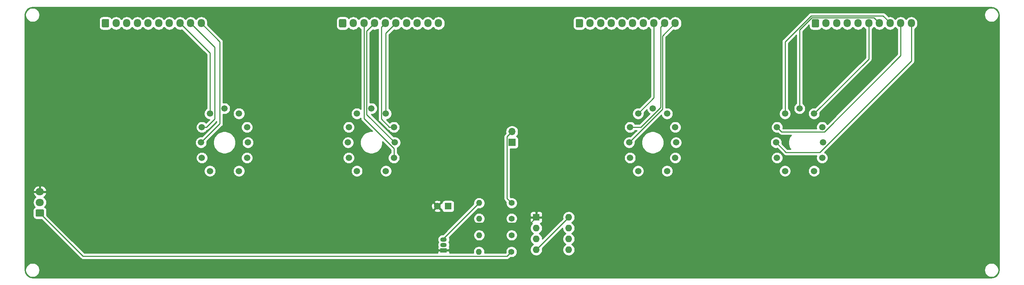
<source format=gbr>
%TF.GenerationSoftware,KiCad,Pcbnew,5.1.9+dfsg1-1+deb11u1*%
%TF.CreationDate,2023-02-01T01:12:41+08:00*%
%TF.ProjectId,QS27_1,51533237-5f31-42e6-9b69-6361645f7063,v1.0*%
%TF.SameCoordinates,Original*%
%TF.FileFunction,Copper,L2,Bot*%
%TF.FilePolarity,Positive*%
%FSLAX46Y46*%
G04 Gerber Fmt 4.6, Leading zero omitted, Abs format (unit mm)*
G04 Created by KiCad (PCBNEW 5.1.9+dfsg1-1+deb11u1) date 2023-02-01 01:12:41*
%MOMM*%
%LPD*%
G01*
G04 APERTURE LIST*
%TA.AperFunction,ComponentPad*%
%ADD10R,1.600000X1.600000*%
%TD*%
%TA.AperFunction,ComponentPad*%
%ADD11O,1.600000X1.600000*%
%TD*%
%TA.AperFunction,ComponentPad*%
%ADD12C,1.400000*%
%TD*%
%TA.AperFunction,ComponentPad*%
%ADD13O,1.400000X1.400000*%
%TD*%
%TA.AperFunction,ComponentPad*%
%ADD14O,1.500000X1.050000*%
%TD*%
%TA.AperFunction,ComponentPad*%
%ADD15R,1.500000X1.050000*%
%TD*%
%TA.AperFunction,ComponentPad*%
%ADD16C,1.500000*%
%TD*%
%TA.AperFunction,ComponentPad*%
%ADD17O,1.700000X1.700000*%
%TD*%
%TA.AperFunction,ComponentPad*%
%ADD18R,1.700000X1.700000*%
%TD*%
%TA.AperFunction,ComponentPad*%
%ADD19O,1.950000X1.700000*%
%TD*%
%TA.AperFunction,ComponentPad*%
%ADD20O,1.700000X1.950000*%
%TD*%
%TA.AperFunction,ComponentPad*%
%ADD21C,1.600000*%
%TD*%
%TA.AperFunction,Conductor*%
%ADD22C,0.250000*%
%TD*%
%TA.AperFunction,Conductor*%
%ADD23C,0.254000*%
%TD*%
%TA.AperFunction,Conductor*%
%ADD24C,0.100000*%
%TD*%
G04 APERTURE END LIST*
D10*
%TO.P,U1,1*%
%TO.N,GND*%
X215100000Y-171950000D03*
D11*
%TO.P,U1,5*%
%TO.N,N/C*%
X222720000Y-179570000D03*
%TO.P,U1,2*%
%TO.N,Net-(C1-Pad1)*%
X215100000Y-174490000D03*
%TO.P,U1,6*%
X222720000Y-177030000D03*
%TO.P,U1,3*%
%TO.N,Net-(R2-Pad2)*%
X215100000Y-177030000D03*
%TO.P,U1,7*%
%TO.N,Net-(R1-Pad2)*%
X222720000Y-174490000D03*
%TO.P,U1,4*%
%TO.N,+5V*%
X215100000Y-179570000D03*
%TO.P,U1,8*%
X222720000Y-171950000D03*
%TD*%
D12*
%TO.P,R4,1*%
%TO.N,Net-(NE1-Pad2)*%
X209300000Y-168600000D03*
D13*
%TO.P,R4,2*%
%TO.N,Net-(Q1-Pad3)*%
X201680000Y-168600000D03*
%TD*%
D12*
%TO.P,R3,1*%
%TO.N,Net-(R1-Pad2)*%
X209300000Y-172250000D03*
D13*
%TO.P,R3,2*%
%TO.N,Net-(C1-Pad1)*%
X201680000Y-172250000D03*
%TD*%
D12*
%TO.P,R2,1*%
%TO.N,NE555_OUT*%
X209300000Y-176150000D03*
D13*
%TO.P,R2,2*%
%TO.N,Net-(R2-Pad2)*%
X201680000Y-176150000D03*
%TD*%
D12*
%TO.P,R1,1*%
%TO.N,+5V*%
X209270000Y-180050000D03*
D13*
%TO.P,R1,2*%
%TO.N,Net-(R1-Pad2)*%
X201650000Y-180050000D03*
%TD*%
D14*
%TO.P,Q1,2*%
%TO.N,NE555_OUT*%
X193350000Y-178430000D03*
%TO.P,Q1,3*%
%TO.N,Net-(Q1-Pad3)*%
X193350000Y-177160000D03*
D15*
%TO.P,Q1,1*%
%TO.N,GND*%
X193350000Y-179700000D03*
%TD*%
D16*
%TO.P,NX4,6*%
%TO.N,Net-(J4-Pad7)*%
X276875000Y-146375000D03*
%TO.P,NX4,7*%
%TO.N,Net-(J4-Pad8)*%
X273475000Y-147575000D03*
%TO.P,NX4,3*%
%TO.N,Net-(J4-Pad4)*%
X282375000Y-154375000D03*
%TO.P,NX4,4*%
%TO.N,Net-(J4-Pad5)*%
X282175000Y-150775000D03*
%TO.P,NX4,5*%
%TO.N,Net-(J4-Pad6)*%
X280275000Y-147575000D03*
%TO.P,NX4,8*%
%TO.N,Net-(J4-Pad9)*%
X271575000Y-150775000D03*
%TO.P,NX4,9*%
%TO.N,Net-(J4-Pad10)*%
X271375000Y-154375000D03*
%TO.P,NX4,0*%
%TO.N,Net-(J4-Pad1)*%
X271575000Y-157975000D03*
%TO.P,NX4,A*%
%TO.N,ANODE_PIN*%
X273475000Y-161075000D03*
%TO.P,NX4,1*%
%TO.N,Net-(J4-Pad2)*%
X280275000Y-161075000D03*
%TO.P,NX4,2*%
%TO.N,Net-(J4-Pad3)*%
X282175000Y-157975000D03*
%TD*%
%TO.P,NX3,6*%
%TO.N,Net-(J3-Pad7)*%
X242400000Y-146375000D03*
%TO.P,NX3,7*%
%TO.N,Net-(J3-Pad8)*%
X239000000Y-147575000D03*
%TO.P,NX3,3*%
%TO.N,Net-(J3-Pad4)*%
X247900000Y-154375000D03*
%TO.P,NX3,4*%
%TO.N,Net-(J3-Pad5)*%
X247700000Y-150775000D03*
%TO.P,NX3,5*%
%TO.N,Net-(J3-Pad6)*%
X245800000Y-147575000D03*
%TO.P,NX3,8*%
%TO.N,Net-(J3-Pad9)*%
X237100000Y-150775000D03*
%TO.P,NX3,9*%
%TO.N,Net-(J3-Pad10)*%
X236900000Y-154375000D03*
%TO.P,NX3,0*%
%TO.N,Net-(J3-Pad1)*%
X237100000Y-157975000D03*
%TO.P,NX3,A*%
%TO.N,ANODE_PIN*%
X239000000Y-161075000D03*
%TO.P,NX3,1*%
%TO.N,Net-(J3-Pad2)*%
X245800000Y-161075000D03*
%TO.P,NX3,2*%
%TO.N,Net-(J3-Pad3)*%
X247700000Y-157975000D03*
%TD*%
%TO.P,NX2,6*%
%TO.N,Net-(J2-Pad7)*%
X176400000Y-146375000D03*
%TO.P,NX2,7*%
%TO.N,Net-(J2-Pad8)*%
X173000000Y-147575000D03*
%TO.P,NX2,3*%
%TO.N,Net-(J2-Pad4)*%
X181900000Y-154375000D03*
%TO.P,NX2,4*%
%TO.N,Net-(J2-Pad5)*%
X181700000Y-150775000D03*
%TO.P,NX2,5*%
%TO.N,Net-(J2-Pad6)*%
X179800000Y-147575000D03*
%TO.P,NX2,8*%
%TO.N,Net-(J2-Pad9)*%
X171100000Y-150775000D03*
%TO.P,NX2,9*%
%TO.N,Net-(J2-Pad10)*%
X170900000Y-154375000D03*
%TO.P,NX2,0*%
%TO.N,Net-(J2-Pad1)*%
X171100000Y-157975000D03*
%TO.P,NX2,A*%
%TO.N,ANODE_PIN*%
X173000000Y-161075000D03*
%TO.P,NX2,1*%
%TO.N,Net-(J2-Pad2)*%
X179800000Y-161075000D03*
%TO.P,NX2,2*%
%TO.N,Net-(J2-Pad3)*%
X181700000Y-157975000D03*
%TD*%
%TO.P,NX1,6*%
%TO.N,Net-(J1-Pad7)*%
X141925000Y-146375000D03*
%TO.P,NX1,7*%
%TO.N,Net-(J1-Pad8)*%
X138525000Y-147575000D03*
%TO.P,NX1,3*%
%TO.N,Net-(J1-Pad4)*%
X147425000Y-154375000D03*
%TO.P,NX1,4*%
%TO.N,Net-(J1-Pad5)*%
X147225000Y-150775000D03*
%TO.P,NX1,5*%
%TO.N,Net-(J1-Pad6)*%
X145325000Y-147575000D03*
%TO.P,NX1,8*%
%TO.N,Net-(J1-Pad9)*%
X136625000Y-150775000D03*
%TO.P,NX1,9*%
%TO.N,Net-(J1-Pad10)*%
X136425000Y-154375000D03*
%TO.P,NX1,0*%
%TO.N,Net-(J1-Pad1)*%
X136625000Y-157975000D03*
%TO.P,NX1,A*%
%TO.N,ANODE_PIN*%
X138525000Y-161075000D03*
%TO.P,NX1,1*%
%TO.N,Net-(J1-Pad2)*%
X145325000Y-161075000D03*
%TO.P,NX1,2*%
%TO.N,Net-(J1-Pad3)*%
X147225000Y-157975000D03*
%TD*%
D17*
%TO.P,NE1,2*%
%TO.N,Net-(NE1-Pad2)*%
X209400000Y-151835000D03*
D18*
%TO.P,NE1,1*%
%TO.N,ANODE_PIN*%
X209400000Y-154375000D03*
%TD*%
D19*
%TO.P,J5,3*%
%TO.N,GND*%
X98600000Y-165950000D03*
%TO.P,J5,2*%
%TO.N,ANODE_PIN*%
X98600000Y-168450000D03*
%TO.P,J5,1*%
%TO.N,+5V*%
%TA.AperFunction,ComponentPad*%
G36*
G01*
X99325000Y-171800000D02*
X97875000Y-171800000D01*
G75*
G02*
X97625000Y-171550000I0J250000D01*
G01*
X97625000Y-170350000D01*
G75*
G02*
X97875000Y-170100000I250000J0D01*
G01*
X99325000Y-170100000D01*
G75*
G02*
X99575000Y-170350000I0J-250000D01*
G01*
X99575000Y-171550000D01*
G75*
G02*
X99325000Y-171800000I-250000J0D01*
G01*
G37*
%TD.AperFunction*%
%TD*%
D20*
%TO.P,J4,10*%
%TO.N,Net-(J4-Pad10)*%
X303100000Y-126350000D03*
%TO.P,J4,9*%
%TO.N,Net-(J4-Pad9)*%
X300600000Y-126350000D03*
%TO.P,J4,8*%
%TO.N,Net-(J4-Pad8)*%
X298100000Y-126350000D03*
%TO.P,J4,7*%
%TO.N,Net-(J4-Pad7)*%
X295600000Y-126350000D03*
%TO.P,J4,6*%
%TO.N,Net-(J4-Pad6)*%
X293100000Y-126350000D03*
%TO.P,J4,5*%
%TO.N,Net-(J4-Pad5)*%
X290600000Y-126350000D03*
%TO.P,J4,4*%
%TO.N,Net-(J4-Pad4)*%
X288100000Y-126350000D03*
%TO.P,J4,3*%
%TO.N,Net-(J4-Pad3)*%
X285600000Y-126350000D03*
%TO.P,J4,2*%
%TO.N,Net-(J4-Pad2)*%
X283100000Y-126350000D03*
%TO.P,J4,1*%
%TO.N,Net-(J4-Pad1)*%
%TA.AperFunction,ComponentPad*%
G36*
G01*
X279750000Y-127075000D02*
X279750000Y-125625000D01*
G75*
G02*
X280000000Y-125375000I250000J0D01*
G01*
X281200000Y-125375000D01*
G75*
G02*
X281450000Y-125625000I0J-250000D01*
G01*
X281450000Y-127075000D01*
G75*
G02*
X281200000Y-127325000I-250000J0D01*
G01*
X280000000Y-127325000D01*
G75*
G02*
X279750000Y-127075000I0J250000D01*
G01*
G37*
%TD.AperFunction*%
%TD*%
%TO.P,J3,10*%
%TO.N,Net-(J3-Pad10)*%
X247700000Y-126350000D03*
%TO.P,J3,9*%
%TO.N,Net-(J3-Pad9)*%
X245200000Y-126350000D03*
%TO.P,J3,8*%
%TO.N,Net-(J3-Pad8)*%
X242700000Y-126350000D03*
%TO.P,J3,7*%
%TO.N,Net-(J3-Pad7)*%
X240200000Y-126350000D03*
%TO.P,J3,6*%
%TO.N,Net-(J3-Pad6)*%
X237700000Y-126350000D03*
%TO.P,J3,5*%
%TO.N,Net-(J3-Pad5)*%
X235200000Y-126350000D03*
%TO.P,J3,4*%
%TO.N,Net-(J3-Pad4)*%
X232700000Y-126350000D03*
%TO.P,J3,3*%
%TO.N,Net-(J3-Pad3)*%
X230200000Y-126350000D03*
%TO.P,J3,2*%
%TO.N,Net-(J3-Pad2)*%
X227700000Y-126350000D03*
%TO.P,J3,1*%
%TO.N,Net-(J3-Pad1)*%
%TA.AperFunction,ComponentPad*%
G36*
G01*
X224350000Y-127075000D02*
X224350000Y-125625000D01*
G75*
G02*
X224600000Y-125375000I250000J0D01*
G01*
X225800000Y-125375000D01*
G75*
G02*
X226050000Y-125625000I0J-250000D01*
G01*
X226050000Y-127075000D01*
G75*
G02*
X225800000Y-127325000I-250000J0D01*
G01*
X224600000Y-127325000D01*
G75*
G02*
X224350000Y-127075000I0J250000D01*
G01*
G37*
%TD.AperFunction*%
%TD*%
%TO.P,J2,10*%
%TO.N,Net-(J2-Pad10)*%
X192150000Y-126350000D03*
%TO.P,J2,9*%
%TO.N,Net-(J2-Pad9)*%
X189650000Y-126350000D03*
%TO.P,J2,8*%
%TO.N,Net-(J2-Pad8)*%
X187150000Y-126350000D03*
%TO.P,J2,7*%
%TO.N,Net-(J2-Pad7)*%
X184650000Y-126350000D03*
%TO.P,J2,6*%
%TO.N,Net-(J2-Pad6)*%
X182150000Y-126350000D03*
%TO.P,J2,5*%
%TO.N,Net-(J2-Pad5)*%
X179650000Y-126350000D03*
%TO.P,J2,4*%
%TO.N,Net-(J2-Pad4)*%
X177150000Y-126350000D03*
%TO.P,J2,3*%
%TO.N,Net-(J2-Pad3)*%
X174650000Y-126350000D03*
%TO.P,J2,2*%
%TO.N,Net-(J2-Pad2)*%
X172150000Y-126350000D03*
%TO.P,J2,1*%
%TO.N,Net-(J2-Pad1)*%
%TA.AperFunction,ComponentPad*%
G36*
G01*
X168800000Y-127075000D02*
X168800000Y-125625000D01*
G75*
G02*
X169050000Y-125375000I250000J0D01*
G01*
X170250000Y-125375000D01*
G75*
G02*
X170500000Y-125625000I0J-250000D01*
G01*
X170500000Y-127075000D01*
G75*
G02*
X170250000Y-127325000I-250000J0D01*
G01*
X169050000Y-127325000D01*
G75*
G02*
X168800000Y-127075000I0J250000D01*
G01*
G37*
%TD.AperFunction*%
%TD*%
%TO.P,J1,10*%
%TO.N,Net-(J1-Pad10)*%
X136500000Y-126350000D03*
%TO.P,J1,9*%
%TO.N,Net-(J1-Pad9)*%
X134000000Y-126350000D03*
%TO.P,J1,8*%
%TO.N,Net-(J1-Pad8)*%
X131500000Y-126350000D03*
%TO.P,J1,7*%
%TO.N,Net-(J1-Pad7)*%
X129000000Y-126350000D03*
%TO.P,J1,6*%
%TO.N,Net-(J1-Pad6)*%
X126500000Y-126350000D03*
%TO.P,J1,5*%
%TO.N,Net-(J1-Pad5)*%
X124000000Y-126350000D03*
%TO.P,J1,4*%
%TO.N,Net-(J1-Pad4)*%
X121500000Y-126350000D03*
%TO.P,J1,3*%
%TO.N,Net-(J1-Pad3)*%
X119000000Y-126350000D03*
%TO.P,J1,2*%
%TO.N,Net-(J1-Pad2)*%
X116500000Y-126350000D03*
%TO.P,J1,1*%
%TO.N,Net-(J1-Pad1)*%
%TA.AperFunction,ComponentPad*%
G36*
G01*
X113150000Y-127075000D02*
X113150000Y-125625000D01*
G75*
G02*
X113400000Y-125375000I250000J0D01*
G01*
X114600000Y-125375000D01*
G75*
G02*
X114850000Y-125625000I0J-250000D01*
G01*
X114850000Y-127075000D01*
G75*
G02*
X114600000Y-127325000I-250000J0D01*
G01*
X113400000Y-127325000D01*
G75*
G02*
X113150000Y-127075000I0J250000D01*
G01*
G37*
%TD.AperFunction*%
%TD*%
D10*
%TO.P,C1,1*%
%TO.N,Net-(C1-Pad1)*%
X194400000Y-169350000D03*
D21*
%TO.P,C1,2*%
%TO.N,GND*%
X191900000Y-169350000D03*
%TD*%
D22*
%TO.N,GND*%
X200774999Y-173275001D02*
X194350000Y-179700000D01*
X213774999Y-173275001D02*
X200774999Y-173275001D01*
X194350000Y-179700000D02*
X193350000Y-179700000D01*
X215100000Y-171950000D02*
X213774999Y-173275001D01*
X188500000Y-165950000D02*
X191900000Y-169350000D01*
X98600000Y-165950000D02*
X188500000Y-165950000D01*
%TO.N,Net-(J1-Pad10)*%
X140849999Y-130699999D02*
X136500000Y-126350000D01*
X140849999Y-149950001D02*
X140849999Y-130699999D01*
X136425000Y-154375000D02*
X140849999Y-149950001D01*
%TO.N,Net-(J1-Pad9)*%
X139600001Y-131950001D02*
X134000000Y-126350000D01*
X139600001Y-148860659D02*
X139600001Y-131950001D01*
X137685660Y-150775000D02*
X139600001Y-148860659D01*
X136625000Y-150775000D02*
X137685660Y-150775000D01*
%TO.N,Net-(J1-Pad8)*%
X138525000Y-133375000D02*
X131500000Y-126350000D01*
X138525000Y-147575000D02*
X138525000Y-133375000D01*
%TO.N,Net-(J2-Pad6)*%
X179800000Y-128700000D02*
X182150000Y-126350000D01*
X179800000Y-147575000D02*
X179800000Y-128700000D01*
%TO.N,Net-(J2-Pad5)*%
X181408998Y-150775000D02*
X181700000Y-150775000D01*
X178724999Y-127275001D02*
X179650000Y-126350000D01*
X180639340Y-150775000D02*
X178724999Y-148860659D01*
X178724999Y-148860659D02*
X178724999Y-127275001D01*
X181700000Y-150775000D02*
X180639340Y-150775000D01*
%TO.N,Net-(J2-Pad4)*%
X177150000Y-126350000D02*
X177475001Y-126675001D01*
X175324999Y-147799999D02*
X181900000Y-154375000D01*
X175324999Y-128175001D02*
X175324999Y-147799999D01*
X177150000Y-126350000D02*
X175324999Y-128175001D01*
%TO.N,Net-(J2-Pad3)*%
X181700000Y-155766002D02*
X181700000Y-157975000D01*
X174650000Y-148716002D02*
X181700000Y-155766002D01*
X174650000Y-126350000D02*
X174650000Y-148716002D01*
%TO.N,Net-(J3-Pad10)*%
X244724999Y-146550001D02*
X236900000Y-154375000D01*
X244724999Y-129325001D02*
X244724999Y-146550001D01*
X247700000Y-126350000D02*
X244724999Y-129325001D01*
%TO.N,Net-(J3-Pad9)*%
X244274989Y-127275011D02*
X245200000Y-126350000D01*
X244274989Y-146091013D02*
X244274989Y-127275011D01*
X239591002Y-150775000D02*
X244274989Y-146091013D01*
X237100000Y-150775000D02*
X239591002Y-150775000D01*
%TO.N,Net-(J3-Pad8)*%
X242700000Y-143875000D02*
X239000000Y-147575000D01*
X242700000Y-126350000D02*
X242700000Y-143875000D01*
%TO.N,Net-(J4-Pad10)*%
X273700001Y-156700001D02*
X271375000Y-154375000D01*
X281641001Y-156700001D02*
X273700001Y-156700001D01*
X303100000Y-135241002D02*
X281641001Y-156700001D01*
X303100000Y-126350000D02*
X303100000Y-135241002D01*
%TO.N,Net-(J4-Pad9)*%
X272650001Y-151850001D02*
X271575000Y-150775000D01*
X282691001Y-151850001D02*
X272650001Y-151850001D01*
X300600000Y-133941002D02*
X282691001Y-151850001D01*
X300600000Y-126350000D02*
X300600000Y-133941002D01*
%TO.N,Net-(J4-Pad8)*%
X273475000Y-130700400D02*
X273475000Y-147575000D01*
X279575419Y-124599981D02*
X273475000Y-130700400D01*
X296474980Y-124599980D02*
X279575419Y-124599981D01*
X298100000Y-126225000D02*
X296474980Y-124599980D01*
X298100000Y-126350000D02*
X298100000Y-126225000D01*
%TO.N,Net-(J4-Pad7)*%
X276875000Y-127936810D02*
X276875000Y-146375000D01*
X294299990Y-125049990D02*
X279761820Y-125049990D01*
X279761820Y-125049990D02*
X276875000Y-127936810D01*
X295600000Y-126350000D02*
X294299990Y-125049990D01*
%TO.N,Net-(J4-Pad6)*%
X293100000Y-134750000D02*
X280275000Y-147575000D01*
X293100000Y-126350000D02*
X293100000Y-134750000D01*
%TO.N,+5V*%
X215100000Y-179570000D02*
X222720000Y-171950000D01*
X108725001Y-181075001D02*
X98600000Y-170950000D01*
X208244999Y-181075001D02*
X108725001Y-181075001D01*
X209270000Y-180050000D02*
X208244999Y-181075001D01*
%TO.N,Net-(NE1-Pad2)*%
X208224999Y-153010001D02*
X209400000Y-151835000D01*
X208224999Y-167524999D02*
X208224999Y-153010001D01*
X209300000Y-168600000D02*
X208224999Y-167524999D01*
%TO.N,Net-(Q1-Pad3)*%
X193350000Y-176930000D02*
X193350000Y-177160000D01*
X201680000Y-168600000D02*
X193350000Y-176930000D01*
%TD*%
D23*
%TO.N,GND*%
X322247064Y-122647195D02*
X322580912Y-122747990D01*
X322888821Y-122911708D01*
X323159065Y-123132115D01*
X323381353Y-123400813D01*
X323547217Y-123707572D01*
X323650340Y-124040710D01*
X323690000Y-124418051D01*
X323690001Y-184317711D01*
X323652805Y-184697064D01*
X323552011Y-185030909D01*
X323388293Y-185338820D01*
X323167888Y-185609063D01*
X322899184Y-185831354D01*
X322592426Y-185997218D01*
X322259291Y-186100340D01*
X321881948Y-186140000D01*
X96932279Y-186140000D01*
X96552936Y-186102805D01*
X96219091Y-186002011D01*
X95911180Y-185838293D01*
X95640937Y-185617888D01*
X95418646Y-185349184D01*
X95252782Y-185042426D01*
X95149660Y-184709291D01*
X95110000Y-184331948D01*
X95110000Y-184184042D01*
X95215000Y-184184042D01*
X95215000Y-184515958D01*
X95279754Y-184841496D01*
X95406772Y-185148147D01*
X95591175Y-185424125D01*
X95825875Y-185658825D01*
X96101853Y-185843228D01*
X96408504Y-185970246D01*
X96734042Y-186035000D01*
X97065958Y-186035000D01*
X97391496Y-185970246D01*
X97698147Y-185843228D01*
X97974125Y-185658825D01*
X98208825Y-185424125D01*
X98393228Y-185148147D01*
X98520246Y-184841496D01*
X98585000Y-184515958D01*
X98585000Y-184184042D01*
X320215000Y-184184042D01*
X320215000Y-184515958D01*
X320279754Y-184841496D01*
X320406772Y-185148147D01*
X320591175Y-185424125D01*
X320825875Y-185658825D01*
X321101853Y-185843228D01*
X321408504Y-185970246D01*
X321734042Y-186035000D01*
X322065958Y-186035000D01*
X322391496Y-185970246D01*
X322698147Y-185843228D01*
X322974125Y-185658825D01*
X323208825Y-185424125D01*
X323393228Y-185148147D01*
X323520246Y-184841496D01*
X323585000Y-184515958D01*
X323585000Y-184184042D01*
X323520246Y-183858504D01*
X323393228Y-183551853D01*
X323208825Y-183275875D01*
X322974125Y-183041175D01*
X322698147Y-182856772D01*
X322391496Y-182729754D01*
X322065958Y-182665000D01*
X321734042Y-182665000D01*
X321408504Y-182729754D01*
X321101853Y-182856772D01*
X320825875Y-183041175D01*
X320591175Y-183275875D01*
X320406772Y-183551853D01*
X320279754Y-183858504D01*
X320215000Y-184184042D01*
X98585000Y-184184042D01*
X98520246Y-183858504D01*
X98393228Y-183551853D01*
X98208825Y-183275875D01*
X97974125Y-183041175D01*
X97698147Y-182856772D01*
X97391496Y-182729754D01*
X97065958Y-182665000D01*
X96734042Y-182665000D01*
X96408504Y-182729754D01*
X96101853Y-182856772D01*
X95825875Y-183041175D01*
X95591175Y-183275875D01*
X95406772Y-183551853D01*
X95279754Y-183858504D01*
X95215000Y-184184042D01*
X95110000Y-184184042D01*
X95110000Y-168450000D01*
X96982815Y-168450000D01*
X97011487Y-168741111D01*
X97096401Y-169021034D01*
X97234294Y-169279014D01*
X97419866Y-169505134D01*
X97483337Y-169557223D01*
X97381614Y-169611595D01*
X97247038Y-169722038D01*
X97136595Y-169856614D01*
X97054528Y-170010150D01*
X97003992Y-170176746D01*
X96986928Y-170350000D01*
X96986928Y-171550000D01*
X97003992Y-171723254D01*
X97054528Y-171889850D01*
X97136595Y-172043386D01*
X97247038Y-172177962D01*
X97381614Y-172288405D01*
X97535150Y-172370472D01*
X97701746Y-172421008D01*
X97875000Y-172438072D01*
X99013271Y-172438072D01*
X108161202Y-181586004D01*
X108185000Y-181615002D01*
X108300725Y-181709975D01*
X108432754Y-181780547D01*
X108576015Y-181824004D01*
X108687668Y-181835001D01*
X108687676Y-181835001D01*
X108725001Y-181838677D01*
X108762326Y-181835001D01*
X208207677Y-181835001D01*
X208244999Y-181838677D01*
X208282321Y-181835001D01*
X208282332Y-181835001D01*
X208393985Y-181824004D01*
X208537246Y-181780547D01*
X208669275Y-181709975D01*
X208785000Y-181615002D01*
X208808803Y-181585999D01*
X209031156Y-181363645D01*
X209138514Y-181385000D01*
X209401486Y-181385000D01*
X209659405Y-181333696D01*
X209902359Y-181233061D01*
X210121013Y-181086962D01*
X210306962Y-180901013D01*
X210453061Y-180682359D01*
X210553696Y-180439405D01*
X210605000Y-180181486D01*
X210605000Y-179918514D01*
X210553696Y-179660595D01*
X210453061Y-179417641D01*
X210306962Y-179198987D01*
X210121013Y-179013038D01*
X209902359Y-178866939D01*
X209659405Y-178766304D01*
X209401486Y-178715000D01*
X209138514Y-178715000D01*
X208880595Y-178766304D01*
X208637641Y-178866939D01*
X208418987Y-179013038D01*
X208233038Y-179198987D01*
X208086939Y-179417641D01*
X207986304Y-179660595D01*
X207935000Y-179918514D01*
X207935000Y-180181486D01*
X207956355Y-180288844D01*
X207930198Y-180315001D01*
X202958442Y-180315001D01*
X202985000Y-180181486D01*
X202985000Y-179918514D01*
X202933696Y-179660595D01*
X202833061Y-179417641D01*
X202686962Y-179198987D01*
X202501013Y-179013038D01*
X202282359Y-178866939D01*
X202039405Y-178766304D01*
X201781486Y-178715000D01*
X201518514Y-178715000D01*
X201260595Y-178766304D01*
X201017641Y-178866939D01*
X200798987Y-179013038D01*
X200613038Y-179198987D01*
X200466939Y-179417641D01*
X200366304Y-179660595D01*
X200315000Y-179918514D01*
X200315000Y-180181486D01*
X200341558Y-180315001D01*
X194729208Y-180315001D01*
X194738072Y-180225000D01*
X194735000Y-179985750D01*
X194576250Y-179827000D01*
X193477000Y-179827000D01*
X193477000Y-179847000D01*
X193223000Y-179847000D01*
X193223000Y-179827000D01*
X192123750Y-179827000D01*
X191965000Y-179985750D01*
X191961928Y-180225000D01*
X191970792Y-180315001D01*
X109039803Y-180315001D01*
X105884802Y-177160000D01*
X191959388Y-177160000D01*
X191981785Y-177387400D01*
X192048115Y-177606060D01*
X192149105Y-177795000D01*
X192048115Y-177983940D01*
X191981785Y-178202600D01*
X191959388Y-178430000D01*
X191981785Y-178657400D01*
X192045093Y-178866098D01*
X192010498Y-178930820D01*
X191974188Y-179050518D01*
X191961928Y-179175000D01*
X191965000Y-179414250D01*
X192123750Y-179573000D01*
X192896891Y-179573000D01*
X192897600Y-179573215D01*
X193068021Y-179590000D01*
X193631979Y-179590000D01*
X193802400Y-179573215D01*
X193803109Y-179573000D01*
X194576250Y-179573000D01*
X194735000Y-179414250D01*
X194738072Y-179175000D01*
X194725812Y-179050518D01*
X194689502Y-178930820D01*
X194654907Y-178866098D01*
X194718215Y-178657400D01*
X194740612Y-178430000D01*
X194718215Y-178202600D01*
X194651885Y-177983940D01*
X194550895Y-177795000D01*
X194651885Y-177606060D01*
X194718215Y-177387400D01*
X194740612Y-177160000D01*
X194718215Y-176932600D01*
X194651885Y-176713940D01*
X194648045Y-176706756D01*
X195336287Y-176018514D01*
X200345000Y-176018514D01*
X200345000Y-176281486D01*
X200396304Y-176539405D01*
X200496939Y-176782359D01*
X200643038Y-177001013D01*
X200828987Y-177186962D01*
X201047641Y-177333061D01*
X201290595Y-177433696D01*
X201548514Y-177485000D01*
X201811486Y-177485000D01*
X202069405Y-177433696D01*
X202312359Y-177333061D01*
X202531013Y-177186962D01*
X202716962Y-177001013D01*
X202863061Y-176782359D01*
X202963696Y-176539405D01*
X203015000Y-176281486D01*
X203015000Y-176018514D01*
X207965000Y-176018514D01*
X207965000Y-176281486D01*
X208016304Y-176539405D01*
X208116939Y-176782359D01*
X208263038Y-177001013D01*
X208448987Y-177186962D01*
X208667641Y-177333061D01*
X208910595Y-177433696D01*
X209168514Y-177485000D01*
X209431486Y-177485000D01*
X209689405Y-177433696D01*
X209932359Y-177333061D01*
X210151013Y-177186962D01*
X210336962Y-177001013D01*
X210483061Y-176782359D01*
X210583696Y-176539405D01*
X210635000Y-176281486D01*
X210635000Y-176018514D01*
X210583696Y-175760595D01*
X210483061Y-175517641D01*
X210336962Y-175298987D01*
X210151013Y-175113038D01*
X209932359Y-174966939D01*
X209689405Y-174866304D01*
X209431486Y-174815000D01*
X209168514Y-174815000D01*
X208910595Y-174866304D01*
X208667641Y-174966939D01*
X208448987Y-175113038D01*
X208263038Y-175298987D01*
X208116939Y-175517641D01*
X208016304Y-175760595D01*
X207965000Y-176018514D01*
X203015000Y-176018514D01*
X202963696Y-175760595D01*
X202863061Y-175517641D01*
X202716962Y-175298987D01*
X202531013Y-175113038D01*
X202312359Y-174966939D01*
X202069405Y-174866304D01*
X201811486Y-174815000D01*
X201548514Y-174815000D01*
X201290595Y-174866304D01*
X201047641Y-174966939D01*
X200828987Y-175113038D01*
X200643038Y-175298987D01*
X200496939Y-175517641D01*
X200396304Y-175760595D01*
X200345000Y-176018514D01*
X195336287Y-176018514D01*
X199236287Y-172118514D01*
X200345000Y-172118514D01*
X200345000Y-172381486D01*
X200396304Y-172639405D01*
X200496939Y-172882359D01*
X200643038Y-173101013D01*
X200828987Y-173286962D01*
X201047641Y-173433061D01*
X201290595Y-173533696D01*
X201548514Y-173585000D01*
X201811486Y-173585000D01*
X202069405Y-173533696D01*
X202312359Y-173433061D01*
X202531013Y-173286962D01*
X202716962Y-173101013D01*
X202863061Y-172882359D01*
X202963696Y-172639405D01*
X203015000Y-172381486D01*
X203015000Y-172118514D01*
X207965000Y-172118514D01*
X207965000Y-172381486D01*
X208016304Y-172639405D01*
X208116939Y-172882359D01*
X208263038Y-173101013D01*
X208448987Y-173286962D01*
X208667641Y-173433061D01*
X208910595Y-173533696D01*
X209168514Y-173585000D01*
X209431486Y-173585000D01*
X209689405Y-173533696D01*
X209932359Y-173433061D01*
X210151013Y-173286962D01*
X210336962Y-173101013D01*
X210483061Y-172882359D01*
X210537885Y-172750000D01*
X213661928Y-172750000D01*
X213674188Y-172874482D01*
X213710498Y-172994180D01*
X213769463Y-173104494D01*
X213848815Y-173201185D01*
X213945506Y-173280537D01*
X214055820Y-173339502D01*
X214175518Y-173375812D01*
X214183961Y-173376643D01*
X213985363Y-173575241D01*
X213828320Y-173810273D01*
X213720147Y-174071426D01*
X213665000Y-174348665D01*
X213665000Y-174631335D01*
X213720147Y-174908574D01*
X213828320Y-175169727D01*
X213985363Y-175404759D01*
X214185241Y-175604637D01*
X214417759Y-175760000D01*
X214185241Y-175915363D01*
X213985363Y-176115241D01*
X213828320Y-176350273D01*
X213720147Y-176611426D01*
X213665000Y-176888665D01*
X213665000Y-177171335D01*
X213720147Y-177448574D01*
X213828320Y-177709727D01*
X213985363Y-177944759D01*
X214185241Y-178144637D01*
X214417759Y-178300000D01*
X214185241Y-178455363D01*
X213985363Y-178655241D01*
X213828320Y-178890273D01*
X213720147Y-179151426D01*
X213665000Y-179428665D01*
X213665000Y-179711335D01*
X213720147Y-179988574D01*
X213828320Y-180249727D01*
X213985363Y-180484759D01*
X214185241Y-180684637D01*
X214420273Y-180841680D01*
X214681426Y-180949853D01*
X214958665Y-181005000D01*
X215241335Y-181005000D01*
X215518574Y-180949853D01*
X215779727Y-180841680D01*
X216014759Y-180684637D01*
X216214637Y-180484759D01*
X216371680Y-180249727D01*
X216479853Y-179988574D01*
X216535000Y-179711335D01*
X216535000Y-179428665D01*
X216498688Y-179246113D01*
X221285000Y-174459802D01*
X221285000Y-174631335D01*
X221340147Y-174908574D01*
X221448320Y-175169727D01*
X221605363Y-175404759D01*
X221805241Y-175604637D01*
X222037759Y-175760000D01*
X221805241Y-175915363D01*
X221605363Y-176115241D01*
X221448320Y-176350273D01*
X221340147Y-176611426D01*
X221285000Y-176888665D01*
X221285000Y-177171335D01*
X221340147Y-177448574D01*
X221448320Y-177709727D01*
X221605363Y-177944759D01*
X221805241Y-178144637D01*
X222037759Y-178300000D01*
X221805241Y-178455363D01*
X221605363Y-178655241D01*
X221448320Y-178890273D01*
X221340147Y-179151426D01*
X221285000Y-179428665D01*
X221285000Y-179711335D01*
X221340147Y-179988574D01*
X221448320Y-180249727D01*
X221605363Y-180484759D01*
X221805241Y-180684637D01*
X222040273Y-180841680D01*
X222301426Y-180949853D01*
X222578665Y-181005000D01*
X222861335Y-181005000D01*
X223138574Y-180949853D01*
X223399727Y-180841680D01*
X223634759Y-180684637D01*
X223834637Y-180484759D01*
X223991680Y-180249727D01*
X224099853Y-179988574D01*
X224155000Y-179711335D01*
X224155000Y-179428665D01*
X224099853Y-179151426D01*
X223991680Y-178890273D01*
X223834637Y-178655241D01*
X223634759Y-178455363D01*
X223402241Y-178300000D01*
X223634759Y-178144637D01*
X223834637Y-177944759D01*
X223991680Y-177709727D01*
X224099853Y-177448574D01*
X224155000Y-177171335D01*
X224155000Y-176888665D01*
X224099853Y-176611426D01*
X223991680Y-176350273D01*
X223834637Y-176115241D01*
X223634759Y-175915363D01*
X223402241Y-175760000D01*
X223634759Y-175604637D01*
X223834637Y-175404759D01*
X223991680Y-175169727D01*
X224099853Y-174908574D01*
X224155000Y-174631335D01*
X224155000Y-174348665D01*
X224099853Y-174071426D01*
X223991680Y-173810273D01*
X223834637Y-173575241D01*
X223634759Y-173375363D01*
X223402241Y-173220000D01*
X223634759Y-173064637D01*
X223834637Y-172864759D01*
X223991680Y-172629727D01*
X224099853Y-172368574D01*
X224155000Y-172091335D01*
X224155000Y-171808665D01*
X224099853Y-171531426D01*
X223991680Y-171270273D01*
X223834637Y-171035241D01*
X223634759Y-170835363D01*
X223399727Y-170678320D01*
X223138574Y-170570147D01*
X222861335Y-170515000D01*
X222578665Y-170515000D01*
X222301426Y-170570147D01*
X222040273Y-170678320D01*
X221805241Y-170835363D01*
X221605363Y-171035241D01*
X221448320Y-171270273D01*
X221340147Y-171531426D01*
X221285000Y-171808665D01*
X221285000Y-172091335D01*
X221321312Y-172273886D01*
X216535000Y-177060199D01*
X216535000Y-176888665D01*
X216479853Y-176611426D01*
X216371680Y-176350273D01*
X216214637Y-176115241D01*
X216014759Y-175915363D01*
X215782241Y-175760000D01*
X216014759Y-175604637D01*
X216214637Y-175404759D01*
X216371680Y-175169727D01*
X216479853Y-174908574D01*
X216535000Y-174631335D01*
X216535000Y-174348665D01*
X216479853Y-174071426D01*
X216371680Y-173810273D01*
X216214637Y-173575241D01*
X216016039Y-173376643D01*
X216024482Y-173375812D01*
X216144180Y-173339502D01*
X216254494Y-173280537D01*
X216351185Y-173201185D01*
X216430537Y-173104494D01*
X216489502Y-172994180D01*
X216525812Y-172874482D01*
X216538072Y-172750000D01*
X216535000Y-172235750D01*
X216376250Y-172077000D01*
X215227000Y-172077000D01*
X215227000Y-172097000D01*
X214973000Y-172097000D01*
X214973000Y-172077000D01*
X213823750Y-172077000D01*
X213665000Y-172235750D01*
X213661928Y-172750000D01*
X210537885Y-172750000D01*
X210583696Y-172639405D01*
X210635000Y-172381486D01*
X210635000Y-172118514D01*
X210583696Y-171860595D01*
X210483061Y-171617641D01*
X210336962Y-171398987D01*
X210151013Y-171213038D01*
X210056670Y-171150000D01*
X213661928Y-171150000D01*
X213665000Y-171664250D01*
X213823750Y-171823000D01*
X214973000Y-171823000D01*
X214973000Y-170673750D01*
X215227000Y-170673750D01*
X215227000Y-171823000D01*
X216376250Y-171823000D01*
X216535000Y-171664250D01*
X216538072Y-171150000D01*
X216525812Y-171025518D01*
X216489502Y-170905820D01*
X216430537Y-170795506D01*
X216351185Y-170698815D01*
X216254494Y-170619463D01*
X216144180Y-170560498D01*
X216024482Y-170524188D01*
X215900000Y-170511928D01*
X215385750Y-170515000D01*
X215227000Y-170673750D01*
X214973000Y-170673750D01*
X214814250Y-170515000D01*
X214300000Y-170511928D01*
X214175518Y-170524188D01*
X214055820Y-170560498D01*
X213945506Y-170619463D01*
X213848815Y-170698815D01*
X213769463Y-170795506D01*
X213710498Y-170905820D01*
X213674188Y-171025518D01*
X213661928Y-171150000D01*
X210056670Y-171150000D01*
X209932359Y-171066939D01*
X209689405Y-170966304D01*
X209431486Y-170915000D01*
X209168514Y-170915000D01*
X208910595Y-170966304D01*
X208667641Y-171066939D01*
X208448987Y-171213038D01*
X208263038Y-171398987D01*
X208116939Y-171617641D01*
X208016304Y-171860595D01*
X207965000Y-172118514D01*
X203015000Y-172118514D01*
X202963696Y-171860595D01*
X202863061Y-171617641D01*
X202716962Y-171398987D01*
X202531013Y-171213038D01*
X202312359Y-171066939D01*
X202069405Y-170966304D01*
X201811486Y-170915000D01*
X201548514Y-170915000D01*
X201290595Y-170966304D01*
X201047641Y-171066939D01*
X200828987Y-171213038D01*
X200643038Y-171398987D01*
X200496939Y-171617641D01*
X200396304Y-171860595D01*
X200345000Y-172118514D01*
X199236287Y-172118514D01*
X201441157Y-169913645D01*
X201548514Y-169935000D01*
X201811486Y-169935000D01*
X202069405Y-169883696D01*
X202312359Y-169783061D01*
X202531013Y-169636962D01*
X202716962Y-169451013D01*
X202863061Y-169232359D01*
X202963696Y-168989405D01*
X203015000Y-168731486D01*
X203015000Y-168468514D01*
X202963696Y-168210595D01*
X202863061Y-167967641D01*
X202716962Y-167748987D01*
X202531013Y-167563038D01*
X202312359Y-167416939D01*
X202069405Y-167316304D01*
X201811486Y-167265000D01*
X201548514Y-167265000D01*
X201290595Y-167316304D01*
X201047641Y-167416939D01*
X200828987Y-167563038D01*
X200643038Y-167748987D01*
X200496939Y-167967641D01*
X200396304Y-168210595D01*
X200345000Y-168468514D01*
X200345000Y-168731486D01*
X200366355Y-168838843D01*
X193205199Y-176000000D01*
X193068021Y-176000000D01*
X192897600Y-176016785D01*
X192678940Y-176083115D01*
X192477421Y-176190829D01*
X192300788Y-176335788D01*
X192155829Y-176512421D01*
X192048115Y-176713940D01*
X191981785Y-176932600D01*
X191959388Y-177160000D01*
X105884802Y-177160000D01*
X100213072Y-171488271D01*
X100213072Y-170350000D01*
X100212354Y-170342702D01*
X191086903Y-170342702D01*
X191158486Y-170586671D01*
X191413996Y-170707571D01*
X191688184Y-170776300D01*
X191970512Y-170790217D01*
X192250130Y-170748787D01*
X192516292Y-170653603D01*
X192641514Y-170586671D01*
X192713097Y-170342702D01*
X191900000Y-169529605D01*
X191086903Y-170342702D01*
X100212354Y-170342702D01*
X100196008Y-170176746D01*
X100145472Y-170010150D01*
X100063405Y-169856614D01*
X99952962Y-169722038D01*
X99818386Y-169611595D01*
X99716663Y-169557223D01*
X99780134Y-169505134D01*
X99849581Y-169420512D01*
X190459783Y-169420512D01*
X190501213Y-169700130D01*
X190596397Y-169966292D01*
X190663329Y-170091514D01*
X190907298Y-170163097D01*
X191720395Y-169350000D01*
X192079605Y-169350000D01*
X192892702Y-170163097D01*
X192961928Y-170142785D01*
X192961928Y-170150000D01*
X192974188Y-170274482D01*
X193010498Y-170394180D01*
X193069463Y-170504494D01*
X193148815Y-170601185D01*
X193245506Y-170680537D01*
X193355820Y-170739502D01*
X193475518Y-170775812D01*
X193600000Y-170788072D01*
X195200000Y-170788072D01*
X195324482Y-170775812D01*
X195444180Y-170739502D01*
X195554494Y-170680537D01*
X195651185Y-170601185D01*
X195730537Y-170504494D01*
X195789502Y-170394180D01*
X195825812Y-170274482D01*
X195838072Y-170150000D01*
X195838072Y-168550000D01*
X195825812Y-168425518D01*
X195789502Y-168305820D01*
X195730537Y-168195506D01*
X195651185Y-168098815D01*
X195554494Y-168019463D01*
X195444180Y-167960498D01*
X195324482Y-167924188D01*
X195200000Y-167911928D01*
X193600000Y-167911928D01*
X193475518Y-167924188D01*
X193355820Y-167960498D01*
X193245506Y-168019463D01*
X193148815Y-168098815D01*
X193069463Y-168195506D01*
X193010498Y-168305820D01*
X192974188Y-168425518D01*
X192961928Y-168550000D01*
X192961928Y-168557215D01*
X192892702Y-168536903D01*
X192079605Y-169350000D01*
X191720395Y-169350000D01*
X190907298Y-168536903D01*
X190663329Y-168608486D01*
X190542429Y-168863996D01*
X190473700Y-169138184D01*
X190459783Y-169420512D01*
X99849581Y-169420512D01*
X99965706Y-169279014D01*
X100103599Y-169021034D01*
X100188513Y-168741111D01*
X100217185Y-168450000D01*
X100208055Y-168357298D01*
X191086903Y-168357298D01*
X191900000Y-169170395D01*
X192713097Y-168357298D01*
X192641514Y-168113329D01*
X192386004Y-167992429D01*
X192111816Y-167923700D01*
X191829488Y-167909783D01*
X191549870Y-167951213D01*
X191283708Y-168046397D01*
X191158486Y-168113329D01*
X191086903Y-168357298D01*
X100208055Y-168357298D01*
X100188513Y-168158889D01*
X100103599Y-167878966D01*
X99965706Y-167620986D01*
X99780134Y-167394866D01*
X99554014Y-167209294D01*
X99528278Y-167195538D01*
X99734429Y-167039049D01*
X99927496Y-166821193D01*
X100074352Y-166569858D01*
X100166476Y-166306890D01*
X100045155Y-166077000D01*
X98727000Y-166077000D01*
X98727000Y-166097000D01*
X98473000Y-166097000D01*
X98473000Y-166077000D01*
X97154845Y-166077000D01*
X97033524Y-166306890D01*
X97125648Y-166569858D01*
X97272504Y-166821193D01*
X97465571Y-167039049D01*
X97671722Y-167195538D01*
X97645986Y-167209294D01*
X97419866Y-167394866D01*
X97234294Y-167620986D01*
X97096401Y-167878966D01*
X97011487Y-168158889D01*
X96982815Y-168450000D01*
X95110000Y-168450000D01*
X95110000Y-165593110D01*
X97033524Y-165593110D01*
X97154845Y-165823000D01*
X98473000Y-165823000D01*
X98473000Y-164623835D01*
X98727000Y-164623835D01*
X98727000Y-165823000D01*
X100045155Y-165823000D01*
X100166476Y-165593110D01*
X100074352Y-165330142D01*
X99927496Y-165078807D01*
X99734429Y-164860951D01*
X99502570Y-164684947D01*
X99240830Y-164557558D01*
X98959267Y-164483680D01*
X98727000Y-164623835D01*
X98473000Y-164623835D01*
X98240733Y-164483680D01*
X97959170Y-164557558D01*
X97697430Y-164684947D01*
X97465571Y-164860951D01*
X97272504Y-165078807D01*
X97125648Y-165330142D01*
X97033524Y-165593110D01*
X95110000Y-165593110D01*
X95110000Y-160938589D01*
X137140000Y-160938589D01*
X137140000Y-161211411D01*
X137193225Y-161478989D01*
X137297629Y-161731043D01*
X137449201Y-161957886D01*
X137642114Y-162150799D01*
X137868957Y-162302371D01*
X138121011Y-162406775D01*
X138388589Y-162460000D01*
X138661411Y-162460000D01*
X138928989Y-162406775D01*
X139181043Y-162302371D01*
X139407886Y-162150799D01*
X139600799Y-161957886D01*
X139752371Y-161731043D01*
X139856775Y-161478989D01*
X139910000Y-161211411D01*
X139910000Y-160938589D01*
X143940000Y-160938589D01*
X143940000Y-161211411D01*
X143993225Y-161478989D01*
X144097629Y-161731043D01*
X144249201Y-161957886D01*
X144442114Y-162150799D01*
X144668957Y-162302371D01*
X144921011Y-162406775D01*
X145188589Y-162460000D01*
X145461411Y-162460000D01*
X145728989Y-162406775D01*
X145981043Y-162302371D01*
X146207886Y-162150799D01*
X146400799Y-161957886D01*
X146552371Y-161731043D01*
X146656775Y-161478989D01*
X146710000Y-161211411D01*
X146710000Y-160938589D01*
X171615000Y-160938589D01*
X171615000Y-161211411D01*
X171668225Y-161478989D01*
X171772629Y-161731043D01*
X171924201Y-161957886D01*
X172117114Y-162150799D01*
X172343957Y-162302371D01*
X172596011Y-162406775D01*
X172863589Y-162460000D01*
X173136411Y-162460000D01*
X173403989Y-162406775D01*
X173656043Y-162302371D01*
X173882886Y-162150799D01*
X174075799Y-161957886D01*
X174227371Y-161731043D01*
X174331775Y-161478989D01*
X174385000Y-161211411D01*
X174385000Y-160938589D01*
X178415000Y-160938589D01*
X178415000Y-161211411D01*
X178468225Y-161478989D01*
X178572629Y-161731043D01*
X178724201Y-161957886D01*
X178917114Y-162150799D01*
X179143957Y-162302371D01*
X179396011Y-162406775D01*
X179663589Y-162460000D01*
X179936411Y-162460000D01*
X180203989Y-162406775D01*
X180456043Y-162302371D01*
X180682886Y-162150799D01*
X180875799Y-161957886D01*
X181027371Y-161731043D01*
X181131775Y-161478989D01*
X181185000Y-161211411D01*
X181185000Y-160938589D01*
X181131775Y-160671011D01*
X181027371Y-160418957D01*
X180875799Y-160192114D01*
X180682886Y-159999201D01*
X180456043Y-159847629D01*
X180203989Y-159743225D01*
X179936411Y-159690000D01*
X179663589Y-159690000D01*
X179396011Y-159743225D01*
X179143957Y-159847629D01*
X178917114Y-159999201D01*
X178724201Y-160192114D01*
X178572629Y-160418957D01*
X178468225Y-160671011D01*
X178415000Y-160938589D01*
X174385000Y-160938589D01*
X174331775Y-160671011D01*
X174227371Y-160418957D01*
X174075799Y-160192114D01*
X173882886Y-159999201D01*
X173656043Y-159847629D01*
X173403989Y-159743225D01*
X173136411Y-159690000D01*
X172863589Y-159690000D01*
X172596011Y-159743225D01*
X172343957Y-159847629D01*
X172117114Y-159999201D01*
X171924201Y-160192114D01*
X171772629Y-160418957D01*
X171668225Y-160671011D01*
X171615000Y-160938589D01*
X146710000Y-160938589D01*
X146656775Y-160671011D01*
X146552371Y-160418957D01*
X146400799Y-160192114D01*
X146207886Y-159999201D01*
X145981043Y-159847629D01*
X145728989Y-159743225D01*
X145461411Y-159690000D01*
X145188589Y-159690000D01*
X144921011Y-159743225D01*
X144668957Y-159847629D01*
X144442114Y-159999201D01*
X144249201Y-160192114D01*
X144097629Y-160418957D01*
X143993225Y-160671011D01*
X143940000Y-160938589D01*
X139910000Y-160938589D01*
X139856775Y-160671011D01*
X139752371Y-160418957D01*
X139600799Y-160192114D01*
X139407886Y-159999201D01*
X139181043Y-159847629D01*
X138928989Y-159743225D01*
X138661411Y-159690000D01*
X138388589Y-159690000D01*
X138121011Y-159743225D01*
X137868957Y-159847629D01*
X137642114Y-159999201D01*
X137449201Y-160192114D01*
X137297629Y-160418957D01*
X137193225Y-160671011D01*
X137140000Y-160938589D01*
X95110000Y-160938589D01*
X95110000Y-157838589D01*
X135240000Y-157838589D01*
X135240000Y-158111411D01*
X135293225Y-158378989D01*
X135397629Y-158631043D01*
X135549201Y-158857886D01*
X135742114Y-159050799D01*
X135968957Y-159202371D01*
X136221011Y-159306775D01*
X136488589Y-159360000D01*
X136761411Y-159360000D01*
X137028989Y-159306775D01*
X137281043Y-159202371D01*
X137507886Y-159050799D01*
X137700799Y-158857886D01*
X137852371Y-158631043D01*
X137956775Y-158378989D01*
X138010000Y-158111411D01*
X138010000Y-157838589D01*
X145840000Y-157838589D01*
X145840000Y-158111411D01*
X145893225Y-158378989D01*
X145997629Y-158631043D01*
X146149201Y-158857886D01*
X146342114Y-159050799D01*
X146568957Y-159202371D01*
X146821011Y-159306775D01*
X147088589Y-159360000D01*
X147361411Y-159360000D01*
X147628989Y-159306775D01*
X147881043Y-159202371D01*
X148107886Y-159050799D01*
X148300799Y-158857886D01*
X148452371Y-158631043D01*
X148556775Y-158378989D01*
X148610000Y-158111411D01*
X148610000Y-157838589D01*
X169715000Y-157838589D01*
X169715000Y-158111411D01*
X169768225Y-158378989D01*
X169872629Y-158631043D01*
X170024201Y-158857886D01*
X170217114Y-159050799D01*
X170443957Y-159202371D01*
X170696011Y-159306775D01*
X170963589Y-159360000D01*
X171236411Y-159360000D01*
X171503989Y-159306775D01*
X171756043Y-159202371D01*
X171982886Y-159050799D01*
X172175799Y-158857886D01*
X172327371Y-158631043D01*
X172431775Y-158378989D01*
X172485000Y-158111411D01*
X172485000Y-157838589D01*
X172431775Y-157571011D01*
X172327371Y-157318957D01*
X172175799Y-157092114D01*
X171982886Y-156899201D01*
X171756043Y-156747629D01*
X171503989Y-156643225D01*
X171236411Y-156590000D01*
X170963589Y-156590000D01*
X170696011Y-156643225D01*
X170443957Y-156747629D01*
X170217114Y-156899201D01*
X170024201Y-157092114D01*
X169872629Y-157318957D01*
X169768225Y-157571011D01*
X169715000Y-157838589D01*
X148610000Y-157838589D01*
X148556775Y-157571011D01*
X148452371Y-157318957D01*
X148300799Y-157092114D01*
X148107886Y-156899201D01*
X147881043Y-156747629D01*
X147628989Y-156643225D01*
X147361411Y-156590000D01*
X147088589Y-156590000D01*
X146821011Y-156643225D01*
X146568957Y-156747629D01*
X146342114Y-156899201D01*
X146149201Y-157092114D01*
X145997629Y-157318957D01*
X145893225Y-157571011D01*
X145840000Y-157838589D01*
X138010000Y-157838589D01*
X137956775Y-157571011D01*
X137852371Y-157318957D01*
X137700799Y-157092114D01*
X137507886Y-156899201D01*
X137281043Y-156747629D01*
X137028989Y-156643225D01*
X136761411Y-156590000D01*
X136488589Y-156590000D01*
X136221011Y-156643225D01*
X135968957Y-156747629D01*
X135742114Y-156899201D01*
X135549201Y-157092114D01*
X135397629Y-157318957D01*
X135293225Y-157571011D01*
X135240000Y-157838589D01*
X95110000Y-157838589D01*
X95110000Y-124432279D01*
X95129437Y-124234042D01*
X95215000Y-124234042D01*
X95215000Y-124565958D01*
X95279754Y-124891496D01*
X95406772Y-125198147D01*
X95591175Y-125474125D01*
X95825875Y-125708825D01*
X96101853Y-125893228D01*
X96408504Y-126020246D01*
X96734042Y-126085000D01*
X97065958Y-126085000D01*
X97391496Y-126020246D01*
X97698147Y-125893228D01*
X97974125Y-125708825D01*
X98057950Y-125625000D01*
X112511928Y-125625000D01*
X112511928Y-127075000D01*
X112528992Y-127248254D01*
X112579528Y-127414850D01*
X112661595Y-127568386D01*
X112772038Y-127702962D01*
X112906614Y-127813405D01*
X113060150Y-127895472D01*
X113226746Y-127946008D01*
X113400000Y-127963072D01*
X114600000Y-127963072D01*
X114773254Y-127946008D01*
X114939850Y-127895472D01*
X115093386Y-127813405D01*
X115227962Y-127702962D01*
X115338405Y-127568386D01*
X115392777Y-127466663D01*
X115444866Y-127530134D01*
X115670987Y-127715706D01*
X115928967Y-127853599D01*
X116208890Y-127938513D01*
X116500000Y-127967185D01*
X116791111Y-127938513D01*
X117071034Y-127853599D01*
X117329014Y-127715706D01*
X117555134Y-127530134D01*
X117740706Y-127304014D01*
X117750000Y-127286626D01*
X117759294Y-127304014D01*
X117944866Y-127530134D01*
X118170987Y-127715706D01*
X118428967Y-127853599D01*
X118708890Y-127938513D01*
X119000000Y-127967185D01*
X119291111Y-127938513D01*
X119571034Y-127853599D01*
X119829014Y-127715706D01*
X120055134Y-127530134D01*
X120240706Y-127304014D01*
X120250000Y-127286626D01*
X120259294Y-127304014D01*
X120444866Y-127530134D01*
X120670987Y-127715706D01*
X120928967Y-127853599D01*
X121208890Y-127938513D01*
X121500000Y-127967185D01*
X121791111Y-127938513D01*
X122071034Y-127853599D01*
X122329014Y-127715706D01*
X122555134Y-127530134D01*
X122740706Y-127304014D01*
X122750000Y-127286626D01*
X122759294Y-127304014D01*
X122944866Y-127530134D01*
X123170987Y-127715706D01*
X123428967Y-127853599D01*
X123708890Y-127938513D01*
X124000000Y-127967185D01*
X124291111Y-127938513D01*
X124571034Y-127853599D01*
X124829014Y-127715706D01*
X125055134Y-127530134D01*
X125240706Y-127304014D01*
X125250000Y-127286626D01*
X125259294Y-127304014D01*
X125444866Y-127530134D01*
X125670987Y-127715706D01*
X125928967Y-127853599D01*
X126208890Y-127938513D01*
X126500000Y-127967185D01*
X126791111Y-127938513D01*
X127071034Y-127853599D01*
X127329014Y-127715706D01*
X127555134Y-127530134D01*
X127740706Y-127304014D01*
X127750000Y-127286626D01*
X127759294Y-127304014D01*
X127944866Y-127530134D01*
X128170987Y-127715706D01*
X128428967Y-127853599D01*
X128708890Y-127938513D01*
X129000000Y-127967185D01*
X129291111Y-127938513D01*
X129571034Y-127853599D01*
X129829014Y-127715706D01*
X130055134Y-127530134D01*
X130240706Y-127304014D01*
X130250000Y-127286626D01*
X130259294Y-127304014D01*
X130444866Y-127530134D01*
X130670987Y-127715706D01*
X130928967Y-127853599D01*
X131208890Y-127938513D01*
X131500000Y-127967185D01*
X131791111Y-127938513D01*
X131961903Y-127886704D01*
X137765001Y-133689803D01*
X137765000Y-146417091D01*
X137642114Y-146499201D01*
X137449201Y-146692114D01*
X137297629Y-146918957D01*
X137193225Y-147171011D01*
X137140000Y-147438589D01*
X137140000Y-147711411D01*
X137193225Y-147978989D01*
X137297629Y-148231043D01*
X137449201Y-148457886D01*
X137642114Y-148650799D01*
X137868957Y-148802371D01*
X138121011Y-148906775D01*
X138388589Y-148960000D01*
X138425858Y-148960000D01*
X137597272Y-149788587D01*
X137507886Y-149699201D01*
X137281043Y-149547629D01*
X137028989Y-149443225D01*
X136761411Y-149390000D01*
X136488589Y-149390000D01*
X136221011Y-149443225D01*
X135968957Y-149547629D01*
X135742114Y-149699201D01*
X135549201Y-149892114D01*
X135397629Y-150118957D01*
X135293225Y-150371011D01*
X135240000Y-150638589D01*
X135240000Y-150911411D01*
X135293225Y-151178989D01*
X135397629Y-151431043D01*
X135549201Y-151657886D01*
X135742114Y-151850799D01*
X135968957Y-152002371D01*
X136221011Y-152106775D01*
X136488589Y-152160000D01*
X136761411Y-152160000D01*
X137028989Y-152106775D01*
X137281043Y-152002371D01*
X137507886Y-151850799D01*
X137700799Y-151657886D01*
X137787130Y-151528683D01*
X137834646Y-151524003D01*
X137977907Y-151480546D01*
X138109936Y-151409974D01*
X138225661Y-151315001D01*
X138249464Y-151285997D01*
X140089999Y-149445463D01*
X140089999Y-149635199D01*
X136706365Y-153018833D01*
X136561411Y-152990000D01*
X136288589Y-152990000D01*
X136021011Y-153043225D01*
X135768957Y-153147629D01*
X135542114Y-153299201D01*
X135349201Y-153492114D01*
X135197629Y-153718957D01*
X135093225Y-153971011D01*
X135040000Y-154238589D01*
X135040000Y-154511411D01*
X135093225Y-154778989D01*
X135197629Y-155031043D01*
X135349201Y-155257886D01*
X135542114Y-155450799D01*
X135768957Y-155602371D01*
X136021011Y-155706775D01*
X136288589Y-155760000D01*
X136561411Y-155760000D01*
X136828989Y-155706775D01*
X137081043Y-155602371D01*
X137307886Y-155450799D01*
X137500799Y-155257886D01*
X137652371Y-155031043D01*
X137756775Y-154778989D01*
X137810000Y-154511411D01*
X137810000Y-154238589D01*
X137785512Y-154115475D01*
X139290000Y-154115475D01*
X139290000Y-154634525D01*
X139391261Y-155143601D01*
X139589893Y-155623141D01*
X139878262Y-156054715D01*
X140245285Y-156421738D01*
X140676859Y-156710107D01*
X141156399Y-156908739D01*
X141665475Y-157010000D01*
X142184525Y-157010000D01*
X142693601Y-156908739D01*
X143173141Y-156710107D01*
X143604715Y-156421738D01*
X143971738Y-156054715D01*
X144260107Y-155623141D01*
X144458739Y-155143601D01*
X144560000Y-154634525D01*
X144560000Y-154238589D01*
X146040000Y-154238589D01*
X146040000Y-154511411D01*
X146093225Y-154778989D01*
X146197629Y-155031043D01*
X146349201Y-155257886D01*
X146542114Y-155450799D01*
X146768957Y-155602371D01*
X147021011Y-155706775D01*
X147288589Y-155760000D01*
X147561411Y-155760000D01*
X147828989Y-155706775D01*
X148081043Y-155602371D01*
X148307886Y-155450799D01*
X148500799Y-155257886D01*
X148652371Y-155031043D01*
X148756775Y-154778989D01*
X148810000Y-154511411D01*
X148810000Y-154238589D01*
X169515000Y-154238589D01*
X169515000Y-154511411D01*
X169568225Y-154778989D01*
X169672629Y-155031043D01*
X169824201Y-155257886D01*
X170017114Y-155450799D01*
X170243957Y-155602371D01*
X170496011Y-155706775D01*
X170763589Y-155760000D01*
X171036411Y-155760000D01*
X171303989Y-155706775D01*
X171556043Y-155602371D01*
X171782886Y-155450799D01*
X171975799Y-155257886D01*
X172127371Y-155031043D01*
X172231775Y-154778989D01*
X172285000Y-154511411D01*
X172285000Y-154238589D01*
X172231775Y-153971011D01*
X172127371Y-153718957D01*
X171975799Y-153492114D01*
X171782886Y-153299201D01*
X171556043Y-153147629D01*
X171303989Y-153043225D01*
X171036411Y-152990000D01*
X170763589Y-152990000D01*
X170496011Y-153043225D01*
X170243957Y-153147629D01*
X170017114Y-153299201D01*
X169824201Y-153492114D01*
X169672629Y-153718957D01*
X169568225Y-153971011D01*
X169515000Y-154238589D01*
X148810000Y-154238589D01*
X148756775Y-153971011D01*
X148652371Y-153718957D01*
X148500799Y-153492114D01*
X148307886Y-153299201D01*
X148081043Y-153147629D01*
X147828989Y-153043225D01*
X147561411Y-152990000D01*
X147288589Y-152990000D01*
X147021011Y-153043225D01*
X146768957Y-153147629D01*
X146542114Y-153299201D01*
X146349201Y-153492114D01*
X146197629Y-153718957D01*
X146093225Y-153971011D01*
X146040000Y-154238589D01*
X144560000Y-154238589D01*
X144560000Y-154115475D01*
X144458739Y-153606399D01*
X144260107Y-153126859D01*
X143971738Y-152695285D01*
X143604715Y-152328262D01*
X143173141Y-152039893D01*
X142693601Y-151841261D01*
X142184525Y-151740000D01*
X141665475Y-151740000D01*
X141156399Y-151841261D01*
X140676859Y-152039893D01*
X140245285Y-152328262D01*
X139878262Y-152695285D01*
X139589893Y-153126859D01*
X139391261Y-153606399D01*
X139290000Y-154115475D01*
X137785512Y-154115475D01*
X137781167Y-154093635D01*
X141236213Y-150638589D01*
X145840000Y-150638589D01*
X145840000Y-150911411D01*
X145893225Y-151178989D01*
X145997629Y-151431043D01*
X146149201Y-151657886D01*
X146342114Y-151850799D01*
X146568957Y-152002371D01*
X146821011Y-152106775D01*
X147088589Y-152160000D01*
X147361411Y-152160000D01*
X147628989Y-152106775D01*
X147881043Y-152002371D01*
X148107886Y-151850799D01*
X148300799Y-151657886D01*
X148452371Y-151431043D01*
X148556775Y-151178989D01*
X148610000Y-150911411D01*
X148610000Y-150638589D01*
X169715000Y-150638589D01*
X169715000Y-150911411D01*
X169768225Y-151178989D01*
X169872629Y-151431043D01*
X170024201Y-151657886D01*
X170217114Y-151850799D01*
X170443957Y-152002371D01*
X170696011Y-152106775D01*
X170963589Y-152160000D01*
X171236411Y-152160000D01*
X171503989Y-152106775D01*
X171756043Y-152002371D01*
X171982886Y-151850799D01*
X172175799Y-151657886D01*
X172327371Y-151431043D01*
X172431775Y-151178989D01*
X172485000Y-150911411D01*
X172485000Y-150638589D01*
X172431775Y-150371011D01*
X172327371Y-150118957D01*
X172175799Y-149892114D01*
X171982886Y-149699201D01*
X171756043Y-149547629D01*
X171503989Y-149443225D01*
X171236411Y-149390000D01*
X170963589Y-149390000D01*
X170696011Y-149443225D01*
X170443957Y-149547629D01*
X170217114Y-149699201D01*
X170024201Y-149892114D01*
X169872629Y-150118957D01*
X169768225Y-150371011D01*
X169715000Y-150638589D01*
X148610000Y-150638589D01*
X148556775Y-150371011D01*
X148452371Y-150118957D01*
X148300799Y-149892114D01*
X148107886Y-149699201D01*
X147881043Y-149547629D01*
X147628989Y-149443225D01*
X147361411Y-149390000D01*
X147088589Y-149390000D01*
X146821011Y-149443225D01*
X146568957Y-149547629D01*
X146342114Y-149699201D01*
X146149201Y-149892114D01*
X145997629Y-150118957D01*
X145893225Y-150371011D01*
X145840000Y-150638589D01*
X141236213Y-150638589D01*
X141361003Y-150513799D01*
X141390000Y-150490002D01*
X141484973Y-150374277D01*
X141555545Y-150242248D01*
X141599002Y-150098987D01*
X141609999Y-149987334D01*
X141609999Y-149987333D01*
X141613676Y-149950001D01*
X141609999Y-149912668D01*
X141609999Y-147724476D01*
X141788589Y-147760000D01*
X142061411Y-147760000D01*
X142328989Y-147706775D01*
X142581043Y-147602371D01*
X142807886Y-147450799D01*
X142820096Y-147438589D01*
X143940000Y-147438589D01*
X143940000Y-147711411D01*
X143993225Y-147978989D01*
X144097629Y-148231043D01*
X144249201Y-148457886D01*
X144442114Y-148650799D01*
X144668957Y-148802371D01*
X144921011Y-148906775D01*
X145188589Y-148960000D01*
X145461411Y-148960000D01*
X145728989Y-148906775D01*
X145981043Y-148802371D01*
X146207886Y-148650799D01*
X146400799Y-148457886D01*
X146552371Y-148231043D01*
X146656775Y-147978989D01*
X146710000Y-147711411D01*
X146710000Y-147438589D01*
X146656775Y-147171011D01*
X146552371Y-146918957D01*
X146400799Y-146692114D01*
X146207886Y-146499201D01*
X145981043Y-146347629D01*
X145728989Y-146243225D01*
X145461411Y-146190000D01*
X145188589Y-146190000D01*
X144921011Y-146243225D01*
X144668957Y-146347629D01*
X144442114Y-146499201D01*
X144249201Y-146692114D01*
X144097629Y-146918957D01*
X143993225Y-147171011D01*
X143940000Y-147438589D01*
X142820096Y-147438589D01*
X143000799Y-147257886D01*
X143152371Y-147031043D01*
X143256775Y-146778989D01*
X143310000Y-146511411D01*
X143310000Y-146238589D01*
X143256775Y-145971011D01*
X143152371Y-145718957D01*
X143000799Y-145492114D01*
X142807886Y-145299201D01*
X142581043Y-145147629D01*
X142328989Y-145043225D01*
X142061411Y-144990000D01*
X141788589Y-144990000D01*
X141609999Y-145025524D01*
X141609999Y-130737332D01*
X141613676Y-130699999D01*
X141599002Y-130551013D01*
X141555545Y-130407752D01*
X141484973Y-130275723D01*
X141413798Y-130188996D01*
X141390000Y-130159998D01*
X141361002Y-130136200D01*
X137965970Y-126741168D01*
X137985000Y-126547949D01*
X137985000Y-126152050D01*
X137963513Y-125933889D01*
X137878599Y-125653966D01*
X137863117Y-125625000D01*
X168161928Y-125625000D01*
X168161928Y-127075000D01*
X168178992Y-127248254D01*
X168229528Y-127414850D01*
X168311595Y-127568386D01*
X168422038Y-127702962D01*
X168556614Y-127813405D01*
X168710150Y-127895472D01*
X168876746Y-127946008D01*
X169050000Y-127963072D01*
X170250000Y-127963072D01*
X170423254Y-127946008D01*
X170589850Y-127895472D01*
X170743386Y-127813405D01*
X170877962Y-127702962D01*
X170988405Y-127568386D01*
X171042777Y-127466663D01*
X171094866Y-127530134D01*
X171320987Y-127715706D01*
X171578967Y-127853599D01*
X171858890Y-127938513D01*
X172150000Y-127967185D01*
X172441111Y-127938513D01*
X172721034Y-127853599D01*
X172979014Y-127715706D01*
X173205134Y-127530134D01*
X173390706Y-127304014D01*
X173400000Y-127286626D01*
X173409294Y-127304014D01*
X173594866Y-127530134D01*
X173820987Y-127715706D01*
X173890000Y-127752594D01*
X173890001Y-146506316D01*
X173882886Y-146499201D01*
X173656043Y-146347629D01*
X173403989Y-146243225D01*
X173136411Y-146190000D01*
X172863589Y-146190000D01*
X172596011Y-146243225D01*
X172343957Y-146347629D01*
X172117114Y-146499201D01*
X171924201Y-146692114D01*
X171772629Y-146918957D01*
X171668225Y-147171011D01*
X171615000Y-147438589D01*
X171615000Y-147711411D01*
X171668225Y-147978989D01*
X171772629Y-148231043D01*
X171924201Y-148457886D01*
X172117114Y-148650799D01*
X172343957Y-148802371D01*
X172596011Y-148906775D01*
X172863589Y-148960000D01*
X173136411Y-148960000D01*
X173403989Y-148906775D01*
X173656043Y-148802371D01*
X173882886Y-148650799D01*
X173890001Y-148643684D01*
X173890001Y-148678669D01*
X173886324Y-148716002D01*
X173890001Y-148753335D01*
X173900998Y-148864988D01*
X173913674Y-148906775D01*
X173944454Y-149008248D01*
X174015026Y-149140278D01*
X174086201Y-149227004D01*
X174110000Y-149256003D01*
X174138998Y-149279801D01*
X176599197Y-151740000D01*
X176140475Y-151740000D01*
X175631399Y-151841261D01*
X175151859Y-152039893D01*
X174720285Y-152328262D01*
X174353262Y-152695285D01*
X174064893Y-153126859D01*
X173866261Y-153606399D01*
X173765000Y-154115475D01*
X173765000Y-154634525D01*
X173866261Y-155143601D01*
X174064893Y-155623141D01*
X174353262Y-156054715D01*
X174720285Y-156421738D01*
X175151859Y-156710107D01*
X175631399Y-156908739D01*
X176140475Y-157010000D01*
X176659525Y-157010000D01*
X177168601Y-156908739D01*
X177648141Y-156710107D01*
X178079715Y-156421738D01*
X178446738Y-156054715D01*
X178735107Y-155623141D01*
X178933739Y-155143601D01*
X179035000Y-154634525D01*
X179035000Y-154175804D01*
X180940000Y-156080804D01*
X180940000Y-156817091D01*
X180817114Y-156899201D01*
X180624201Y-157092114D01*
X180472629Y-157318957D01*
X180368225Y-157571011D01*
X180315000Y-157838589D01*
X180315000Y-158111411D01*
X180368225Y-158378989D01*
X180472629Y-158631043D01*
X180624201Y-158857886D01*
X180817114Y-159050799D01*
X181043957Y-159202371D01*
X181296011Y-159306775D01*
X181563589Y-159360000D01*
X181836411Y-159360000D01*
X182103989Y-159306775D01*
X182356043Y-159202371D01*
X182582886Y-159050799D01*
X182775799Y-158857886D01*
X182927371Y-158631043D01*
X183031775Y-158378989D01*
X183085000Y-158111411D01*
X183085000Y-157838589D01*
X183031775Y-157571011D01*
X182927371Y-157318957D01*
X182775799Y-157092114D01*
X182582886Y-156899201D01*
X182460000Y-156817091D01*
X182460000Y-155803335D01*
X182463677Y-155766002D01*
X182451813Y-155645544D01*
X182556043Y-155602371D01*
X182782886Y-155450799D01*
X182975799Y-155257886D01*
X183127371Y-155031043D01*
X183231775Y-154778989D01*
X183285000Y-154511411D01*
X183285000Y-154238589D01*
X183231775Y-153971011D01*
X183127371Y-153718957D01*
X182975799Y-153492114D01*
X182782886Y-153299201D01*
X182556043Y-153147629D01*
X182303989Y-153043225D01*
X182136963Y-153010001D01*
X207461323Y-153010001D01*
X207465000Y-153047333D01*
X207464999Y-167487677D01*
X207461323Y-167524999D01*
X207464999Y-167562321D01*
X207464999Y-167562331D01*
X207475996Y-167673984D01*
X207498748Y-167748987D01*
X207519453Y-167817245D01*
X207590025Y-167949275D01*
X207599236Y-167960498D01*
X207684998Y-168065000D01*
X207714001Y-168088803D01*
X207986355Y-168361156D01*
X207965000Y-168468514D01*
X207965000Y-168731486D01*
X208016304Y-168989405D01*
X208116939Y-169232359D01*
X208263038Y-169451013D01*
X208448987Y-169636962D01*
X208667641Y-169783061D01*
X208910595Y-169883696D01*
X209168514Y-169935000D01*
X209431486Y-169935000D01*
X209689405Y-169883696D01*
X209932359Y-169783061D01*
X210151013Y-169636962D01*
X210336962Y-169451013D01*
X210483061Y-169232359D01*
X210583696Y-168989405D01*
X210635000Y-168731486D01*
X210635000Y-168468514D01*
X210583696Y-168210595D01*
X210483061Y-167967641D01*
X210336962Y-167748987D01*
X210151013Y-167563038D01*
X209932359Y-167416939D01*
X209689405Y-167316304D01*
X209431486Y-167265000D01*
X209168514Y-167265000D01*
X209061156Y-167286355D01*
X208984999Y-167210198D01*
X208984999Y-160938589D01*
X237615000Y-160938589D01*
X237615000Y-161211411D01*
X237668225Y-161478989D01*
X237772629Y-161731043D01*
X237924201Y-161957886D01*
X238117114Y-162150799D01*
X238343957Y-162302371D01*
X238596011Y-162406775D01*
X238863589Y-162460000D01*
X239136411Y-162460000D01*
X239403989Y-162406775D01*
X239656043Y-162302371D01*
X239882886Y-162150799D01*
X240075799Y-161957886D01*
X240227371Y-161731043D01*
X240331775Y-161478989D01*
X240385000Y-161211411D01*
X240385000Y-160938589D01*
X244415000Y-160938589D01*
X244415000Y-161211411D01*
X244468225Y-161478989D01*
X244572629Y-161731043D01*
X244724201Y-161957886D01*
X244917114Y-162150799D01*
X245143957Y-162302371D01*
X245396011Y-162406775D01*
X245663589Y-162460000D01*
X245936411Y-162460000D01*
X246203989Y-162406775D01*
X246456043Y-162302371D01*
X246682886Y-162150799D01*
X246875799Y-161957886D01*
X247027371Y-161731043D01*
X247131775Y-161478989D01*
X247185000Y-161211411D01*
X247185000Y-160938589D01*
X272090000Y-160938589D01*
X272090000Y-161211411D01*
X272143225Y-161478989D01*
X272247629Y-161731043D01*
X272399201Y-161957886D01*
X272592114Y-162150799D01*
X272818957Y-162302371D01*
X273071011Y-162406775D01*
X273338589Y-162460000D01*
X273611411Y-162460000D01*
X273878989Y-162406775D01*
X274131043Y-162302371D01*
X274357886Y-162150799D01*
X274550799Y-161957886D01*
X274702371Y-161731043D01*
X274806775Y-161478989D01*
X274860000Y-161211411D01*
X274860000Y-160938589D01*
X278890000Y-160938589D01*
X278890000Y-161211411D01*
X278943225Y-161478989D01*
X279047629Y-161731043D01*
X279199201Y-161957886D01*
X279392114Y-162150799D01*
X279618957Y-162302371D01*
X279871011Y-162406775D01*
X280138589Y-162460000D01*
X280411411Y-162460000D01*
X280678989Y-162406775D01*
X280931043Y-162302371D01*
X281157886Y-162150799D01*
X281350799Y-161957886D01*
X281502371Y-161731043D01*
X281606775Y-161478989D01*
X281660000Y-161211411D01*
X281660000Y-160938589D01*
X281606775Y-160671011D01*
X281502371Y-160418957D01*
X281350799Y-160192114D01*
X281157886Y-159999201D01*
X280931043Y-159847629D01*
X280678989Y-159743225D01*
X280411411Y-159690000D01*
X280138589Y-159690000D01*
X279871011Y-159743225D01*
X279618957Y-159847629D01*
X279392114Y-159999201D01*
X279199201Y-160192114D01*
X279047629Y-160418957D01*
X278943225Y-160671011D01*
X278890000Y-160938589D01*
X274860000Y-160938589D01*
X274806775Y-160671011D01*
X274702371Y-160418957D01*
X274550799Y-160192114D01*
X274357886Y-159999201D01*
X274131043Y-159847629D01*
X273878989Y-159743225D01*
X273611411Y-159690000D01*
X273338589Y-159690000D01*
X273071011Y-159743225D01*
X272818957Y-159847629D01*
X272592114Y-159999201D01*
X272399201Y-160192114D01*
X272247629Y-160418957D01*
X272143225Y-160671011D01*
X272090000Y-160938589D01*
X247185000Y-160938589D01*
X247131775Y-160671011D01*
X247027371Y-160418957D01*
X246875799Y-160192114D01*
X246682886Y-159999201D01*
X246456043Y-159847629D01*
X246203989Y-159743225D01*
X245936411Y-159690000D01*
X245663589Y-159690000D01*
X245396011Y-159743225D01*
X245143957Y-159847629D01*
X244917114Y-159999201D01*
X244724201Y-160192114D01*
X244572629Y-160418957D01*
X244468225Y-160671011D01*
X244415000Y-160938589D01*
X240385000Y-160938589D01*
X240331775Y-160671011D01*
X240227371Y-160418957D01*
X240075799Y-160192114D01*
X239882886Y-159999201D01*
X239656043Y-159847629D01*
X239403989Y-159743225D01*
X239136411Y-159690000D01*
X238863589Y-159690000D01*
X238596011Y-159743225D01*
X238343957Y-159847629D01*
X238117114Y-159999201D01*
X237924201Y-160192114D01*
X237772629Y-160418957D01*
X237668225Y-160671011D01*
X237615000Y-160938589D01*
X208984999Y-160938589D01*
X208984999Y-157838589D01*
X235715000Y-157838589D01*
X235715000Y-158111411D01*
X235768225Y-158378989D01*
X235872629Y-158631043D01*
X236024201Y-158857886D01*
X236217114Y-159050799D01*
X236443957Y-159202371D01*
X236696011Y-159306775D01*
X236963589Y-159360000D01*
X237236411Y-159360000D01*
X237503989Y-159306775D01*
X237756043Y-159202371D01*
X237982886Y-159050799D01*
X238175799Y-158857886D01*
X238327371Y-158631043D01*
X238431775Y-158378989D01*
X238485000Y-158111411D01*
X238485000Y-157838589D01*
X246315000Y-157838589D01*
X246315000Y-158111411D01*
X246368225Y-158378989D01*
X246472629Y-158631043D01*
X246624201Y-158857886D01*
X246817114Y-159050799D01*
X247043957Y-159202371D01*
X247296011Y-159306775D01*
X247563589Y-159360000D01*
X247836411Y-159360000D01*
X248103989Y-159306775D01*
X248356043Y-159202371D01*
X248582886Y-159050799D01*
X248775799Y-158857886D01*
X248927371Y-158631043D01*
X249031775Y-158378989D01*
X249085000Y-158111411D01*
X249085000Y-157838589D01*
X270190000Y-157838589D01*
X270190000Y-158111411D01*
X270243225Y-158378989D01*
X270347629Y-158631043D01*
X270499201Y-158857886D01*
X270692114Y-159050799D01*
X270918957Y-159202371D01*
X271171011Y-159306775D01*
X271438589Y-159360000D01*
X271711411Y-159360000D01*
X271978989Y-159306775D01*
X272231043Y-159202371D01*
X272457886Y-159050799D01*
X272650799Y-158857886D01*
X272802371Y-158631043D01*
X272906775Y-158378989D01*
X272960000Y-158111411D01*
X272960000Y-157838589D01*
X272906775Y-157571011D01*
X272802371Y-157318957D01*
X272650799Y-157092114D01*
X272457886Y-156899201D01*
X272231043Y-156747629D01*
X271978989Y-156643225D01*
X271711411Y-156590000D01*
X271438589Y-156590000D01*
X271171011Y-156643225D01*
X270918957Y-156747629D01*
X270692114Y-156899201D01*
X270499201Y-157092114D01*
X270347629Y-157318957D01*
X270243225Y-157571011D01*
X270190000Y-157838589D01*
X249085000Y-157838589D01*
X249031775Y-157571011D01*
X248927371Y-157318957D01*
X248775799Y-157092114D01*
X248582886Y-156899201D01*
X248356043Y-156747629D01*
X248103989Y-156643225D01*
X247836411Y-156590000D01*
X247563589Y-156590000D01*
X247296011Y-156643225D01*
X247043957Y-156747629D01*
X246817114Y-156899201D01*
X246624201Y-157092114D01*
X246472629Y-157318957D01*
X246368225Y-157571011D01*
X246315000Y-157838589D01*
X238485000Y-157838589D01*
X238431775Y-157571011D01*
X238327371Y-157318957D01*
X238175799Y-157092114D01*
X237982886Y-156899201D01*
X237756043Y-156747629D01*
X237503989Y-156643225D01*
X237236411Y-156590000D01*
X236963589Y-156590000D01*
X236696011Y-156643225D01*
X236443957Y-156747629D01*
X236217114Y-156899201D01*
X236024201Y-157092114D01*
X235872629Y-157318957D01*
X235768225Y-157571011D01*
X235715000Y-157838589D01*
X208984999Y-157838589D01*
X208984999Y-155863072D01*
X210250000Y-155863072D01*
X210374482Y-155850812D01*
X210494180Y-155814502D01*
X210604494Y-155755537D01*
X210701185Y-155676185D01*
X210780537Y-155579494D01*
X210839502Y-155469180D01*
X210875812Y-155349482D01*
X210888072Y-155225000D01*
X210888072Y-153525000D01*
X210875812Y-153400518D01*
X210839502Y-153280820D01*
X210780537Y-153170506D01*
X210701185Y-153073815D01*
X210604494Y-152994463D01*
X210494180Y-152935498D01*
X210421620Y-152913487D01*
X210553475Y-152781632D01*
X210715990Y-152538411D01*
X210827932Y-152268158D01*
X210885000Y-151981260D01*
X210885000Y-151688740D01*
X210827932Y-151401842D01*
X210715990Y-151131589D01*
X210553475Y-150888368D01*
X210346632Y-150681525D01*
X210103411Y-150519010D01*
X209833158Y-150407068D01*
X209546260Y-150350000D01*
X209253740Y-150350000D01*
X208966842Y-150407068D01*
X208696589Y-150519010D01*
X208453368Y-150681525D01*
X208246525Y-150888368D01*
X208084010Y-151131589D01*
X207972068Y-151401842D01*
X207915000Y-151688740D01*
X207915000Y-151981260D01*
X207958791Y-152201408D01*
X207713997Y-152446202D01*
X207684999Y-152470000D01*
X207661201Y-152498998D01*
X207661200Y-152498999D01*
X207590025Y-152585725D01*
X207519453Y-152717755D01*
X207475997Y-152861016D01*
X207461323Y-153010001D01*
X182136963Y-153010001D01*
X182036411Y-152990000D01*
X181763589Y-152990000D01*
X181618635Y-153018833D01*
X176359801Y-147760000D01*
X176536411Y-147760000D01*
X176803989Y-147706775D01*
X177056043Y-147602371D01*
X177282886Y-147450799D01*
X177475799Y-147257886D01*
X177627371Y-147031043D01*
X177731775Y-146778989D01*
X177785000Y-146511411D01*
X177785000Y-146238589D01*
X177731775Y-145971011D01*
X177627371Y-145718957D01*
X177475799Y-145492114D01*
X177282886Y-145299201D01*
X177056043Y-145147629D01*
X176803989Y-145043225D01*
X176536411Y-144990000D01*
X176263589Y-144990000D01*
X176084999Y-145025524D01*
X176084999Y-128489802D01*
X176688098Y-127886704D01*
X176858890Y-127938513D01*
X177150000Y-127967185D01*
X177441111Y-127938513D01*
X177721034Y-127853599D01*
X177965000Y-127723197D01*
X177964999Y-148823337D01*
X177961323Y-148860659D01*
X177964999Y-148897981D01*
X177964999Y-148897991D01*
X177975996Y-149009644D01*
X178015623Y-149140278D01*
X178019453Y-149152905D01*
X178090025Y-149284935D01*
X178114721Y-149315027D01*
X178184998Y-149400660D01*
X178214002Y-149424463D01*
X180075540Y-151286002D01*
X180099339Y-151315001D01*
X180128337Y-151338799D01*
X180215063Y-151409974D01*
X180347093Y-151480546D01*
X180490354Y-151524003D01*
X180537870Y-151528683D01*
X180624201Y-151657886D01*
X180817114Y-151850799D01*
X181043957Y-152002371D01*
X181296011Y-152106775D01*
X181563589Y-152160000D01*
X181836411Y-152160000D01*
X182103989Y-152106775D01*
X182356043Y-152002371D01*
X182582886Y-151850799D01*
X182775799Y-151657886D01*
X182927371Y-151431043D01*
X183031775Y-151178989D01*
X183085000Y-150911411D01*
X183085000Y-150638589D01*
X183031775Y-150371011D01*
X182927371Y-150118957D01*
X182775799Y-149892114D01*
X182582886Y-149699201D01*
X182356043Y-149547629D01*
X182103989Y-149443225D01*
X181836411Y-149390000D01*
X181563589Y-149390000D01*
X181296011Y-149443225D01*
X181043957Y-149547629D01*
X180817114Y-149699201D01*
X180727728Y-149788587D01*
X179899141Y-148960000D01*
X179936411Y-148960000D01*
X180203989Y-148906775D01*
X180456043Y-148802371D01*
X180682886Y-148650799D01*
X180875799Y-148457886D01*
X181027371Y-148231043D01*
X181131775Y-147978989D01*
X181185000Y-147711411D01*
X181185000Y-147438589D01*
X181131775Y-147171011D01*
X181027371Y-146918957D01*
X180875799Y-146692114D01*
X180682886Y-146499201D01*
X180560000Y-146417091D01*
X180560000Y-129014801D01*
X181688098Y-127886704D01*
X181858890Y-127938513D01*
X182150000Y-127967185D01*
X182441111Y-127938513D01*
X182721034Y-127853599D01*
X182979014Y-127715706D01*
X183205134Y-127530134D01*
X183390706Y-127304014D01*
X183400000Y-127286626D01*
X183409294Y-127304014D01*
X183594866Y-127530134D01*
X183820987Y-127715706D01*
X184078967Y-127853599D01*
X184358890Y-127938513D01*
X184650000Y-127967185D01*
X184941111Y-127938513D01*
X185221034Y-127853599D01*
X185479014Y-127715706D01*
X185705134Y-127530134D01*
X185890706Y-127304014D01*
X185900000Y-127286626D01*
X185909294Y-127304014D01*
X186094866Y-127530134D01*
X186320987Y-127715706D01*
X186578967Y-127853599D01*
X186858890Y-127938513D01*
X187150000Y-127967185D01*
X187441111Y-127938513D01*
X187721034Y-127853599D01*
X187979014Y-127715706D01*
X188205134Y-127530134D01*
X188390706Y-127304014D01*
X188400000Y-127286626D01*
X188409294Y-127304014D01*
X188594866Y-127530134D01*
X188820987Y-127715706D01*
X189078967Y-127853599D01*
X189358890Y-127938513D01*
X189650000Y-127967185D01*
X189941111Y-127938513D01*
X190221034Y-127853599D01*
X190479014Y-127715706D01*
X190705134Y-127530134D01*
X190890706Y-127304014D01*
X190900000Y-127286626D01*
X190909294Y-127304014D01*
X191094866Y-127530134D01*
X191320987Y-127715706D01*
X191578967Y-127853599D01*
X191858890Y-127938513D01*
X192150000Y-127967185D01*
X192441111Y-127938513D01*
X192721034Y-127853599D01*
X192979014Y-127715706D01*
X193205134Y-127530134D01*
X193390706Y-127304014D01*
X193528599Y-127046033D01*
X193613513Y-126766110D01*
X193635000Y-126547949D01*
X193635000Y-126152050D01*
X193613513Y-125933889D01*
X193528599Y-125653966D01*
X193513117Y-125625000D01*
X223711928Y-125625000D01*
X223711928Y-127075000D01*
X223728992Y-127248254D01*
X223779528Y-127414850D01*
X223861595Y-127568386D01*
X223972038Y-127702962D01*
X224106614Y-127813405D01*
X224260150Y-127895472D01*
X224426746Y-127946008D01*
X224600000Y-127963072D01*
X225800000Y-127963072D01*
X225973254Y-127946008D01*
X226139850Y-127895472D01*
X226293386Y-127813405D01*
X226427962Y-127702962D01*
X226538405Y-127568386D01*
X226592777Y-127466663D01*
X226644866Y-127530134D01*
X226870987Y-127715706D01*
X227128967Y-127853599D01*
X227408890Y-127938513D01*
X227700000Y-127967185D01*
X227991111Y-127938513D01*
X228271034Y-127853599D01*
X228529014Y-127715706D01*
X228755134Y-127530134D01*
X228940706Y-127304014D01*
X228950000Y-127286626D01*
X228959294Y-127304014D01*
X229144866Y-127530134D01*
X229370987Y-127715706D01*
X229628967Y-127853599D01*
X229908890Y-127938513D01*
X230200000Y-127967185D01*
X230491111Y-127938513D01*
X230771034Y-127853599D01*
X231029014Y-127715706D01*
X231255134Y-127530134D01*
X231440706Y-127304014D01*
X231450000Y-127286626D01*
X231459294Y-127304014D01*
X231644866Y-127530134D01*
X231870987Y-127715706D01*
X232128967Y-127853599D01*
X232408890Y-127938513D01*
X232700000Y-127967185D01*
X232991111Y-127938513D01*
X233271034Y-127853599D01*
X233529014Y-127715706D01*
X233755134Y-127530134D01*
X233940706Y-127304014D01*
X233950000Y-127286626D01*
X233959294Y-127304014D01*
X234144866Y-127530134D01*
X234370987Y-127715706D01*
X234628967Y-127853599D01*
X234908890Y-127938513D01*
X235200000Y-127967185D01*
X235491111Y-127938513D01*
X235771034Y-127853599D01*
X236029014Y-127715706D01*
X236255134Y-127530134D01*
X236440706Y-127304014D01*
X236450000Y-127286626D01*
X236459294Y-127304014D01*
X236644866Y-127530134D01*
X236870987Y-127715706D01*
X237128967Y-127853599D01*
X237408890Y-127938513D01*
X237700000Y-127967185D01*
X237991111Y-127938513D01*
X238271034Y-127853599D01*
X238529014Y-127715706D01*
X238755134Y-127530134D01*
X238940706Y-127304014D01*
X238950000Y-127286626D01*
X238959294Y-127304014D01*
X239144866Y-127530134D01*
X239370987Y-127715706D01*
X239628967Y-127853599D01*
X239908890Y-127938513D01*
X240200000Y-127967185D01*
X240491111Y-127938513D01*
X240771034Y-127853599D01*
X241029014Y-127715706D01*
X241255134Y-127530134D01*
X241440706Y-127304014D01*
X241450000Y-127286626D01*
X241459294Y-127304014D01*
X241644866Y-127530134D01*
X241870987Y-127715706D01*
X241940000Y-127752594D01*
X241940001Y-143560197D01*
X239281365Y-146218833D01*
X239136411Y-146190000D01*
X238863589Y-146190000D01*
X238596011Y-146243225D01*
X238343957Y-146347629D01*
X238117114Y-146499201D01*
X237924201Y-146692114D01*
X237772629Y-146918957D01*
X237668225Y-147171011D01*
X237615000Y-147438589D01*
X237615000Y-147711411D01*
X237668225Y-147978989D01*
X237772629Y-148231043D01*
X237924201Y-148457886D01*
X238117114Y-148650799D01*
X238343957Y-148802371D01*
X238596011Y-148906775D01*
X238863589Y-148960000D01*
X239136411Y-148960000D01*
X239403989Y-148906775D01*
X239656043Y-148802371D01*
X239882886Y-148650799D01*
X240075799Y-148457886D01*
X240227371Y-148231043D01*
X240331775Y-147978989D01*
X240385000Y-147711411D01*
X240385000Y-147438589D01*
X240356167Y-147293635D01*
X241035472Y-146614329D01*
X241068225Y-146778989D01*
X241172629Y-147031043D01*
X241324201Y-147257886D01*
X241517114Y-147450799D01*
X241710910Y-147580290D01*
X239276201Y-150015000D01*
X238257909Y-150015000D01*
X238175799Y-149892114D01*
X237982886Y-149699201D01*
X237756043Y-149547629D01*
X237503989Y-149443225D01*
X237236411Y-149390000D01*
X236963589Y-149390000D01*
X236696011Y-149443225D01*
X236443957Y-149547629D01*
X236217114Y-149699201D01*
X236024201Y-149892114D01*
X235872629Y-150118957D01*
X235768225Y-150371011D01*
X235715000Y-150638589D01*
X235715000Y-150911411D01*
X235768225Y-151178989D01*
X235872629Y-151431043D01*
X236024201Y-151657886D01*
X236217114Y-151850799D01*
X236443957Y-152002371D01*
X236696011Y-152106775D01*
X236963589Y-152160000D01*
X237236411Y-152160000D01*
X237503989Y-152106775D01*
X237756043Y-152002371D01*
X237982886Y-151850799D01*
X238175799Y-151657886D01*
X238257909Y-151535000D01*
X238665199Y-151535000D01*
X237181365Y-153018833D01*
X237036411Y-152990000D01*
X236763589Y-152990000D01*
X236496011Y-153043225D01*
X236243957Y-153147629D01*
X236017114Y-153299201D01*
X235824201Y-153492114D01*
X235672629Y-153718957D01*
X235568225Y-153971011D01*
X235515000Y-154238589D01*
X235515000Y-154511411D01*
X235568225Y-154778989D01*
X235672629Y-155031043D01*
X235824201Y-155257886D01*
X236017114Y-155450799D01*
X236243957Y-155602371D01*
X236496011Y-155706775D01*
X236763589Y-155760000D01*
X237036411Y-155760000D01*
X237303989Y-155706775D01*
X237556043Y-155602371D01*
X237782886Y-155450799D01*
X237975799Y-155257886D01*
X238127371Y-155031043D01*
X238231775Y-154778989D01*
X238285000Y-154511411D01*
X238285000Y-154238589D01*
X238260512Y-154115475D01*
X239765000Y-154115475D01*
X239765000Y-154634525D01*
X239866261Y-155143601D01*
X240064893Y-155623141D01*
X240353262Y-156054715D01*
X240720285Y-156421738D01*
X241151859Y-156710107D01*
X241631399Y-156908739D01*
X242140475Y-157010000D01*
X242659525Y-157010000D01*
X243168601Y-156908739D01*
X243648141Y-156710107D01*
X244079715Y-156421738D01*
X244446738Y-156054715D01*
X244735107Y-155623141D01*
X244933739Y-155143601D01*
X245035000Y-154634525D01*
X245035000Y-154238589D01*
X246515000Y-154238589D01*
X246515000Y-154511411D01*
X246568225Y-154778989D01*
X246672629Y-155031043D01*
X246824201Y-155257886D01*
X247017114Y-155450799D01*
X247243957Y-155602371D01*
X247496011Y-155706775D01*
X247763589Y-155760000D01*
X248036411Y-155760000D01*
X248303989Y-155706775D01*
X248556043Y-155602371D01*
X248782886Y-155450799D01*
X248975799Y-155257886D01*
X249127371Y-155031043D01*
X249231775Y-154778989D01*
X249285000Y-154511411D01*
X249285000Y-154238589D01*
X269990000Y-154238589D01*
X269990000Y-154511411D01*
X270043225Y-154778989D01*
X270147629Y-155031043D01*
X270299201Y-155257886D01*
X270492114Y-155450799D01*
X270718957Y-155602371D01*
X270971011Y-155706775D01*
X271238589Y-155760000D01*
X271511411Y-155760000D01*
X271656365Y-155731167D01*
X273136202Y-157211004D01*
X273160000Y-157240002D01*
X273188998Y-157263800D01*
X273275724Y-157334975D01*
X273407754Y-157405547D01*
X273551015Y-157449004D01*
X273662668Y-157460001D01*
X273662678Y-157460001D01*
X273700001Y-157463677D01*
X273737324Y-157460001D01*
X280889207Y-157460001D01*
X280843225Y-157571011D01*
X280790000Y-157838589D01*
X280790000Y-158111411D01*
X280843225Y-158378989D01*
X280947629Y-158631043D01*
X281099201Y-158857886D01*
X281292114Y-159050799D01*
X281518957Y-159202371D01*
X281771011Y-159306775D01*
X282038589Y-159360000D01*
X282311411Y-159360000D01*
X282578989Y-159306775D01*
X282831043Y-159202371D01*
X283057886Y-159050799D01*
X283250799Y-158857886D01*
X283402371Y-158631043D01*
X283506775Y-158378989D01*
X283560000Y-158111411D01*
X283560000Y-157838589D01*
X283506775Y-157571011D01*
X283402371Y-157318957D01*
X283250799Y-157092114D01*
X283057886Y-156899201D01*
X282831043Y-156747629D01*
X282715877Y-156699926D01*
X303611008Y-135804797D01*
X303640001Y-135781003D01*
X303663795Y-135752010D01*
X303663799Y-135752006D01*
X303734973Y-135665279D01*
X303734974Y-135665278D01*
X303805546Y-135533249D01*
X303849003Y-135389988D01*
X303860000Y-135278335D01*
X303860000Y-135278326D01*
X303863676Y-135241003D01*
X303860000Y-135203680D01*
X303860000Y-127752595D01*
X303929014Y-127715706D01*
X304155134Y-127530134D01*
X304340706Y-127304014D01*
X304478599Y-127046033D01*
X304563513Y-126766110D01*
X304585000Y-126547949D01*
X304585000Y-126152050D01*
X304563513Y-125933889D01*
X304478599Y-125653966D01*
X304340706Y-125395986D01*
X304155134Y-125169866D01*
X303929013Y-124984294D01*
X303671033Y-124846401D01*
X303391110Y-124761487D01*
X303100000Y-124732815D01*
X302808889Y-124761487D01*
X302528966Y-124846401D01*
X302270986Y-124984294D01*
X302044866Y-125169866D01*
X301859294Y-125395987D01*
X301850000Y-125413374D01*
X301840706Y-125395986D01*
X301655134Y-125169866D01*
X301429013Y-124984294D01*
X301171033Y-124846401D01*
X300891110Y-124761487D01*
X300600000Y-124732815D01*
X300308889Y-124761487D01*
X300028966Y-124846401D01*
X299770986Y-124984294D01*
X299544866Y-125169866D01*
X299359294Y-125395987D01*
X299350000Y-125413374D01*
X299340706Y-125395986D01*
X299155134Y-125169866D01*
X298929013Y-124984294D01*
X298671033Y-124846401D01*
X298391110Y-124761487D01*
X298100000Y-124732815D01*
X297808889Y-124761487D01*
X297734004Y-124784203D01*
X297183843Y-124234042D01*
X320215000Y-124234042D01*
X320215000Y-124565958D01*
X320279754Y-124891496D01*
X320406772Y-125198147D01*
X320591175Y-125474125D01*
X320825875Y-125708825D01*
X321101853Y-125893228D01*
X321408504Y-126020246D01*
X321734042Y-126085000D01*
X322065958Y-126085000D01*
X322391496Y-126020246D01*
X322698147Y-125893228D01*
X322974125Y-125708825D01*
X323208825Y-125474125D01*
X323393228Y-125198147D01*
X323520246Y-124891496D01*
X323585000Y-124565958D01*
X323585000Y-124234042D01*
X323520246Y-123908504D01*
X323393228Y-123601853D01*
X323208825Y-123325875D01*
X322974125Y-123091175D01*
X322698147Y-122906772D01*
X322391496Y-122779754D01*
X322065958Y-122715000D01*
X321734042Y-122715000D01*
X321408504Y-122779754D01*
X321101853Y-122906772D01*
X320825875Y-123091175D01*
X320591175Y-123325875D01*
X320406772Y-123601853D01*
X320279754Y-123908504D01*
X320215000Y-124234042D01*
X297183843Y-124234042D01*
X297038778Y-124088977D01*
X297014980Y-124059979D01*
X296961065Y-124015732D01*
X296899256Y-123965006D01*
X296767226Y-123894434D01*
X296754646Y-123890618D01*
X296623965Y-123850977D01*
X296512312Y-123839980D01*
X296512302Y-123839980D01*
X296474980Y-123836304D01*
X296437658Y-123839980D01*
X279612751Y-123839982D01*
X279575418Y-123836305D01*
X279426432Y-123850979D01*
X279283172Y-123894436D01*
X279151142Y-123965008D01*
X279064416Y-124036182D01*
X279064411Y-124036187D01*
X279035418Y-124059981D01*
X279011624Y-124088974D01*
X272964003Y-130136596D01*
X272934999Y-130160399D01*
X272879871Y-130227574D01*
X272840026Y-130276124D01*
X272769669Y-130407752D01*
X272769454Y-130408154D01*
X272725997Y-130551415D01*
X272715000Y-130663068D01*
X272715000Y-130663078D01*
X272711324Y-130700400D01*
X272715000Y-130737722D01*
X272715001Y-146417090D01*
X272592114Y-146499201D01*
X272399201Y-146692114D01*
X272247629Y-146918957D01*
X272143225Y-147171011D01*
X272090000Y-147438589D01*
X272090000Y-147711411D01*
X272143225Y-147978989D01*
X272247629Y-148231043D01*
X272399201Y-148457886D01*
X272592114Y-148650799D01*
X272818957Y-148802371D01*
X273071011Y-148906775D01*
X273338589Y-148960000D01*
X273611411Y-148960000D01*
X273878989Y-148906775D01*
X274131043Y-148802371D01*
X274357886Y-148650799D01*
X274550799Y-148457886D01*
X274702371Y-148231043D01*
X274806775Y-147978989D01*
X274860000Y-147711411D01*
X274860000Y-147438589D01*
X274806775Y-147171011D01*
X274702371Y-146918957D01*
X274550799Y-146692114D01*
X274357886Y-146499201D01*
X274235000Y-146417091D01*
X274235000Y-131015201D01*
X276115000Y-129135201D01*
X276115001Y-145217090D01*
X275992114Y-145299201D01*
X275799201Y-145492114D01*
X275647629Y-145718957D01*
X275543225Y-145971011D01*
X275490000Y-146238589D01*
X275490000Y-146511411D01*
X275543225Y-146778989D01*
X275647629Y-147031043D01*
X275799201Y-147257886D01*
X275992114Y-147450799D01*
X276218957Y-147602371D01*
X276471011Y-147706775D01*
X276738589Y-147760000D01*
X277011411Y-147760000D01*
X277278989Y-147706775D01*
X277531043Y-147602371D01*
X277757886Y-147450799D01*
X277950799Y-147257886D01*
X278102371Y-147031043D01*
X278206775Y-146778989D01*
X278260000Y-146511411D01*
X278260000Y-146238589D01*
X278206775Y-145971011D01*
X278102371Y-145718957D01*
X277950799Y-145492114D01*
X277757886Y-145299201D01*
X277635000Y-145217091D01*
X277635000Y-128251611D01*
X279111928Y-126774684D01*
X279111928Y-127075000D01*
X279128992Y-127248254D01*
X279179528Y-127414850D01*
X279261595Y-127568386D01*
X279372038Y-127702962D01*
X279506614Y-127813405D01*
X279660150Y-127895472D01*
X279826746Y-127946008D01*
X280000000Y-127963072D01*
X281200000Y-127963072D01*
X281373254Y-127946008D01*
X281539850Y-127895472D01*
X281693386Y-127813405D01*
X281827962Y-127702962D01*
X281938405Y-127568386D01*
X281992777Y-127466663D01*
X282044866Y-127530134D01*
X282270987Y-127715706D01*
X282528967Y-127853599D01*
X282808890Y-127938513D01*
X283100000Y-127967185D01*
X283391111Y-127938513D01*
X283671034Y-127853599D01*
X283929014Y-127715706D01*
X284155134Y-127530134D01*
X284340706Y-127304014D01*
X284350000Y-127286626D01*
X284359294Y-127304014D01*
X284544866Y-127530134D01*
X284770987Y-127715706D01*
X285028967Y-127853599D01*
X285308890Y-127938513D01*
X285600000Y-127967185D01*
X285891111Y-127938513D01*
X286171034Y-127853599D01*
X286429014Y-127715706D01*
X286655134Y-127530134D01*
X286840706Y-127304014D01*
X286850000Y-127286626D01*
X286859294Y-127304014D01*
X287044866Y-127530134D01*
X287270987Y-127715706D01*
X287528967Y-127853599D01*
X287808890Y-127938513D01*
X288100000Y-127967185D01*
X288391111Y-127938513D01*
X288671034Y-127853599D01*
X288929014Y-127715706D01*
X289155134Y-127530134D01*
X289340706Y-127304014D01*
X289350000Y-127286626D01*
X289359294Y-127304014D01*
X289544866Y-127530134D01*
X289770987Y-127715706D01*
X290028967Y-127853599D01*
X290308890Y-127938513D01*
X290600000Y-127967185D01*
X290891111Y-127938513D01*
X291171034Y-127853599D01*
X291429014Y-127715706D01*
X291655134Y-127530134D01*
X291840706Y-127304014D01*
X291850000Y-127286626D01*
X291859294Y-127304014D01*
X292044866Y-127530134D01*
X292270987Y-127715706D01*
X292340000Y-127752594D01*
X292340001Y-134435197D01*
X280556365Y-146218833D01*
X280411411Y-146190000D01*
X280138589Y-146190000D01*
X279871011Y-146243225D01*
X279618957Y-146347629D01*
X279392114Y-146499201D01*
X279199201Y-146692114D01*
X279047629Y-146918957D01*
X278943225Y-147171011D01*
X278890000Y-147438589D01*
X278890000Y-147711411D01*
X278943225Y-147978989D01*
X279047629Y-148231043D01*
X279199201Y-148457886D01*
X279392114Y-148650799D01*
X279618957Y-148802371D01*
X279871011Y-148906775D01*
X280138589Y-148960000D01*
X280411411Y-148960000D01*
X280678989Y-148906775D01*
X280931043Y-148802371D01*
X281157886Y-148650799D01*
X281350799Y-148457886D01*
X281502371Y-148231043D01*
X281606775Y-147978989D01*
X281660000Y-147711411D01*
X281660000Y-147438589D01*
X281631167Y-147293635D01*
X293611003Y-135313799D01*
X293640001Y-135290001D01*
X293680213Y-135241003D01*
X293734974Y-135174277D01*
X293805546Y-135042247D01*
X293849003Y-134898986D01*
X293860000Y-134787333D01*
X293860000Y-134787323D01*
X293863676Y-134750000D01*
X293860000Y-134712677D01*
X293860000Y-127752595D01*
X293929014Y-127715706D01*
X294155134Y-127530134D01*
X294340706Y-127304014D01*
X294350000Y-127286626D01*
X294359294Y-127304014D01*
X294544866Y-127530134D01*
X294770987Y-127715706D01*
X295028967Y-127853599D01*
X295308890Y-127938513D01*
X295600000Y-127967185D01*
X295891111Y-127938513D01*
X296171034Y-127853599D01*
X296429014Y-127715706D01*
X296655134Y-127530134D01*
X296840706Y-127304014D01*
X296850000Y-127286626D01*
X296859294Y-127304014D01*
X297044866Y-127530134D01*
X297270987Y-127715706D01*
X297528967Y-127853599D01*
X297808890Y-127938513D01*
X298100000Y-127967185D01*
X298391111Y-127938513D01*
X298671034Y-127853599D01*
X298929014Y-127715706D01*
X299155134Y-127530134D01*
X299340706Y-127304014D01*
X299350000Y-127286626D01*
X299359294Y-127304014D01*
X299544866Y-127530134D01*
X299770987Y-127715706D01*
X299840000Y-127752594D01*
X299840001Y-133626199D01*
X283380290Y-150085911D01*
X283250799Y-149892114D01*
X283057886Y-149699201D01*
X282831043Y-149547629D01*
X282578989Y-149443225D01*
X282311411Y-149390000D01*
X282038589Y-149390000D01*
X281771011Y-149443225D01*
X281518957Y-149547629D01*
X281292114Y-149699201D01*
X281099201Y-149892114D01*
X280947629Y-150118957D01*
X280843225Y-150371011D01*
X280790000Y-150638589D01*
X280790000Y-150911411D01*
X280825524Y-151090001D01*
X272964803Y-151090001D01*
X272931167Y-151056365D01*
X272960000Y-150911411D01*
X272960000Y-150638589D01*
X272906775Y-150371011D01*
X272802371Y-150118957D01*
X272650799Y-149892114D01*
X272457886Y-149699201D01*
X272231043Y-149547629D01*
X271978989Y-149443225D01*
X271711411Y-149390000D01*
X271438589Y-149390000D01*
X271171011Y-149443225D01*
X270918957Y-149547629D01*
X270692114Y-149699201D01*
X270499201Y-149892114D01*
X270347629Y-150118957D01*
X270243225Y-150371011D01*
X270190000Y-150638589D01*
X270190000Y-150911411D01*
X270243225Y-151178989D01*
X270347629Y-151431043D01*
X270499201Y-151657886D01*
X270692114Y-151850799D01*
X270918957Y-152002371D01*
X271171011Y-152106775D01*
X271438589Y-152160000D01*
X271711411Y-152160000D01*
X271856365Y-152131167D01*
X272086202Y-152361004D01*
X272110000Y-152390002D01*
X272138998Y-152413800D01*
X272225724Y-152484975D01*
X272325695Y-152538411D01*
X272357754Y-152555547D01*
X272501015Y-152599004D01*
X272612668Y-152610001D01*
X272612678Y-152610001D01*
X272650001Y-152613677D01*
X272687323Y-152610001D01*
X274913546Y-152610001D01*
X274828262Y-152695285D01*
X274539893Y-153126859D01*
X274341261Y-153606399D01*
X274240000Y-154115475D01*
X274240000Y-154634525D01*
X274341261Y-155143601D01*
X274539893Y-155623141D01*
X274751612Y-155940001D01*
X274014803Y-155940001D01*
X272731167Y-154656365D01*
X272760000Y-154511411D01*
X272760000Y-154238589D01*
X272706775Y-153971011D01*
X272602371Y-153718957D01*
X272450799Y-153492114D01*
X272257886Y-153299201D01*
X272031043Y-153147629D01*
X271778989Y-153043225D01*
X271511411Y-152990000D01*
X271238589Y-152990000D01*
X270971011Y-153043225D01*
X270718957Y-153147629D01*
X270492114Y-153299201D01*
X270299201Y-153492114D01*
X270147629Y-153718957D01*
X270043225Y-153971011D01*
X269990000Y-154238589D01*
X249285000Y-154238589D01*
X249231775Y-153971011D01*
X249127371Y-153718957D01*
X248975799Y-153492114D01*
X248782886Y-153299201D01*
X248556043Y-153147629D01*
X248303989Y-153043225D01*
X248036411Y-152990000D01*
X247763589Y-152990000D01*
X247496011Y-153043225D01*
X247243957Y-153147629D01*
X247017114Y-153299201D01*
X246824201Y-153492114D01*
X246672629Y-153718957D01*
X246568225Y-153971011D01*
X246515000Y-154238589D01*
X245035000Y-154238589D01*
X245035000Y-154115475D01*
X244933739Y-153606399D01*
X244735107Y-153126859D01*
X244446738Y-152695285D01*
X244079715Y-152328262D01*
X243648141Y-152039893D01*
X243168601Y-151841261D01*
X242659525Y-151740000D01*
X242140475Y-151740000D01*
X241631399Y-151841261D01*
X241151859Y-152039893D01*
X240720285Y-152328262D01*
X240353262Y-152695285D01*
X240064893Y-153126859D01*
X239866261Y-153606399D01*
X239765000Y-154115475D01*
X238260512Y-154115475D01*
X238256167Y-154093635D01*
X241711213Y-150638589D01*
X246315000Y-150638589D01*
X246315000Y-150911411D01*
X246368225Y-151178989D01*
X246472629Y-151431043D01*
X246624201Y-151657886D01*
X246817114Y-151850799D01*
X247043957Y-152002371D01*
X247296011Y-152106775D01*
X247563589Y-152160000D01*
X247836411Y-152160000D01*
X248103989Y-152106775D01*
X248356043Y-152002371D01*
X248582886Y-151850799D01*
X248775799Y-151657886D01*
X248927371Y-151431043D01*
X249031775Y-151178989D01*
X249085000Y-150911411D01*
X249085000Y-150638589D01*
X249031775Y-150371011D01*
X248927371Y-150118957D01*
X248775799Y-149892114D01*
X248582886Y-149699201D01*
X248356043Y-149547629D01*
X248103989Y-149443225D01*
X247836411Y-149390000D01*
X247563589Y-149390000D01*
X247296011Y-149443225D01*
X247043957Y-149547629D01*
X246817114Y-149699201D01*
X246624201Y-149892114D01*
X246472629Y-150118957D01*
X246368225Y-150371011D01*
X246315000Y-150638589D01*
X241711213Y-150638589D01*
X244452063Y-147897739D01*
X244468225Y-147978989D01*
X244572629Y-148231043D01*
X244724201Y-148457886D01*
X244917114Y-148650799D01*
X245143957Y-148802371D01*
X245396011Y-148906775D01*
X245663589Y-148960000D01*
X245936411Y-148960000D01*
X246203989Y-148906775D01*
X246456043Y-148802371D01*
X246682886Y-148650799D01*
X246875799Y-148457886D01*
X247027371Y-148231043D01*
X247131775Y-147978989D01*
X247185000Y-147711411D01*
X247185000Y-147438589D01*
X247131775Y-147171011D01*
X247027371Y-146918957D01*
X246875799Y-146692114D01*
X246682886Y-146499201D01*
X246456043Y-146347629D01*
X246203989Y-146243225D01*
X245936411Y-146190000D01*
X245663589Y-146190000D01*
X245484999Y-146225524D01*
X245484999Y-129639802D01*
X247238098Y-127886704D01*
X247408890Y-127938513D01*
X247700000Y-127967185D01*
X247991111Y-127938513D01*
X248271034Y-127853599D01*
X248529014Y-127715706D01*
X248755134Y-127530134D01*
X248940706Y-127304014D01*
X249078599Y-127046033D01*
X249163513Y-126766110D01*
X249185000Y-126547949D01*
X249185000Y-126152050D01*
X249163513Y-125933889D01*
X249078599Y-125653966D01*
X248940706Y-125395986D01*
X248755134Y-125169866D01*
X248529013Y-124984294D01*
X248271033Y-124846401D01*
X247991110Y-124761487D01*
X247700000Y-124732815D01*
X247408889Y-124761487D01*
X247128966Y-124846401D01*
X246870986Y-124984294D01*
X246644866Y-125169866D01*
X246459294Y-125395987D01*
X246450000Y-125413374D01*
X246440706Y-125395986D01*
X246255134Y-125169866D01*
X246029013Y-124984294D01*
X245771033Y-124846401D01*
X245491110Y-124761487D01*
X245200000Y-124732815D01*
X244908889Y-124761487D01*
X244628966Y-124846401D01*
X244370986Y-124984294D01*
X244144866Y-125169866D01*
X243959294Y-125395987D01*
X243950000Y-125413374D01*
X243940706Y-125395986D01*
X243755134Y-125169866D01*
X243529013Y-124984294D01*
X243271033Y-124846401D01*
X242991110Y-124761487D01*
X242700000Y-124732815D01*
X242408889Y-124761487D01*
X242128966Y-124846401D01*
X241870986Y-124984294D01*
X241644866Y-125169866D01*
X241459294Y-125395987D01*
X241450000Y-125413374D01*
X241440706Y-125395986D01*
X241255134Y-125169866D01*
X241029013Y-124984294D01*
X240771033Y-124846401D01*
X240491110Y-124761487D01*
X240200000Y-124732815D01*
X239908889Y-124761487D01*
X239628966Y-124846401D01*
X239370986Y-124984294D01*
X239144866Y-125169866D01*
X238959294Y-125395987D01*
X238950000Y-125413374D01*
X238940706Y-125395986D01*
X238755134Y-125169866D01*
X238529013Y-124984294D01*
X238271033Y-124846401D01*
X237991110Y-124761487D01*
X237700000Y-124732815D01*
X237408889Y-124761487D01*
X237128966Y-124846401D01*
X236870986Y-124984294D01*
X236644866Y-125169866D01*
X236459294Y-125395987D01*
X236450000Y-125413374D01*
X236440706Y-125395986D01*
X236255134Y-125169866D01*
X236029013Y-124984294D01*
X235771033Y-124846401D01*
X235491110Y-124761487D01*
X235200000Y-124732815D01*
X234908889Y-124761487D01*
X234628966Y-124846401D01*
X234370986Y-124984294D01*
X234144866Y-125169866D01*
X233959294Y-125395987D01*
X233950000Y-125413374D01*
X233940706Y-125395986D01*
X233755134Y-125169866D01*
X233529013Y-124984294D01*
X233271033Y-124846401D01*
X232991110Y-124761487D01*
X232700000Y-124732815D01*
X232408889Y-124761487D01*
X232128966Y-124846401D01*
X231870986Y-124984294D01*
X231644866Y-125169866D01*
X231459294Y-125395987D01*
X231450000Y-125413374D01*
X231440706Y-125395986D01*
X231255134Y-125169866D01*
X231029013Y-124984294D01*
X230771033Y-124846401D01*
X230491110Y-124761487D01*
X230200000Y-124732815D01*
X229908889Y-124761487D01*
X229628966Y-124846401D01*
X229370986Y-124984294D01*
X229144866Y-125169866D01*
X228959294Y-125395987D01*
X228950000Y-125413374D01*
X228940706Y-125395986D01*
X228755134Y-125169866D01*
X228529013Y-124984294D01*
X228271033Y-124846401D01*
X227991110Y-124761487D01*
X227700000Y-124732815D01*
X227408889Y-124761487D01*
X227128966Y-124846401D01*
X226870986Y-124984294D01*
X226644866Y-125169866D01*
X226592777Y-125233337D01*
X226538405Y-125131614D01*
X226427962Y-124997038D01*
X226293386Y-124886595D01*
X226139850Y-124804528D01*
X225973254Y-124753992D01*
X225800000Y-124736928D01*
X224600000Y-124736928D01*
X224426746Y-124753992D01*
X224260150Y-124804528D01*
X224106614Y-124886595D01*
X223972038Y-124997038D01*
X223861595Y-125131614D01*
X223779528Y-125285150D01*
X223728992Y-125451746D01*
X223711928Y-125625000D01*
X193513117Y-125625000D01*
X193390706Y-125395986D01*
X193205134Y-125169866D01*
X192979013Y-124984294D01*
X192721033Y-124846401D01*
X192441110Y-124761487D01*
X192150000Y-124732815D01*
X191858889Y-124761487D01*
X191578966Y-124846401D01*
X191320986Y-124984294D01*
X191094866Y-125169866D01*
X190909294Y-125395987D01*
X190900000Y-125413374D01*
X190890706Y-125395986D01*
X190705134Y-125169866D01*
X190479013Y-124984294D01*
X190221033Y-124846401D01*
X189941110Y-124761487D01*
X189650000Y-124732815D01*
X189358889Y-124761487D01*
X189078966Y-124846401D01*
X188820986Y-124984294D01*
X188594866Y-125169866D01*
X188409294Y-125395987D01*
X188400000Y-125413374D01*
X188390706Y-125395986D01*
X188205134Y-125169866D01*
X187979013Y-124984294D01*
X187721033Y-124846401D01*
X187441110Y-124761487D01*
X187150000Y-124732815D01*
X186858889Y-124761487D01*
X186578966Y-124846401D01*
X186320986Y-124984294D01*
X186094866Y-125169866D01*
X185909294Y-125395987D01*
X185900000Y-125413374D01*
X185890706Y-125395986D01*
X185705134Y-125169866D01*
X185479013Y-124984294D01*
X185221033Y-124846401D01*
X184941110Y-124761487D01*
X184650000Y-124732815D01*
X184358889Y-124761487D01*
X184078966Y-124846401D01*
X183820986Y-124984294D01*
X183594866Y-125169866D01*
X183409294Y-125395987D01*
X183400000Y-125413374D01*
X183390706Y-125395986D01*
X183205134Y-125169866D01*
X182979013Y-124984294D01*
X182721033Y-124846401D01*
X182441110Y-124761487D01*
X182150000Y-124732815D01*
X181858889Y-124761487D01*
X181578966Y-124846401D01*
X181320986Y-124984294D01*
X181094866Y-125169866D01*
X180909294Y-125395987D01*
X180900000Y-125413374D01*
X180890706Y-125395986D01*
X180705134Y-125169866D01*
X180479013Y-124984294D01*
X180221033Y-124846401D01*
X179941110Y-124761487D01*
X179650000Y-124732815D01*
X179358889Y-124761487D01*
X179078966Y-124846401D01*
X178820986Y-124984294D01*
X178594866Y-125169866D01*
X178409294Y-125395987D01*
X178400000Y-125413374D01*
X178390706Y-125395986D01*
X178205134Y-125169866D01*
X177979013Y-124984294D01*
X177721033Y-124846401D01*
X177441110Y-124761487D01*
X177150000Y-124732815D01*
X176858889Y-124761487D01*
X176578966Y-124846401D01*
X176320986Y-124984294D01*
X176094866Y-125169866D01*
X175909294Y-125395987D01*
X175900000Y-125413374D01*
X175890706Y-125395986D01*
X175705134Y-125169866D01*
X175479013Y-124984294D01*
X175221033Y-124846401D01*
X174941110Y-124761487D01*
X174650000Y-124732815D01*
X174358889Y-124761487D01*
X174078966Y-124846401D01*
X173820986Y-124984294D01*
X173594866Y-125169866D01*
X173409294Y-125395987D01*
X173400000Y-125413374D01*
X173390706Y-125395986D01*
X173205134Y-125169866D01*
X172979013Y-124984294D01*
X172721033Y-124846401D01*
X172441110Y-124761487D01*
X172150000Y-124732815D01*
X171858889Y-124761487D01*
X171578966Y-124846401D01*
X171320986Y-124984294D01*
X171094866Y-125169866D01*
X171042777Y-125233337D01*
X170988405Y-125131614D01*
X170877962Y-124997038D01*
X170743386Y-124886595D01*
X170589850Y-124804528D01*
X170423254Y-124753992D01*
X170250000Y-124736928D01*
X169050000Y-124736928D01*
X168876746Y-124753992D01*
X168710150Y-124804528D01*
X168556614Y-124886595D01*
X168422038Y-124997038D01*
X168311595Y-125131614D01*
X168229528Y-125285150D01*
X168178992Y-125451746D01*
X168161928Y-125625000D01*
X137863117Y-125625000D01*
X137740706Y-125395986D01*
X137555134Y-125169866D01*
X137329013Y-124984294D01*
X137071033Y-124846401D01*
X136791110Y-124761487D01*
X136500000Y-124732815D01*
X136208889Y-124761487D01*
X135928966Y-124846401D01*
X135670986Y-124984294D01*
X135444866Y-125169866D01*
X135259294Y-125395987D01*
X135250000Y-125413374D01*
X135240706Y-125395986D01*
X135055134Y-125169866D01*
X134829013Y-124984294D01*
X134571033Y-124846401D01*
X134291110Y-124761487D01*
X134000000Y-124732815D01*
X133708889Y-124761487D01*
X133428966Y-124846401D01*
X133170986Y-124984294D01*
X132944866Y-125169866D01*
X132759294Y-125395987D01*
X132750000Y-125413374D01*
X132740706Y-125395986D01*
X132555134Y-125169866D01*
X132329013Y-124984294D01*
X132071033Y-124846401D01*
X131791110Y-124761487D01*
X131500000Y-124732815D01*
X131208889Y-124761487D01*
X130928966Y-124846401D01*
X130670986Y-124984294D01*
X130444866Y-125169866D01*
X130259294Y-125395987D01*
X130250000Y-125413374D01*
X130240706Y-125395986D01*
X130055134Y-125169866D01*
X129829013Y-124984294D01*
X129571033Y-124846401D01*
X129291110Y-124761487D01*
X129000000Y-124732815D01*
X128708889Y-124761487D01*
X128428966Y-124846401D01*
X128170986Y-124984294D01*
X127944866Y-125169866D01*
X127759294Y-125395987D01*
X127750000Y-125413374D01*
X127740706Y-125395986D01*
X127555134Y-125169866D01*
X127329013Y-124984294D01*
X127071033Y-124846401D01*
X126791110Y-124761487D01*
X126500000Y-124732815D01*
X126208889Y-124761487D01*
X125928966Y-124846401D01*
X125670986Y-124984294D01*
X125444866Y-125169866D01*
X125259294Y-125395987D01*
X125250000Y-125413374D01*
X125240706Y-125395986D01*
X125055134Y-125169866D01*
X124829013Y-124984294D01*
X124571033Y-124846401D01*
X124291110Y-124761487D01*
X124000000Y-124732815D01*
X123708889Y-124761487D01*
X123428966Y-124846401D01*
X123170986Y-124984294D01*
X122944866Y-125169866D01*
X122759294Y-125395987D01*
X122750000Y-125413374D01*
X122740706Y-125395986D01*
X122555134Y-125169866D01*
X122329013Y-124984294D01*
X122071033Y-124846401D01*
X121791110Y-124761487D01*
X121500000Y-124732815D01*
X121208889Y-124761487D01*
X120928966Y-124846401D01*
X120670986Y-124984294D01*
X120444866Y-125169866D01*
X120259294Y-125395987D01*
X120250000Y-125413374D01*
X120240706Y-125395986D01*
X120055134Y-125169866D01*
X119829013Y-124984294D01*
X119571033Y-124846401D01*
X119291110Y-124761487D01*
X119000000Y-124732815D01*
X118708889Y-124761487D01*
X118428966Y-124846401D01*
X118170986Y-124984294D01*
X117944866Y-125169866D01*
X117759294Y-125395987D01*
X117750000Y-125413374D01*
X117740706Y-125395986D01*
X117555134Y-125169866D01*
X117329013Y-124984294D01*
X117071033Y-124846401D01*
X116791110Y-124761487D01*
X116500000Y-124732815D01*
X116208889Y-124761487D01*
X115928966Y-124846401D01*
X115670986Y-124984294D01*
X115444866Y-125169866D01*
X115392777Y-125233337D01*
X115338405Y-125131614D01*
X115227962Y-124997038D01*
X115093386Y-124886595D01*
X114939850Y-124804528D01*
X114773254Y-124753992D01*
X114600000Y-124736928D01*
X113400000Y-124736928D01*
X113226746Y-124753992D01*
X113060150Y-124804528D01*
X112906614Y-124886595D01*
X112772038Y-124997038D01*
X112661595Y-125131614D01*
X112579528Y-125285150D01*
X112528992Y-125451746D01*
X112511928Y-125625000D01*
X98057950Y-125625000D01*
X98208825Y-125474125D01*
X98393228Y-125198147D01*
X98520246Y-124891496D01*
X98585000Y-124565958D01*
X98585000Y-124234042D01*
X98520246Y-123908504D01*
X98393228Y-123601853D01*
X98208825Y-123325875D01*
X97974125Y-123091175D01*
X97698147Y-122906772D01*
X97391496Y-122779754D01*
X97065958Y-122715000D01*
X96734042Y-122715000D01*
X96408504Y-122779754D01*
X96101853Y-122906772D01*
X95825875Y-123091175D01*
X95591175Y-123325875D01*
X95406772Y-123601853D01*
X95279754Y-123908504D01*
X95215000Y-124234042D01*
X95129437Y-124234042D01*
X95147195Y-124052936D01*
X95247990Y-123719088D01*
X95411708Y-123411179D01*
X95632115Y-123140935D01*
X95900813Y-122918647D01*
X96207572Y-122752783D01*
X96540710Y-122649660D01*
X96918051Y-122610000D01*
X321867721Y-122610000D01*
X322247064Y-122647195D01*
%TA.AperFunction,Conductor*%
D24*
G36*
X322247064Y-122647195D02*
G01*
X322580912Y-122747990D01*
X322888821Y-122911708D01*
X323159065Y-123132115D01*
X323381353Y-123400813D01*
X323547217Y-123707572D01*
X323650340Y-124040710D01*
X323690000Y-124418051D01*
X323690001Y-184317711D01*
X323652805Y-184697064D01*
X323552011Y-185030909D01*
X323388293Y-185338820D01*
X323167888Y-185609063D01*
X322899184Y-185831354D01*
X322592426Y-185997218D01*
X322259291Y-186100340D01*
X321881948Y-186140000D01*
X96932279Y-186140000D01*
X96552936Y-186102805D01*
X96219091Y-186002011D01*
X95911180Y-185838293D01*
X95640937Y-185617888D01*
X95418646Y-185349184D01*
X95252782Y-185042426D01*
X95149660Y-184709291D01*
X95110000Y-184331948D01*
X95110000Y-184184042D01*
X95215000Y-184184042D01*
X95215000Y-184515958D01*
X95279754Y-184841496D01*
X95406772Y-185148147D01*
X95591175Y-185424125D01*
X95825875Y-185658825D01*
X96101853Y-185843228D01*
X96408504Y-185970246D01*
X96734042Y-186035000D01*
X97065958Y-186035000D01*
X97391496Y-185970246D01*
X97698147Y-185843228D01*
X97974125Y-185658825D01*
X98208825Y-185424125D01*
X98393228Y-185148147D01*
X98520246Y-184841496D01*
X98585000Y-184515958D01*
X98585000Y-184184042D01*
X320215000Y-184184042D01*
X320215000Y-184515958D01*
X320279754Y-184841496D01*
X320406772Y-185148147D01*
X320591175Y-185424125D01*
X320825875Y-185658825D01*
X321101853Y-185843228D01*
X321408504Y-185970246D01*
X321734042Y-186035000D01*
X322065958Y-186035000D01*
X322391496Y-185970246D01*
X322698147Y-185843228D01*
X322974125Y-185658825D01*
X323208825Y-185424125D01*
X323393228Y-185148147D01*
X323520246Y-184841496D01*
X323585000Y-184515958D01*
X323585000Y-184184042D01*
X323520246Y-183858504D01*
X323393228Y-183551853D01*
X323208825Y-183275875D01*
X322974125Y-183041175D01*
X322698147Y-182856772D01*
X322391496Y-182729754D01*
X322065958Y-182665000D01*
X321734042Y-182665000D01*
X321408504Y-182729754D01*
X321101853Y-182856772D01*
X320825875Y-183041175D01*
X320591175Y-183275875D01*
X320406772Y-183551853D01*
X320279754Y-183858504D01*
X320215000Y-184184042D01*
X98585000Y-184184042D01*
X98520246Y-183858504D01*
X98393228Y-183551853D01*
X98208825Y-183275875D01*
X97974125Y-183041175D01*
X97698147Y-182856772D01*
X97391496Y-182729754D01*
X97065958Y-182665000D01*
X96734042Y-182665000D01*
X96408504Y-182729754D01*
X96101853Y-182856772D01*
X95825875Y-183041175D01*
X95591175Y-183275875D01*
X95406772Y-183551853D01*
X95279754Y-183858504D01*
X95215000Y-184184042D01*
X95110000Y-184184042D01*
X95110000Y-168450000D01*
X96982815Y-168450000D01*
X97011487Y-168741111D01*
X97096401Y-169021034D01*
X97234294Y-169279014D01*
X97419866Y-169505134D01*
X97483337Y-169557223D01*
X97381614Y-169611595D01*
X97247038Y-169722038D01*
X97136595Y-169856614D01*
X97054528Y-170010150D01*
X97003992Y-170176746D01*
X96986928Y-170350000D01*
X96986928Y-171550000D01*
X97003992Y-171723254D01*
X97054528Y-171889850D01*
X97136595Y-172043386D01*
X97247038Y-172177962D01*
X97381614Y-172288405D01*
X97535150Y-172370472D01*
X97701746Y-172421008D01*
X97875000Y-172438072D01*
X99013271Y-172438072D01*
X108161202Y-181586004D01*
X108185000Y-181615002D01*
X108300725Y-181709975D01*
X108432754Y-181780547D01*
X108576015Y-181824004D01*
X108687668Y-181835001D01*
X108687676Y-181835001D01*
X108725001Y-181838677D01*
X108762326Y-181835001D01*
X208207677Y-181835001D01*
X208244999Y-181838677D01*
X208282321Y-181835001D01*
X208282332Y-181835001D01*
X208393985Y-181824004D01*
X208537246Y-181780547D01*
X208669275Y-181709975D01*
X208785000Y-181615002D01*
X208808803Y-181585999D01*
X209031156Y-181363645D01*
X209138514Y-181385000D01*
X209401486Y-181385000D01*
X209659405Y-181333696D01*
X209902359Y-181233061D01*
X210121013Y-181086962D01*
X210306962Y-180901013D01*
X210453061Y-180682359D01*
X210553696Y-180439405D01*
X210605000Y-180181486D01*
X210605000Y-179918514D01*
X210553696Y-179660595D01*
X210453061Y-179417641D01*
X210306962Y-179198987D01*
X210121013Y-179013038D01*
X209902359Y-178866939D01*
X209659405Y-178766304D01*
X209401486Y-178715000D01*
X209138514Y-178715000D01*
X208880595Y-178766304D01*
X208637641Y-178866939D01*
X208418987Y-179013038D01*
X208233038Y-179198987D01*
X208086939Y-179417641D01*
X207986304Y-179660595D01*
X207935000Y-179918514D01*
X207935000Y-180181486D01*
X207956355Y-180288844D01*
X207930198Y-180315001D01*
X202958442Y-180315001D01*
X202985000Y-180181486D01*
X202985000Y-179918514D01*
X202933696Y-179660595D01*
X202833061Y-179417641D01*
X202686962Y-179198987D01*
X202501013Y-179013038D01*
X202282359Y-178866939D01*
X202039405Y-178766304D01*
X201781486Y-178715000D01*
X201518514Y-178715000D01*
X201260595Y-178766304D01*
X201017641Y-178866939D01*
X200798987Y-179013038D01*
X200613038Y-179198987D01*
X200466939Y-179417641D01*
X200366304Y-179660595D01*
X200315000Y-179918514D01*
X200315000Y-180181486D01*
X200341558Y-180315001D01*
X194729208Y-180315001D01*
X194738072Y-180225000D01*
X194735000Y-179985750D01*
X194576250Y-179827000D01*
X193477000Y-179827000D01*
X193477000Y-179847000D01*
X193223000Y-179847000D01*
X193223000Y-179827000D01*
X192123750Y-179827000D01*
X191965000Y-179985750D01*
X191961928Y-180225000D01*
X191970792Y-180315001D01*
X109039803Y-180315001D01*
X105884802Y-177160000D01*
X191959388Y-177160000D01*
X191981785Y-177387400D01*
X192048115Y-177606060D01*
X192149105Y-177795000D01*
X192048115Y-177983940D01*
X191981785Y-178202600D01*
X191959388Y-178430000D01*
X191981785Y-178657400D01*
X192045093Y-178866098D01*
X192010498Y-178930820D01*
X191974188Y-179050518D01*
X191961928Y-179175000D01*
X191965000Y-179414250D01*
X192123750Y-179573000D01*
X192896891Y-179573000D01*
X192897600Y-179573215D01*
X193068021Y-179590000D01*
X193631979Y-179590000D01*
X193802400Y-179573215D01*
X193803109Y-179573000D01*
X194576250Y-179573000D01*
X194735000Y-179414250D01*
X194738072Y-179175000D01*
X194725812Y-179050518D01*
X194689502Y-178930820D01*
X194654907Y-178866098D01*
X194718215Y-178657400D01*
X194740612Y-178430000D01*
X194718215Y-178202600D01*
X194651885Y-177983940D01*
X194550895Y-177795000D01*
X194651885Y-177606060D01*
X194718215Y-177387400D01*
X194740612Y-177160000D01*
X194718215Y-176932600D01*
X194651885Y-176713940D01*
X194648045Y-176706756D01*
X195336287Y-176018514D01*
X200345000Y-176018514D01*
X200345000Y-176281486D01*
X200396304Y-176539405D01*
X200496939Y-176782359D01*
X200643038Y-177001013D01*
X200828987Y-177186962D01*
X201047641Y-177333061D01*
X201290595Y-177433696D01*
X201548514Y-177485000D01*
X201811486Y-177485000D01*
X202069405Y-177433696D01*
X202312359Y-177333061D01*
X202531013Y-177186962D01*
X202716962Y-177001013D01*
X202863061Y-176782359D01*
X202963696Y-176539405D01*
X203015000Y-176281486D01*
X203015000Y-176018514D01*
X207965000Y-176018514D01*
X207965000Y-176281486D01*
X208016304Y-176539405D01*
X208116939Y-176782359D01*
X208263038Y-177001013D01*
X208448987Y-177186962D01*
X208667641Y-177333061D01*
X208910595Y-177433696D01*
X209168514Y-177485000D01*
X209431486Y-177485000D01*
X209689405Y-177433696D01*
X209932359Y-177333061D01*
X210151013Y-177186962D01*
X210336962Y-177001013D01*
X210483061Y-176782359D01*
X210583696Y-176539405D01*
X210635000Y-176281486D01*
X210635000Y-176018514D01*
X210583696Y-175760595D01*
X210483061Y-175517641D01*
X210336962Y-175298987D01*
X210151013Y-175113038D01*
X209932359Y-174966939D01*
X209689405Y-174866304D01*
X209431486Y-174815000D01*
X209168514Y-174815000D01*
X208910595Y-174866304D01*
X208667641Y-174966939D01*
X208448987Y-175113038D01*
X208263038Y-175298987D01*
X208116939Y-175517641D01*
X208016304Y-175760595D01*
X207965000Y-176018514D01*
X203015000Y-176018514D01*
X202963696Y-175760595D01*
X202863061Y-175517641D01*
X202716962Y-175298987D01*
X202531013Y-175113038D01*
X202312359Y-174966939D01*
X202069405Y-174866304D01*
X201811486Y-174815000D01*
X201548514Y-174815000D01*
X201290595Y-174866304D01*
X201047641Y-174966939D01*
X200828987Y-175113038D01*
X200643038Y-175298987D01*
X200496939Y-175517641D01*
X200396304Y-175760595D01*
X200345000Y-176018514D01*
X195336287Y-176018514D01*
X199236287Y-172118514D01*
X200345000Y-172118514D01*
X200345000Y-172381486D01*
X200396304Y-172639405D01*
X200496939Y-172882359D01*
X200643038Y-173101013D01*
X200828987Y-173286962D01*
X201047641Y-173433061D01*
X201290595Y-173533696D01*
X201548514Y-173585000D01*
X201811486Y-173585000D01*
X202069405Y-173533696D01*
X202312359Y-173433061D01*
X202531013Y-173286962D01*
X202716962Y-173101013D01*
X202863061Y-172882359D01*
X202963696Y-172639405D01*
X203015000Y-172381486D01*
X203015000Y-172118514D01*
X207965000Y-172118514D01*
X207965000Y-172381486D01*
X208016304Y-172639405D01*
X208116939Y-172882359D01*
X208263038Y-173101013D01*
X208448987Y-173286962D01*
X208667641Y-173433061D01*
X208910595Y-173533696D01*
X209168514Y-173585000D01*
X209431486Y-173585000D01*
X209689405Y-173533696D01*
X209932359Y-173433061D01*
X210151013Y-173286962D01*
X210336962Y-173101013D01*
X210483061Y-172882359D01*
X210537885Y-172750000D01*
X213661928Y-172750000D01*
X213674188Y-172874482D01*
X213710498Y-172994180D01*
X213769463Y-173104494D01*
X213848815Y-173201185D01*
X213945506Y-173280537D01*
X214055820Y-173339502D01*
X214175518Y-173375812D01*
X214183961Y-173376643D01*
X213985363Y-173575241D01*
X213828320Y-173810273D01*
X213720147Y-174071426D01*
X213665000Y-174348665D01*
X213665000Y-174631335D01*
X213720147Y-174908574D01*
X213828320Y-175169727D01*
X213985363Y-175404759D01*
X214185241Y-175604637D01*
X214417759Y-175760000D01*
X214185241Y-175915363D01*
X213985363Y-176115241D01*
X213828320Y-176350273D01*
X213720147Y-176611426D01*
X213665000Y-176888665D01*
X213665000Y-177171335D01*
X213720147Y-177448574D01*
X213828320Y-177709727D01*
X213985363Y-177944759D01*
X214185241Y-178144637D01*
X214417759Y-178300000D01*
X214185241Y-178455363D01*
X213985363Y-178655241D01*
X213828320Y-178890273D01*
X213720147Y-179151426D01*
X213665000Y-179428665D01*
X213665000Y-179711335D01*
X213720147Y-179988574D01*
X213828320Y-180249727D01*
X213985363Y-180484759D01*
X214185241Y-180684637D01*
X214420273Y-180841680D01*
X214681426Y-180949853D01*
X214958665Y-181005000D01*
X215241335Y-181005000D01*
X215518574Y-180949853D01*
X215779727Y-180841680D01*
X216014759Y-180684637D01*
X216214637Y-180484759D01*
X216371680Y-180249727D01*
X216479853Y-179988574D01*
X216535000Y-179711335D01*
X216535000Y-179428665D01*
X216498688Y-179246113D01*
X221285000Y-174459802D01*
X221285000Y-174631335D01*
X221340147Y-174908574D01*
X221448320Y-175169727D01*
X221605363Y-175404759D01*
X221805241Y-175604637D01*
X222037759Y-175760000D01*
X221805241Y-175915363D01*
X221605363Y-176115241D01*
X221448320Y-176350273D01*
X221340147Y-176611426D01*
X221285000Y-176888665D01*
X221285000Y-177171335D01*
X221340147Y-177448574D01*
X221448320Y-177709727D01*
X221605363Y-177944759D01*
X221805241Y-178144637D01*
X222037759Y-178300000D01*
X221805241Y-178455363D01*
X221605363Y-178655241D01*
X221448320Y-178890273D01*
X221340147Y-179151426D01*
X221285000Y-179428665D01*
X221285000Y-179711335D01*
X221340147Y-179988574D01*
X221448320Y-180249727D01*
X221605363Y-180484759D01*
X221805241Y-180684637D01*
X222040273Y-180841680D01*
X222301426Y-180949853D01*
X222578665Y-181005000D01*
X222861335Y-181005000D01*
X223138574Y-180949853D01*
X223399727Y-180841680D01*
X223634759Y-180684637D01*
X223834637Y-180484759D01*
X223991680Y-180249727D01*
X224099853Y-179988574D01*
X224155000Y-179711335D01*
X224155000Y-179428665D01*
X224099853Y-179151426D01*
X223991680Y-178890273D01*
X223834637Y-178655241D01*
X223634759Y-178455363D01*
X223402241Y-178300000D01*
X223634759Y-178144637D01*
X223834637Y-177944759D01*
X223991680Y-177709727D01*
X224099853Y-177448574D01*
X224155000Y-177171335D01*
X224155000Y-176888665D01*
X224099853Y-176611426D01*
X223991680Y-176350273D01*
X223834637Y-176115241D01*
X223634759Y-175915363D01*
X223402241Y-175760000D01*
X223634759Y-175604637D01*
X223834637Y-175404759D01*
X223991680Y-175169727D01*
X224099853Y-174908574D01*
X224155000Y-174631335D01*
X224155000Y-174348665D01*
X224099853Y-174071426D01*
X223991680Y-173810273D01*
X223834637Y-173575241D01*
X223634759Y-173375363D01*
X223402241Y-173220000D01*
X223634759Y-173064637D01*
X223834637Y-172864759D01*
X223991680Y-172629727D01*
X224099853Y-172368574D01*
X224155000Y-172091335D01*
X224155000Y-171808665D01*
X224099853Y-171531426D01*
X223991680Y-171270273D01*
X223834637Y-171035241D01*
X223634759Y-170835363D01*
X223399727Y-170678320D01*
X223138574Y-170570147D01*
X222861335Y-170515000D01*
X222578665Y-170515000D01*
X222301426Y-170570147D01*
X222040273Y-170678320D01*
X221805241Y-170835363D01*
X221605363Y-171035241D01*
X221448320Y-171270273D01*
X221340147Y-171531426D01*
X221285000Y-171808665D01*
X221285000Y-172091335D01*
X221321312Y-172273886D01*
X216535000Y-177060199D01*
X216535000Y-176888665D01*
X216479853Y-176611426D01*
X216371680Y-176350273D01*
X216214637Y-176115241D01*
X216014759Y-175915363D01*
X215782241Y-175760000D01*
X216014759Y-175604637D01*
X216214637Y-175404759D01*
X216371680Y-175169727D01*
X216479853Y-174908574D01*
X216535000Y-174631335D01*
X216535000Y-174348665D01*
X216479853Y-174071426D01*
X216371680Y-173810273D01*
X216214637Y-173575241D01*
X216016039Y-173376643D01*
X216024482Y-173375812D01*
X216144180Y-173339502D01*
X216254494Y-173280537D01*
X216351185Y-173201185D01*
X216430537Y-173104494D01*
X216489502Y-172994180D01*
X216525812Y-172874482D01*
X216538072Y-172750000D01*
X216535000Y-172235750D01*
X216376250Y-172077000D01*
X215227000Y-172077000D01*
X215227000Y-172097000D01*
X214973000Y-172097000D01*
X214973000Y-172077000D01*
X213823750Y-172077000D01*
X213665000Y-172235750D01*
X213661928Y-172750000D01*
X210537885Y-172750000D01*
X210583696Y-172639405D01*
X210635000Y-172381486D01*
X210635000Y-172118514D01*
X210583696Y-171860595D01*
X210483061Y-171617641D01*
X210336962Y-171398987D01*
X210151013Y-171213038D01*
X210056670Y-171150000D01*
X213661928Y-171150000D01*
X213665000Y-171664250D01*
X213823750Y-171823000D01*
X214973000Y-171823000D01*
X214973000Y-170673750D01*
X215227000Y-170673750D01*
X215227000Y-171823000D01*
X216376250Y-171823000D01*
X216535000Y-171664250D01*
X216538072Y-171150000D01*
X216525812Y-171025518D01*
X216489502Y-170905820D01*
X216430537Y-170795506D01*
X216351185Y-170698815D01*
X216254494Y-170619463D01*
X216144180Y-170560498D01*
X216024482Y-170524188D01*
X215900000Y-170511928D01*
X215385750Y-170515000D01*
X215227000Y-170673750D01*
X214973000Y-170673750D01*
X214814250Y-170515000D01*
X214300000Y-170511928D01*
X214175518Y-170524188D01*
X214055820Y-170560498D01*
X213945506Y-170619463D01*
X213848815Y-170698815D01*
X213769463Y-170795506D01*
X213710498Y-170905820D01*
X213674188Y-171025518D01*
X213661928Y-171150000D01*
X210056670Y-171150000D01*
X209932359Y-171066939D01*
X209689405Y-170966304D01*
X209431486Y-170915000D01*
X209168514Y-170915000D01*
X208910595Y-170966304D01*
X208667641Y-171066939D01*
X208448987Y-171213038D01*
X208263038Y-171398987D01*
X208116939Y-171617641D01*
X208016304Y-171860595D01*
X207965000Y-172118514D01*
X203015000Y-172118514D01*
X202963696Y-171860595D01*
X202863061Y-171617641D01*
X202716962Y-171398987D01*
X202531013Y-171213038D01*
X202312359Y-171066939D01*
X202069405Y-170966304D01*
X201811486Y-170915000D01*
X201548514Y-170915000D01*
X201290595Y-170966304D01*
X201047641Y-171066939D01*
X200828987Y-171213038D01*
X200643038Y-171398987D01*
X200496939Y-171617641D01*
X200396304Y-171860595D01*
X200345000Y-172118514D01*
X199236287Y-172118514D01*
X201441157Y-169913645D01*
X201548514Y-169935000D01*
X201811486Y-169935000D01*
X202069405Y-169883696D01*
X202312359Y-169783061D01*
X202531013Y-169636962D01*
X202716962Y-169451013D01*
X202863061Y-169232359D01*
X202963696Y-168989405D01*
X203015000Y-168731486D01*
X203015000Y-168468514D01*
X202963696Y-168210595D01*
X202863061Y-167967641D01*
X202716962Y-167748987D01*
X202531013Y-167563038D01*
X202312359Y-167416939D01*
X202069405Y-167316304D01*
X201811486Y-167265000D01*
X201548514Y-167265000D01*
X201290595Y-167316304D01*
X201047641Y-167416939D01*
X200828987Y-167563038D01*
X200643038Y-167748987D01*
X200496939Y-167967641D01*
X200396304Y-168210595D01*
X200345000Y-168468514D01*
X200345000Y-168731486D01*
X200366355Y-168838843D01*
X193205199Y-176000000D01*
X193068021Y-176000000D01*
X192897600Y-176016785D01*
X192678940Y-176083115D01*
X192477421Y-176190829D01*
X192300788Y-176335788D01*
X192155829Y-176512421D01*
X192048115Y-176713940D01*
X191981785Y-176932600D01*
X191959388Y-177160000D01*
X105884802Y-177160000D01*
X100213072Y-171488271D01*
X100213072Y-170350000D01*
X100212354Y-170342702D01*
X191086903Y-170342702D01*
X191158486Y-170586671D01*
X191413996Y-170707571D01*
X191688184Y-170776300D01*
X191970512Y-170790217D01*
X192250130Y-170748787D01*
X192516292Y-170653603D01*
X192641514Y-170586671D01*
X192713097Y-170342702D01*
X191900000Y-169529605D01*
X191086903Y-170342702D01*
X100212354Y-170342702D01*
X100196008Y-170176746D01*
X100145472Y-170010150D01*
X100063405Y-169856614D01*
X99952962Y-169722038D01*
X99818386Y-169611595D01*
X99716663Y-169557223D01*
X99780134Y-169505134D01*
X99849581Y-169420512D01*
X190459783Y-169420512D01*
X190501213Y-169700130D01*
X190596397Y-169966292D01*
X190663329Y-170091514D01*
X190907298Y-170163097D01*
X191720395Y-169350000D01*
X192079605Y-169350000D01*
X192892702Y-170163097D01*
X192961928Y-170142785D01*
X192961928Y-170150000D01*
X192974188Y-170274482D01*
X193010498Y-170394180D01*
X193069463Y-170504494D01*
X193148815Y-170601185D01*
X193245506Y-170680537D01*
X193355820Y-170739502D01*
X193475518Y-170775812D01*
X193600000Y-170788072D01*
X195200000Y-170788072D01*
X195324482Y-170775812D01*
X195444180Y-170739502D01*
X195554494Y-170680537D01*
X195651185Y-170601185D01*
X195730537Y-170504494D01*
X195789502Y-170394180D01*
X195825812Y-170274482D01*
X195838072Y-170150000D01*
X195838072Y-168550000D01*
X195825812Y-168425518D01*
X195789502Y-168305820D01*
X195730537Y-168195506D01*
X195651185Y-168098815D01*
X195554494Y-168019463D01*
X195444180Y-167960498D01*
X195324482Y-167924188D01*
X195200000Y-167911928D01*
X193600000Y-167911928D01*
X193475518Y-167924188D01*
X193355820Y-167960498D01*
X193245506Y-168019463D01*
X193148815Y-168098815D01*
X193069463Y-168195506D01*
X193010498Y-168305820D01*
X192974188Y-168425518D01*
X192961928Y-168550000D01*
X192961928Y-168557215D01*
X192892702Y-168536903D01*
X192079605Y-169350000D01*
X191720395Y-169350000D01*
X190907298Y-168536903D01*
X190663329Y-168608486D01*
X190542429Y-168863996D01*
X190473700Y-169138184D01*
X190459783Y-169420512D01*
X99849581Y-169420512D01*
X99965706Y-169279014D01*
X100103599Y-169021034D01*
X100188513Y-168741111D01*
X100217185Y-168450000D01*
X100208055Y-168357298D01*
X191086903Y-168357298D01*
X191900000Y-169170395D01*
X192713097Y-168357298D01*
X192641514Y-168113329D01*
X192386004Y-167992429D01*
X192111816Y-167923700D01*
X191829488Y-167909783D01*
X191549870Y-167951213D01*
X191283708Y-168046397D01*
X191158486Y-168113329D01*
X191086903Y-168357298D01*
X100208055Y-168357298D01*
X100188513Y-168158889D01*
X100103599Y-167878966D01*
X99965706Y-167620986D01*
X99780134Y-167394866D01*
X99554014Y-167209294D01*
X99528278Y-167195538D01*
X99734429Y-167039049D01*
X99927496Y-166821193D01*
X100074352Y-166569858D01*
X100166476Y-166306890D01*
X100045155Y-166077000D01*
X98727000Y-166077000D01*
X98727000Y-166097000D01*
X98473000Y-166097000D01*
X98473000Y-166077000D01*
X97154845Y-166077000D01*
X97033524Y-166306890D01*
X97125648Y-166569858D01*
X97272504Y-166821193D01*
X97465571Y-167039049D01*
X97671722Y-167195538D01*
X97645986Y-167209294D01*
X97419866Y-167394866D01*
X97234294Y-167620986D01*
X97096401Y-167878966D01*
X97011487Y-168158889D01*
X96982815Y-168450000D01*
X95110000Y-168450000D01*
X95110000Y-165593110D01*
X97033524Y-165593110D01*
X97154845Y-165823000D01*
X98473000Y-165823000D01*
X98473000Y-164623835D01*
X98727000Y-164623835D01*
X98727000Y-165823000D01*
X100045155Y-165823000D01*
X100166476Y-165593110D01*
X100074352Y-165330142D01*
X99927496Y-165078807D01*
X99734429Y-164860951D01*
X99502570Y-164684947D01*
X99240830Y-164557558D01*
X98959267Y-164483680D01*
X98727000Y-164623835D01*
X98473000Y-164623835D01*
X98240733Y-164483680D01*
X97959170Y-164557558D01*
X97697430Y-164684947D01*
X97465571Y-164860951D01*
X97272504Y-165078807D01*
X97125648Y-165330142D01*
X97033524Y-165593110D01*
X95110000Y-165593110D01*
X95110000Y-160938589D01*
X137140000Y-160938589D01*
X137140000Y-161211411D01*
X137193225Y-161478989D01*
X137297629Y-161731043D01*
X137449201Y-161957886D01*
X137642114Y-162150799D01*
X137868957Y-162302371D01*
X138121011Y-162406775D01*
X138388589Y-162460000D01*
X138661411Y-162460000D01*
X138928989Y-162406775D01*
X139181043Y-162302371D01*
X139407886Y-162150799D01*
X139600799Y-161957886D01*
X139752371Y-161731043D01*
X139856775Y-161478989D01*
X139910000Y-161211411D01*
X139910000Y-160938589D01*
X143940000Y-160938589D01*
X143940000Y-161211411D01*
X143993225Y-161478989D01*
X144097629Y-161731043D01*
X144249201Y-161957886D01*
X144442114Y-162150799D01*
X144668957Y-162302371D01*
X144921011Y-162406775D01*
X145188589Y-162460000D01*
X145461411Y-162460000D01*
X145728989Y-162406775D01*
X145981043Y-162302371D01*
X146207886Y-162150799D01*
X146400799Y-161957886D01*
X146552371Y-161731043D01*
X146656775Y-161478989D01*
X146710000Y-161211411D01*
X146710000Y-160938589D01*
X171615000Y-160938589D01*
X171615000Y-161211411D01*
X171668225Y-161478989D01*
X171772629Y-161731043D01*
X171924201Y-161957886D01*
X172117114Y-162150799D01*
X172343957Y-162302371D01*
X172596011Y-162406775D01*
X172863589Y-162460000D01*
X173136411Y-162460000D01*
X173403989Y-162406775D01*
X173656043Y-162302371D01*
X173882886Y-162150799D01*
X174075799Y-161957886D01*
X174227371Y-161731043D01*
X174331775Y-161478989D01*
X174385000Y-161211411D01*
X174385000Y-160938589D01*
X178415000Y-160938589D01*
X178415000Y-161211411D01*
X178468225Y-161478989D01*
X178572629Y-161731043D01*
X178724201Y-161957886D01*
X178917114Y-162150799D01*
X179143957Y-162302371D01*
X179396011Y-162406775D01*
X179663589Y-162460000D01*
X179936411Y-162460000D01*
X180203989Y-162406775D01*
X180456043Y-162302371D01*
X180682886Y-162150799D01*
X180875799Y-161957886D01*
X181027371Y-161731043D01*
X181131775Y-161478989D01*
X181185000Y-161211411D01*
X181185000Y-160938589D01*
X181131775Y-160671011D01*
X181027371Y-160418957D01*
X180875799Y-160192114D01*
X180682886Y-159999201D01*
X180456043Y-159847629D01*
X180203989Y-159743225D01*
X179936411Y-159690000D01*
X179663589Y-159690000D01*
X179396011Y-159743225D01*
X179143957Y-159847629D01*
X178917114Y-159999201D01*
X178724201Y-160192114D01*
X178572629Y-160418957D01*
X178468225Y-160671011D01*
X178415000Y-160938589D01*
X174385000Y-160938589D01*
X174331775Y-160671011D01*
X174227371Y-160418957D01*
X174075799Y-160192114D01*
X173882886Y-159999201D01*
X173656043Y-159847629D01*
X173403989Y-159743225D01*
X173136411Y-159690000D01*
X172863589Y-159690000D01*
X172596011Y-159743225D01*
X172343957Y-159847629D01*
X172117114Y-159999201D01*
X171924201Y-160192114D01*
X171772629Y-160418957D01*
X171668225Y-160671011D01*
X171615000Y-160938589D01*
X146710000Y-160938589D01*
X146656775Y-160671011D01*
X146552371Y-160418957D01*
X146400799Y-160192114D01*
X146207886Y-159999201D01*
X145981043Y-159847629D01*
X145728989Y-159743225D01*
X145461411Y-159690000D01*
X145188589Y-159690000D01*
X144921011Y-159743225D01*
X144668957Y-159847629D01*
X144442114Y-159999201D01*
X144249201Y-160192114D01*
X144097629Y-160418957D01*
X143993225Y-160671011D01*
X143940000Y-160938589D01*
X139910000Y-160938589D01*
X139856775Y-160671011D01*
X139752371Y-160418957D01*
X139600799Y-160192114D01*
X139407886Y-159999201D01*
X139181043Y-159847629D01*
X138928989Y-159743225D01*
X138661411Y-159690000D01*
X138388589Y-159690000D01*
X138121011Y-159743225D01*
X137868957Y-159847629D01*
X137642114Y-159999201D01*
X137449201Y-160192114D01*
X137297629Y-160418957D01*
X137193225Y-160671011D01*
X137140000Y-160938589D01*
X95110000Y-160938589D01*
X95110000Y-157838589D01*
X135240000Y-157838589D01*
X135240000Y-158111411D01*
X135293225Y-158378989D01*
X135397629Y-158631043D01*
X135549201Y-158857886D01*
X135742114Y-159050799D01*
X135968957Y-159202371D01*
X136221011Y-159306775D01*
X136488589Y-159360000D01*
X136761411Y-159360000D01*
X137028989Y-159306775D01*
X137281043Y-159202371D01*
X137507886Y-159050799D01*
X137700799Y-158857886D01*
X137852371Y-158631043D01*
X137956775Y-158378989D01*
X138010000Y-158111411D01*
X138010000Y-157838589D01*
X145840000Y-157838589D01*
X145840000Y-158111411D01*
X145893225Y-158378989D01*
X145997629Y-158631043D01*
X146149201Y-158857886D01*
X146342114Y-159050799D01*
X146568957Y-159202371D01*
X146821011Y-159306775D01*
X147088589Y-159360000D01*
X147361411Y-159360000D01*
X147628989Y-159306775D01*
X147881043Y-159202371D01*
X148107886Y-159050799D01*
X148300799Y-158857886D01*
X148452371Y-158631043D01*
X148556775Y-158378989D01*
X148610000Y-158111411D01*
X148610000Y-157838589D01*
X169715000Y-157838589D01*
X169715000Y-158111411D01*
X169768225Y-158378989D01*
X169872629Y-158631043D01*
X170024201Y-158857886D01*
X170217114Y-159050799D01*
X170443957Y-159202371D01*
X170696011Y-159306775D01*
X170963589Y-159360000D01*
X171236411Y-159360000D01*
X171503989Y-159306775D01*
X171756043Y-159202371D01*
X171982886Y-159050799D01*
X172175799Y-158857886D01*
X172327371Y-158631043D01*
X172431775Y-158378989D01*
X172485000Y-158111411D01*
X172485000Y-157838589D01*
X172431775Y-157571011D01*
X172327371Y-157318957D01*
X172175799Y-157092114D01*
X171982886Y-156899201D01*
X171756043Y-156747629D01*
X171503989Y-156643225D01*
X171236411Y-156590000D01*
X170963589Y-156590000D01*
X170696011Y-156643225D01*
X170443957Y-156747629D01*
X170217114Y-156899201D01*
X170024201Y-157092114D01*
X169872629Y-157318957D01*
X169768225Y-157571011D01*
X169715000Y-157838589D01*
X148610000Y-157838589D01*
X148556775Y-157571011D01*
X148452371Y-157318957D01*
X148300799Y-157092114D01*
X148107886Y-156899201D01*
X147881043Y-156747629D01*
X147628989Y-156643225D01*
X147361411Y-156590000D01*
X147088589Y-156590000D01*
X146821011Y-156643225D01*
X146568957Y-156747629D01*
X146342114Y-156899201D01*
X146149201Y-157092114D01*
X145997629Y-157318957D01*
X145893225Y-157571011D01*
X145840000Y-157838589D01*
X138010000Y-157838589D01*
X137956775Y-157571011D01*
X137852371Y-157318957D01*
X137700799Y-157092114D01*
X137507886Y-156899201D01*
X137281043Y-156747629D01*
X137028989Y-156643225D01*
X136761411Y-156590000D01*
X136488589Y-156590000D01*
X136221011Y-156643225D01*
X135968957Y-156747629D01*
X135742114Y-156899201D01*
X135549201Y-157092114D01*
X135397629Y-157318957D01*
X135293225Y-157571011D01*
X135240000Y-157838589D01*
X95110000Y-157838589D01*
X95110000Y-124432279D01*
X95129437Y-124234042D01*
X95215000Y-124234042D01*
X95215000Y-124565958D01*
X95279754Y-124891496D01*
X95406772Y-125198147D01*
X95591175Y-125474125D01*
X95825875Y-125708825D01*
X96101853Y-125893228D01*
X96408504Y-126020246D01*
X96734042Y-126085000D01*
X97065958Y-126085000D01*
X97391496Y-126020246D01*
X97698147Y-125893228D01*
X97974125Y-125708825D01*
X98057950Y-125625000D01*
X112511928Y-125625000D01*
X112511928Y-127075000D01*
X112528992Y-127248254D01*
X112579528Y-127414850D01*
X112661595Y-127568386D01*
X112772038Y-127702962D01*
X112906614Y-127813405D01*
X113060150Y-127895472D01*
X113226746Y-127946008D01*
X113400000Y-127963072D01*
X114600000Y-127963072D01*
X114773254Y-127946008D01*
X114939850Y-127895472D01*
X115093386Y-127813405D01*
X115227962Y-127702962D01*
X115338405Y-127568386D01*
X115392777Y-127466663D01*
X115444866Y-127530134D01*
X115670987Y-127715706D01*
X115928967Y-127853599D01*
X116208890Y-127938513D01*
X116500000Y-127967185D01*
X116791111Y-127938513D01*
X117071034Y-127853599D01*
X117329014Y-127715706D01*
X117555134Y-127530134D01*
X117740706Y-127304014D01*
X117750000Y-127286626D01*
X117759294Y-127304014D01*
X117944866Y-127530134D01*
X118170987Y-127715706D01*
X118428967Y-127853599D01*
X118708890Y-127938513D01*
X119000000Y-127967185D01*
X119291111Y-127938513D01*
X119571034Y-127853599D01*
X119829014Y-127715706D01*
X120055134Y-127530134D01*
X120240706Y-127304014D01*
X120250000Y-127286626D01*
X120259294Y-127304014D01*
X120444866Y-127530134D01*
X120670987Y-127715706D01*
X120928967Y-127853599D01*
X121208890Y-127938513D01*
X121500000Y-127967185D01*
X121791111Y-127938513D01*
X122071034Y-127853599D01*
X122329014Y-127715706D01*
X122555134Y-127530134D01*
X122740706Y-127304014D01*
X122750000Y-127286626D01*
X122759294Y-127304014D01*
X122944866Y-127530134D01*
X123170987Y-127715706D01*
X123428967Y-127853599D01*
X123708890Y-127938513D01*
X124000000Y-127967185D01*
X124291111Y-127938513D01*
X124571034Y-127853599D01*
X124829014Y-127715706D01*
X125055134Y-127530134D01*
X125240706Y-127304014D01*
X125250000Y-127286626D01*
X125259294Y-127304014D01*
X125444866Y-127530134D01*
X125670987Y-127715706D01*
X125928967Y-127853599D01*
X126208890Y-127938513D01*
X126500000Y-127967185D01*
X126791111Y-127938513D01*
X127071034Y-127853599D01*
X127329014Y-127715706D01*
X127555134Y-127530134D01*
X127740706Y-127304014D01*
X127750000Y-127286626D01*
X127759294Y-127304014D01*
X127944866Y-127530134D01*
X128170987Y-127715706D01*
X128428967Y-127853599D01*
X128708890Y-127938513D01*
X129000000Y-127967185D01*
X129291111Y-127938513D01*
X129571034Y-127853599D01*
X129829014Y-127715706D01*
X130055134Y-127530134D01*
X130240706Y-127304014D01*
X130250000Y-127286626D01*
X130259294Y-127304014D01*
X130444866Y-127530134D01*
X130670987Y-127715706D01*
X130928967Y-127853599D01*
X131208890Y-127938513D01*
X131500000Y-127967185D01*
X131791111Y-127938513D01*
X131961903Y-127886704D01*
X137765001Y-133689803D01*
X137765000Y-146417091D01*
X137642114Y-146499201D01*
X137449201Y-146692114D01*
X137297629Y-146918957D01*
X137193225Y-147171011D01*
X137140000Y-147438589D01*
X137140000Y-147711411D01*
X137193225Y-147978989D01*
X137297629Y-148231043D01*
X137449201Y-148457886D01*
X137642114Y-148650799D01*
X137868957Y-148802371D01*
X138121011Y-148906775D01*
X138388589Y-148960000D01*
X138425858Y-148960000D01*
X137597272Y-149788587D01*
X137507886Y-149699201D01*
X137281043Y-149547629D01*
X137028989Y-149443225D01*
X136761411Y-149390000D01*
X136488589Y-149390000D01*
X136221011Y-149443225D01*
X135968957Y-149547629D01*
X135742114Y-149699201D01*
X135549201Y-149892114D01*
X135397629Y-150118957D01*
X135293225Y-150371011D01*
X135240000Y-150638589D01*
X135240000Y-150911411D01*
X135293225Y-151178989D01*
X135397629Y-151431043D01*
X135549201Y-151657886D01*
X135742114Y-151850799D01*
X135968957Y-152002371D01*
X136221011Y-152106775D01*
X136488589Y-152160000D01*
X136761411Y-152160000D01*
X137028989Y-152106775D01*
X137281043Y-152002371D01*
X137507886Y-151850799D01*
X137700799Y-151657886D01*
X137787130Y-151528683D01*
X137834646Y-151524003D01*
X137977907Y-151480546D01*
X138109936Y-151409974D01*
X138225661Y-151315001D01*
X138249464Y-151285997D01*
X140089999Y-149445463D01*
X140089999Y-149635199D01*
X136706365Y-153018833D01*
X136561411Y-152990000D01*
X136288589Y-152990000D01*
X136021011Y-153043225D01*
X135768957Y-153147629D01*
X135542114Y-153299201D01*
X135349201Y-153492114D01*
X135197629Y-153718957D01*
X135093225Y-153971011D01*
X135040000Y-154238589D01*
X135040000Y-154511411D01*
X135093225Y-154778989D01*
X135197629Y-155031043D01*
X135349201Y-155257886D01*
X135542114Y-155450799D01*
X135768957Y-155602371D01*
X136021011Y-155706775D01*
X136288589Y-155760000D01*
X136561411Y-155760000D01*
X136828989Y-155706775D01*
X137081043Y-155602371D01*
X137307886Y-155450799D01*
X137500799Y-155257886D01*
X137652371Y-155031043D01*
X137756775Y-154778989D01*
X137810000Y-154511411D01*
X137810000Y-154238589D01*
X137785512Y-154115475D01*
X139290000Y-154115475D01*
X139290000Y-154634525D01*
X139391261Y-155143601D01*
X139589893Y-155623141D01*
X139878262Y-156054715D01*
X140245285Y-156421738D01*
X140676859Y-156710107D01*
X141156399Y-156908739D01*
X141665475Y-157010000D01*
X142184525Y-157010000D01*
X142693601Y-156908739D01*
X143173141Y-156710107D01*
X143604715Y-156421738D01*
X143971738Y-156054715D01*
X144260107Y-155623141D01*
X144458739Y-155143601D01*
X144560000Y-154634525D01*
X144560000Y-154238589D01*
X146040000Y-154238589D01*
X146040000Y-154511411D01*
X146093225Y-154778989D01*
X146197629Y-155031043D01*
X146349201Y-155257886D01*
X146542114Y-155450799D01*
X146768957Y-155602371D01*
X147021011Y-155706775D01*
X147288589Y-155760000D01*
X147561411Y-155760000D01*
X147828989Y-155706775D01*
X148081043Y-155602371D01*
X148307886Y-155450799D01*
X148500799Y-155257886D01*
X148652371Y-155031043D01*
X148756775Y-154778989D01*
X148810000Y-154511411D01*
X148810000Y-154238589D01*
X169515000Y-154238589D01*
X169515000Y-154511411D01*
X169568225Y-154778989D01*
X169672629Y-155031043D01*
X169824201Y-155257886D01*
X170017114Y-155450799D01*
X170243957Y-155602371D01*
X170496011Y-155706775D01*
X170763589Y-155760000D01*
X171036411Y-155760000D01*
X171303989Y-155706775D01*
X171556043Y-155602371D01*
X171782886Y-155450799D01*
X171975799Y-155257886D01*
X172127371Y-155031043D01*
X172231775Y-154778989D01*
X172285000Y-154511411D01*
X172285000Y-154238589D01*
X172231775Y-153971011D01*
X172127371Y-153718957D01*
X171975799Y-153492114D01*
X171782886Y-153299201D01*
X171556043Y-153147629D01*
X171303989Y-153043225D01*
X171036411Y-152990000D01*
X170763589Y-152990000D01*
X170496011Y-153043225D01*
X170243957Y-153147629D01*
X170017114Y-153299201D01*
X169824201Y-153492114D01*
X169672629Y-153718957D01*
X169568225Y-153971011D01*
X169515000Y-154238589D01*
X148810000Y-154238589D01*
X148756775Y-153971011D01*
X148652371Y-153718957D01*
X148500799Y-153492114D01*
X148307886Y-153299201D01*
X148081043Y-153147629D01*
X147828989Y-153043225D01*
X147561411Y-152990000D01*
X147288589Y-152990000D01*
X147021011Y-153043225D01*
X146768957Y-153147629D01*
X146542114Y-153299201D01*
X146349201Y-153492114D01*
X146197629Y-153718957D01*
X146093225Y-153971011D01*
X146040000Y-154238589D01*
X144560000Y-154238589D01*
X144560000Y-154115475D01*
X144458739Y-153606399D01*
X144260107Y-153126859D01*
X143971738Y-152695285D01*
X143604715Y-152328262D01*
X143173141Y-152039893D01*
X142693601Y-151841261D01*
X142184525Y-151740000D01*
X141665475Y-151740000D01*
X141156399Y-151841261D01*
X140676859Y-152039893D01*
X140245285Y-152328262D01*
X139878262Y-152695285D01*
X139589893Y-153126859D01*
X139391261Y-153606399D01*
X139290000Y-154115475D01*
X137785512Y-154115475D01*
X137781167Y-154093635D01*
X141236213Y-150638589D01*
X145840000Y-150638589D01*
X145840000Y-150911411D01*
X145893225Y-151178989D01*
X145997629Y-151431043D01*
X146149201Y-151657886D01*
X146342114Y-151850799D01*
X146568957Y-152002371D01*
X146821011Y-152106775D01*
X147088589Y-152160000D01*
X147361411Y-152160000D01*
X147628989Y-152106775D01*
X147881043Y-152002371D01*
X148107886Y-151850799D01*
X148300799Y-151657886D01*
X148452371Y-151431043D01*
X148556775Y-151178989D01*
X148610000Y-150911411D01*
X148610000Y-150638589D01*
X169715000Y-150638589D01*
X169715000Y-150911411D01*
X169768225Y-151178989D01*
X169872629Y-151431043D01*
X170024201Y-151657886D01*
X170217114Y-151850799D01*
X170443957Y-152002371D01*
X170696011Y-152106775D01*
X170963589Y-152160000D01*
X171236411Y-152160000D01*
X171503989Y-152106775D01*
X171756043Y-152002371D01*
X171982886Y-151850799D01*
X172175799Y-151657886D01*
X172327371Y-151431043D01*
X172431775Y-151178989D01*
X172485000Y-150911411D01*
X172485000Y-150638589D01*
X172431775Y-150371011D01*
X172327371Y-150118957D01*
X172175799Y-149892114D01*
X171982886Y-149699201D01*
X171756043Y-149547629D01*
X171503989Y-149443225D01*
X171236411Y-149390000D01*
X170963589Y-149390000D01*
X170696011Y-149443225D01*
X170443957Y-149547629D01*
X170217114Y-149699201D01*
X170024201Y-149892114D01*
X169872629Y-150118957D01*
X169768225Y-150371011D01*
X169715000Y-150638589D01*
X148610000Y-150638589D01*
X148556775Y-150371011D01*
X148452371Y-150118957D01*
X148300799Y-149892114D01*
X148107886Y-149699201D01*
X147881043Y-149547629D01*
X147628989Y-149443225D01*
X147361411Y-149390000D01*
X147088589Y-149390000D01*
X146821011Y-149443225D01*
X146568957Y-149547629D01*
X146342114Y-149699201D01*
X146149201Y-149892114D01*
X145997629Y-150118957D01*
X145893225Y-150371011D01*
X145840000Y-150638589D01*
X141236213Y-150638589D01*
X141361003Y-150513799D01*
X141390000Y-150490002D01*
X141484973Y-150374277D01*
X141555545Y-150242248D01*
X141599002Y-150098987D01*
X141609999Y-149987334D01*
X141609999Y-149987333D01*
X141613676Y-149950001D01*
X141609999Y-149912668D01*
X141609999Y-147724476D01*
X141788589Y-147760000D01*
X142061411Y-147760000D01*
X142328989Y-147706775D01*
X142581043Y-147602371D01*
X142807886Y-147450799D01*
X142820096Y-147438589D01*
X143940000Y-147438589D01*
X143940000Y-147711411D01*
X143993225Y-147978989D01*
X144097629Y-148231043D01*
X144249201Y-148457886D01*
X144442114Y-148650799D01*
X144668957Y-148802371D01*
X144921011Y-148906775D01*
X145188589Y-148960000D01*
X145461411Y-148960000D01*
X145728989Y-148906775D01*
X145981043Y-148802371D01*
X146207886Y-148650799D01*
X146400799Y-148457886D01*
X146552371Y-148231043D01*
X146656775Y-147978989D01*
X146710000Y-147711411D01*
X146710000Y-147438589D01*
X146656775Y-147171011D01*
X146552371Y-146918957D01*
X146400799Y-146692114D01*
X146207886Y-146499201D01*
X145981043Y-146347629D01*
X145728989Y-146243225D01*
X145461411Y-146190000D01*
X145188589Y-146190000D01*
X144921011Y-146243225D01*
X144668957Y-146347629D01*
X144442114Y-146499201D01*
X144249201Y-146692114D01*
X144097629Y-146918957D01*
X143993225Y-147171011D01*
X143940000Y-147438589D01*
X142820096Y-147438589D01*
X143000799Y-147257886D01*
X143152371Y-147031043D01*
X143256775Y-146778989D01*
X143310000Y-146511411D01*
X143310000Y-146238589D01*
X143256775Y-145971011D01*
X143152371Y-145718957D01*
X143000799Y-145492114D01*
X142807886Y-145299201D01*
X142581043Y-145147629D01*
X142328989Y-145043225D01*
X142061411Y-144990000D01*
X141788589Y-144990000D01*
X141609999Y-145025524D01*
X141609999Y-130737332D01*
X141613676Y-130699999D01*
X141599002Y-130551013D01*
X141555545Y-130407752D01*
X141484973Y-130275723D01*
X141413798Y-130188996D01*
X141390000Y-130159998D01*
X141361002Y-130136200D01*
X137965970Y-126741168D01*
X137985000Y-126547949D01*
X137985000Y-126152050D01*
X137963513Y-125933889D01*
X137878599Y-125653966D01*
X137863117Y-125625000D01*
X168161928Y-125625000D01*
X168161928Y-127075000D01*
X168178992Y-127248254D01*
X168229528Y-127414850D01*
X168311595Y-127568386D01*
X168422038Y-127702962D01*
X168556614Y-127813405D01*
X168710150Y-127895472D01*
X168876746Y-127946008D01*
X169050000Y-127963072D01*
X170250000Y-127963072D01*
X170423254Y-127946008D01*
X170589850Y-127895472D01*
X170743386Y-127813405D01*
X170877962Y-127702962D01*
X170988405Y-127568386D01*
X171042777Y-127466663D01*
X171094866Y-127530134D01*
X171320987Y-127715706D01*
X171578967Y-127853599D01*
X171858890Y-127938513D01*
X172150000Y-127967185D01*
X172441111Y-127938513D01*
X172721034Y-127853599D01*
X172979014Y-127715706D01*
X173205134Y-127530134D01*
X173390706Y-127304014D01*
X173400000Y-127286626D01*
X173409294Y-127304014D01*
X173594866Y-127530134D01*
X173820987Y-127715706D01*
X173890000Y-127752594D01*
X173890001Y-146506316D01*
X173882886Y-146499201D01*
X173656043Y-146347629D01*
X173403989Y-146243225D01*
X173136411Y-146190000D01*
X172863589Y-146190000D01*
X172596011Y-146243225D01*
X172343957Y-146347629D01*
X172117114Y-146499201D01*
X171924201Y-146692114D01*
X171772629Y-146918957D01*
X171668225Y-147171011D01*
X171615000Y-147438589D01*
X171615000Y-147711411D01*
X171668225Y-147978989D01*
X171772629Y-148231043D01*
X171924201Y-148457886D01*
X172117114Y-148650799D01*
X172343957Y-148802371D01*
X172596011Y-148906775D01*
X172863589Y-148960000D01*
X173136411Y-148960000D01*
X173403989Y-148906775D01*
X173656043Y-148802371D01*
X173882886Y-148650799D01*
X173890001Y-148643684D01*
X173890001Y-148678669D01*
X173886324Y-148716002D01*
X173890001Y-148753335D01*
X173900998Y-148864988D01*
X173913674Y-148906775D01*
X173944454Y-149008248D01*
X174015026Y-149140278D01*
X174086201Y-149227004D01*
X174110000Y-149256003D01*
X174138998Y-149279801D01*
X176599197Y-151740000D01*
X176140475Y-151740000D01*
X175631399Y-151841261D01*
X175151859Y-152039893D01*
X174720285Y-152328262D01*
X174353262Y-152695285D01*
X174064893Y-153126859D01*
X173866261Y-153606399D01*
X173765000Y-154115475D01*
X173765000Y-154634525D01*
X173866261Y-155143601D01*
X174064893Y-155623141D01*
X174353262Y-156054715D01*
X174720285Y-156421738D01*
X175151859Y-156710107D01*
X175631399Y-156908739D01*
X176140475Y-157010000D01*
X176659525Y-157010000D01*
X177168601Y-156908739D01*
X177648141Y-156710107D01*
X178079715Y-156421738D01*
X178446738Y-156054715D01*
X178735107Y-155623141D01*
X178933739Y-155143601D01*
X179035000Y-154634525D01*
X179035000Y-154175804D01*
X180940000Y-156080804D01*
X180940000Y-156817091D01*
X180817114Y-156899201D01*
X180624201Y-157092114D01*
X180472629Y-157318957D01*
X180368225Y-157571011D01*
X180315000Y-157838589D01*
X180315000Y-158111411D01*
X180368225Y-158378989D01*
X180472629Y-158631043D01*
X180624201Y-158857886D01*
X180817114Y-159050799D01*
X181043957Y-159202371D01*
X181296011Y-159306775D01*
X181563589Y-159360000D01*
X181836411Y-159360000D01*
X182103989Y-159306775D01*
X182356043Y-159202371D01*
X182582886Y-159050799D01*
X182775799Y-158857886D01*
X182927371Y-158631043D01*
X183031775Y-158378989D01*
X183085000Y-158111411D01*
X183085000Y-157838589D01*
X183031775Y-157571011D01*
X182927371Y-157318957D01*
X182775799Y-157092114D01*
X182582886Y-156899201D01*
X182460000Y-156817091D01*
X182460000Y-155803335D01*
X182463677Y-155766002D01*
X182451813Y-155645544D01*
X182556043Y-155602371D01*
X182782886Y-155450799D01*
X182975799Y-155257886D01*
X183127371Y-155031043D01*
X183231775Y-154778989D01*
X183285000Y-154511411D01*
X183285000Y-154238589D01*
X183231775Y-153971011D01*
X183127371Y-153718957D01*
X182975799Y-153492114D01*
X182782886Y-153299201D01*
X182556043Y-153147629D01*
X182303989Y-153043225D01*
X182136963Y-153010001D01*
X207461323Y-153010001D01*
X207465000Y-153047333D01*
X207464999Y-167487677D01*
X207461323Y-167524999D01*
X207464999Y-167562321D01*
X207464999Y-167562331D01*
X207475996Y-167673984D01*
X207498748Y-167748987D01*
X207519453Y-167817245D01*
X207590025Y-167949275D01*
X207599236Y-167960498D01*
X207684998Y-168065000D01*
X207714001Y-168088803D01*
X207986355Y-168361156D01*
X207965000Y-168468514D01*
X207965000Y-168731486D01*
X208016304Y-168989405D01*
X208116939Y-169232359D01*
X208263038Y-169451013D01*
X208448987Y-169636962D01*
X208667641Y-169783061D01*
X208910595Y-169883696D01*
X209168514Y-169935000D01*
X209431486Y-169935000D01*
X209689405Y-169883696D01*
X209932359Y-169783061D01*
X210151013Y-169636962D01*
X210336962Y-169451013D01*
X210483061Y-169232359D01*
X210583696Y-168989405D01*
X210635000Y-168731486D01*
X210635000Y-168468514D01*
X210583696Y-168210595D01*
X210483061Y-167967641D01*
X210336962Y-167748987D01*
X210151013Y-167563038D01*
X209932359Y-167416939D01*
X209689405Y-167316304D01*
X209431486Y-167265000D01*
X209168514Y-167265000D01*
X209061156Y-167286355D01*
X208984999Y-167210198D01*
X208984999Y-160938589D01*
X237615000Y-160938589D01*
X237615000Y-161211411D01*
X237668225Y-161478989D01*
X237772629Y-161731043D01*
X237924201Y-161957886D01*
X238117114Y-162150799D01*
X238343957Y-162302371D01*
X238596011Y-162406775D01*
X238863589Y-162460000D01*
X239136411Y-162460000D01*
X239403989Y-162406775D01*
X239656043Y-162302371D01*
X239882886Y-162150799D01*
X240075799Y-161957886D01*
X240227371Y-161731043D01*
X240331775Y-161478989D01*
X240385000Y-161211411D01*
X240385000Y-160938589D01*
X244415000Y-160938589D01*
X244415000Y-161211411D01*
X244468225Y-161478989D01*
X244572629Y-161731043D01*
X244724201Y-161957886D01*
X244917114Y-162150799D01*
X245143957Y-162302371D01*
X245396011Y-162406775D01*
X245663589Y-162460000D01*
X245936411Y-162460000D01*
X246203989Y-162406775D01*
X246456043Y-162302371D01*
X246682886Y-162150799D01*
X246875799Y-161957886D01*
X247027371Y-161731043D01*
X247131775Y-161478989D01*
X247185000Y-161211411D01*
X247185000Y-160938589D01*
X272090000Y-160938589D01*
X272090000Y-161211411D01*
X272143225Y-161478989D01*
X272247629Y-161731043D01*
X272399201Y-161957886D01*
X272592114Y-162150799D01*
X272818957Y-162302371D01*
X273071011Y-162406775D01*
X273338589Y-162460000D01*
X273611411Y-162460000D01*
X273878989Y-162406775D01*
X274131043Y-162302371D01*
X274357886Y-162150799D01*
X274550799Y-161957886D01*
X274702371Y-161731043D01*
X274806775Y-161478989D01*
X274860000Y-161211411D01*
X274860000Y-160938589D01*
X278890000Y-160938589D01*
X278890000Y-161211411D01*
X278943225Y-161478989D01*
X279047629Y-161731043D01*
X279199201Y-161957886D01*
X279392114Y-162150799D01*
X279618957Y-162302371D01*
X279871011Y-162406775D01*
X280138589Y-162460000D01*
X280411411Y-162460000D01*
X280678989Y-162406775D01*
X280931043Y-162302371D01*
X281157886Y-162150799D01*
X281350799Y-161957886D01*
X281502371Y-161731043D01*
X281606775Y-161478989D01*
X281660000Y-161211411D01*
X281660000Y-160938589D01*
X281606775Y-160671011D01*
X281502371Y-160418957D01*
X281350799Y-160192114D01*
X281157886Y-159999201D01*
X280931043Y-159847629D01*
X280678989Y-159743225D01*
X280411411Y-159690000D01*
X280138589Y-159690000D01*
X279871011Y-159743225D01*
X279618957Y-159847629D01*
X279392114Y-159999201D01*
X279199201Y-160192114D01*
X279047629Y-160418957D01*
X278943225Y-160671011D01*
X278890000Y-160938589D01*
X274860000Y-160938589D01*
X274806775Y-160671011D01*
X274702371Y-160418957D01*
X274550799Y-160192114D01*
X274357886Y-159999201D01*
X274131043Y-159847629D01*
X273878989Y-159743225D01*
X273611411Y-159690000D01*
X273338589Y-159690000D01*
X273071011Y-159743225D01*
X272818957Y-159847629D01*
X272592114Y-159999201D01*
X272399201Y-160192114D01*
X272247629Y-160418957D01*
X272143225Y-160671011D01*
X272090000Y-160938589D01*
X247185000Y-160938589D01*
X247131775Y-160671011D01*
X247027371Y-160418957D01*
X246875799Y-160192114D01*
X246682886Y-159999201D01*
X246456043Y-159847629D01*
X246203989Y-159743225D01*
X245936411Y-159690000D01*
X245663589Y-159690000D01*
X245396011Y-159743225D01*
X245143957Y-159847629D01*
X244917114Y-159999201D01*
X244724201Y-160192114D01*
X244572629Y-160418957D01*
X244468225Y-160671011D01*
X244415000Y-160938589D01*
X240385000Y-160938589D01*
X240331775Y-160671011D01*
X240227371Y-160418957D01*
X240075799Y-160192114D01*
X239882886Y-159999201D01*
X239656043Y-159847629D01*
X239403989Y-159743225D01*
X239136411Y-159690000D01*
X238863589Y-159690000D01*
X238596011Y-159743225D01*
X238343957Y-159847629D01*
X238117114Y-159999201D01*
X237924201Y-160192114D01*
X237772629Y-160418957D01*
X237668225Y-160671011D01*
X237615000Y-160938589D01*
X208984999Y-160938589D01*
X208984999Y-157838589D01*
X235715000Y-157838589D01*
X235715000Y-158111411D01*
X235768225Y-158378989D01*
X235872629Y-158631043D01*
X236024201Y-158857886D01*
X236217114Y-159050799D01*
X236443957Y-159202371D01*
X236696011Y-159306775D01*
X236963589Y-159360000D01*
X237236411Y-159360000D01*
X237503989Y-159306775D01*
X237756043Y-159202371D01*
X237982886Y-159050799D01*
X238175799Y-158857886D01*
X238327371Y-158631043D01*
X238431775Y-158378989D01*
X238485000Y-158111411D01*
X238485000Y-157838589D01*
X246315000Y-157838589D01*
X246315000Y-158111411D01*
X246368225Y-158378989D01*
X246472629Y-158631043D01*
X246624201Y-158857886D01*
X246817114Y-159050799D01*
X247043957Y-159202371D01*
X247296011Y-159306775D01*
X247563589Y-159360000D01*
X247836411Y-159360000D01*
X248103989Y-159306775D01*
X248356043Y-159202371D01*
X248582886Y-159050799D01*
X248775799Y-158857886D01*
X248927371Y-158631043D01*
X249031775Y-158378989D01*
X249085000Y-158111411D01*
X249085000Y-157838589D01*
X270190000Y-157838589D01*
X270190000Y-158111411D01*
X270243225Y-158378989D01*
X270347629Y-158631043D01*
X270499201Y-158857886D01*
X270692114Y-159050799D01*
X270918957Y-159202371D01*
X271171011Y-159306775D01*
X271438589Y-159360000D01*
X271711411Y-159360000D01*
X271978989Y-159306775D01*
X272231043Y-159202371D01*
X272457886Y-159050799D01*
X272650799Y-158857886D01*
X272802371Y-158631043D01*
X272906775Y-158378989D01*
X272960000Y-158111411D01*
X272960000Y-157838589D01*
X272906775Y-157571011D01*
X272802371Y-157318957D01*
X272650799Y-157092114D01*
X272457886Y-156899201D01*
X272231043Y-156747629D01*
X271978989Y-156643225D01*
X271711411Y-156590000D01*
X271438589Y-156590000D01*
X271171011Y-156643225D01*
X270918957Y-156747629D01*
X270692114Y-156899201D01*
X270499201Y-157092114D01*
X270347629Y-157318957D01*
X270243225Y-157571011D01*
X270190000Y-157838589D01*
X249085000Y-157838589D01*
X249031775Y-157571011D01*
X248927371Y-157318957D01*
X248775799Y-157092114D01*
X248582886Y-156899201D01*
X248356043Y-156747629D01*
X248103989Y-156643225D01*
X247836411Y-156590000D01*
X247563589Y-156590000D01*
X247296011Y-156643225D01*
X247043957Y-156747629D01*
X246817114Y-156899201D01*
X246624201Y-157092114D01*
X246472629Y-157318957D01*
X246368225Y-157571011D01*
X246315000Y-157838589D01*
X238485000Y-157838589D01*
X238431775Y-157571011D01*
X238327371Y-157318957D01*
X238175799Y-157092114D01*
X237982886Y-156899201D01*
X237756043Y-156747629D01*
X237503989Y-156643225D01*
X237236411Y-156590000D01*
X236963589Y-156590000D01*
X236696011Y-156643225D01*
X236443957Y-156747629D01*
X236217114Y-156899201D01*
X236024201Y-157092114D01*
X235872629Y-157318957D01*
X235768225Y-157571011D01*
X235715000Y-157838589D01*
X208984999Y-157838589D01*
X208984999Y-155863072D01*
X210250000Y-155863072D01*
X210374482Y-155850812D01*
X210494180Y-155814502D01*
X210604494Y-155755537D01*
X210701185Y-155676185D01*
X210780537Y-155579494D01*
X210839502Y-155469180D01*
X210875812Y-155349482D01*
X210888072Y-155225000D01*
X210888072Y-153525000D01*
X210875812Y-153400518D01*
X210839502Y-153280820D01*
X210780537Y-153170506D01*
X210701185Y-153073815D01*
X210604494Y-152994463D01*
X210494180Y-152935498D01*
X210421620Y-152913487D01*
X210553475Y-152781632D01*
X210715990Y-152538411D01*
X210827932Y-152268158D01*
X210885000Y-151981260D01*
X210885000Y-151688740D01*
X210827932Y-151401842D01*
X210715990Y-151131589D01*
X210553475Y-150888368D01*
X210346632Y-150681525D01*
X210103411Y-150519010D01*
X209833158Y-150407068D01*
X209546260Y-150350000D01*
X209253740Y-150350000D01*
X208966842Y-150407068D01*
X208696589Y-150519010D01*
X208453368Y-150681525D01*
X208246525Y-150888368D01*
X208084010Y-151131589D01*
X207972068Y-151401842D01*
X207915000Y-151688740D01*
X207915000Y-151981260D01*
X207958791Y-152201408D01*
X207713997Y-152446202D01*
X207684999Y-152470000D01*
X207661201Y-152498998D01*
X207661200Y-152498999D01*
X207590025Y-152585725D01*
X207519453Y-152717755D01*
X207475997Y-152861016D01*
X207461323Y-153010001D01*
X182136963Y-153010001D01*
X182036411Y-152990000D01*
X181763589Y-152990000D01*
X181618635Y-153018833D01*
X176359801Y-147760000D01*
X176536411Y-147760000D01*
X176803989Y-147706775D01*
X177056043Y-147602371D01*
X177282886Y-147450799D01*
X177475799Y-147257886D01*
X177627371Y-147031043D01*
X177731775Y-146778989D01*
X177785000Y-146511411D01*
X177785000Y-146238589D01*
X177731775Y-145971011D01*
X177627371Y-145718957D01*
X177475799Y-145492114D01*
X177282886Y-145299201D01*
X177056043Y-145147629D01*
X176803989Y-145043225D01*
X176536411Y-144990000D01*
X176263589Y-144990000D01*
X176084999Y-145025524D01*
X176084999Y-128489802D01*
X176688098Y-127886704D01*
X176858890Y-127938513D01*
X177150000Y-127967185D01*
X177441111Y-127938513D01*
X177721034Y-127853599D01*
X177965000Y-127723197D01*
X177964999Y-148823337D01*
X177961323Y-148860659D01*
X177964999Y-148897981D01*
X177964999Y-148897991D01*
X177975996Y-149009644D01*
X178015623Y-149140278D01*
X178019453Y-149152905D01*
X178090025Y-149284935D01*
X178114721Y-149315027D01*
X178184998Y-149400660D01*
X178214002Y-149424463D01*
X180075540Y-151286002D01*
X180099339Y-151315001D01*
X180128337Y-151338799D01*
X180215063Y-151409974D01*
X180347093Y-151480546D01*
X180490354Y-151524003D01*
X180537870Y-151528683D01*
X180624201Y-151657886D01*
X180817114Y-151850799D01*
X181043957Y-152002371D01*
X181296011Y-152106775D01*
X181563589Y-152160000D01*
X181836411Y-152160000D01*
X182103989Y-152106775D01*
X182356043Y-152002371D01*
X182582886Y-151850799D01*
X182775799Y-151657886D01*
X182927371Y-151431043D01*
X183031775Y-151178989D01*
X183085000Y-150911411D01*
X183085000Y-150638589D01*
X183031775Y-150371011D01*
X182927371Y-150118957D01*
X182775799Y-149892114D01*
X182582886Y-149699201D01*
X182356043Y-149547629D01*
X182103989Y-149443225D01*
X181836411Y-149390000D01*
X181563589Y-149390000D01*
X181296011Y-149443225D01*
X181043957Y-149547629D01*
X180817114Y-149699201D01*
X180727728Y-149788587D01*
X179899141Y-148960000D01*
X179936411Y-148960000D01*
X180203989Y-148906775D01*
X180456043Y-148802371D01*
X180682886Y-148650799D01*
X180875799Y-148457886D01*
X181027371Y-148231043D01*
X181131775Y-147978989D01*
X181185000Y-147711411D01*
X181185000Y-147438589D01*
X181131775Y-147171011D01*
X181027371Y-146918957D01*
X180875799Y-146692114D01*
X180682886Y-146499201D01*
X180560000Y-146417091D01*
X180560000Y-129014801D01*
X181688098Y-127886704D01*
X181858890Y-127938513D01*
X182150000Y-127967185D01*
X182441111Y-127938513D01*
X182721034Y-127853599D01*
X182979014Y-127715706D01*
X183205134Y-127530134D01*
X183390706Y-127304014D01*
X183400000Y-127286626D01*
X183409294Y-127304014D01*
X183594866Y-127530134D01*
X183820987Y-127715706D01*
X184078967Y-127853599D01*
X184358890Y-127938513D01*
X184650000Y-127967185D01*
X184941111Y-127938513D01*
X185221034Y-127853599D01*
X185479014Y-127715706D01*
X185705134Y-127530134D01*
X185890706Y-127304014D01*
X185900000Y-127286626D01*
X185909294Y-127304014D01*
X186094866Y-127530134D01*
X186320987Y-127715706D01*
X186578967Y-127853599D01*
X186858890Y-127938513D01*
X187150000Y-127967185D01*
X187441111Y-127938513D01*
X187721034Y-127853599D01*
X187979014Y-127715706D01*
X188205134Y-127530134D01*
X188390706Y-127304014D01*
X188400000Y-127286626D01*
X188409294Y-127304014D01*
X188594866Y-127530134D01*
X188820987Y-127715706D01*
X189078967Y-127853599D01*
X189358890Y-127938513D01*
X189650000Y-127967185D01*
X189941111Y-127938513D01*
X190221034Y-127853599D01*
X190479014Y-127715706D01*
X190705134Y-127530134D01*
X190890706Y-127304014D01*
X190900000Y-127286626D01*
X190909294Y-127304014D01*
X191094866Y-127530134D01*
X191320987Y-127715706D01*
X191578967Y-127853599D01*
X191858890Y-127938513D01*
X192150000Y-127967185D01*
X192441111Y-127938513D01*
X192721034Y-127853599D01*
X192979014Y-127715706D01*
X193205134Y-127530134D01*
X193390706Y-127304014D01*
X193528599Y-127046033D01*
X193613513Y-126766110D01*
X193635000Y-126547949D01*
X193635000Y-126152050D01*
X193613513Y-125933889D01*
X193528599Y-125653966D01*
X193513117Y-125625000D01*
X223711928Y-125625000D01*
X223711928Y-127075000D01*
X223728992Y-127248254D01*
X223779528Y-127414850D01*
X223861595Y-127568386D01*
X223972038Y-127702962D01*
X224106614Y-127813405D01*
X224260150Y-127895472D01*
X224426746Y-127946008D01*
X224600000Y-127963072D01*
X225800000Y-127963072D01*
X225973254Y-127946008D01*
X226139850Y-127895472D01*
X226293386Y-127813405D01*
X226427962Y-127702962D01*
X226538405Y-127568386D01*
X226592777Y-127466663D01*
X226644866Y-127530134D01*
X226870987Y-127715706D01*
X227128967Y-127853599D01*
X227408890Y-127938513D01*
X227700000Y-127967185D01*
X227991111Y-127938513D01*
X228271034Y-127853599D01*
X228529014Y-127715706D01*
X228755134Y-127530134D01*
X228940706Y-127304014D01*
X228950000Y-127286626D01*
X228959294Y-127304014D01*
X229144866Y-127530134D01*
X229370987Y-127715706D01*
X229628967Y-127853599D01*
X229908890Y-127938513D01*
X230200000Y-127967185D01*
X230491111Y-127938513D01*
X230771034Y-127853599D01*
X231029014Y-127715706D01*
X231255134Y-127530134D01*
X231440706Y-127304014D01*
X231450000Y-127286626D01*
X231459294Y-127304014D01*
X231644866Y-127530134D01*
X231870987Y-127715706D01*
X232128967Y-127853599D01*
X232408890Y-127938513D01*
X232700000Y-127967185D01*
X232991111Y-127938513D01*
X233271034Y-127853599D01*
X233529014Y-127715706D01*
X233755134Y-127530134D01*
X233940706Y-127304014D01*
X233950000Y-127286626D01*
X233959294Y-127304014D01*
X234144866Y-127530134D01*
X234370987Y-127715706D01*
X234628967Y-127853599D01*
X234908890Y-127938513D01*
X235200000Y-127967185D01*
X235491111Y-127938513D01*
X235771034Y-127853599D01*
X236029014Y-127715706D01*
X236255134Y-127530134D01*
X236440706Y-127304014D01*
X236450000Y-127286626D01*
X236459294Y-127304014D01*
X236644866Y-127530134D01*
X236870987Y-127715706D01*
X237128967Y-127853599D01*
X237408890Y-127938513D01*
X237700000Y-127967185D01*
X237991111Y-127938513D01*
X238271034Y-127853599D01*
X238529014Y-127715706D01*
X238755134Y-127530134D01*
X238940706Y-127304014D01*
X238950000Y-127286626D01*
X238959294Y-127304014D01*
X239144866Y-127530134D01*
X239370987Y-127715706D01*
X239628967Y-127853599D01*
X239908890Y-127938513D01*
X240200000Y-127967185D01*
X240491111Y-127938513D01*
X240771034Y-127853599D01*
X241029014Y-127715706D01*
X241255134Y-127530134D01*
X241440706Y-127304014D01*
X241450000Y-127286626D01*
X241459294Y-127304014D01*
X241644866Y-127530134D01*
X241870987Y-127715706D01*
X241940000Y-127752594D01*
X241940001Y-143560197D01*
X239281365Y-146218833D01*
X239136411Y-146190000D01*
X238863589Y-146190000D01*
X238596011Y-146243225D01*
X238343957Y-146347629D01*
X238117114Y-146499201D01*
X237924201Y-146692114D01*
X237772629Y-146918957D01*
X237668225Y-147171011D01*
X237615000Y-147438589D01*
X237615000Y-147711411D01*
X237668225Y-147978989D01*
X237772629Y-148231043D01*
X237924201Y-148457886D01*
X238117114Y-148650799D01*
X238343957Y-148802371D01*
X238596011Y-148906775D01*
X238863589Y-148960000D01*
X239136411Y-148960000D01*
X239403989Y-148906775D01*
X239656043Y-148802371D01*
X239882886Y-148650799D01*
X240075799Y-148457886D01*
X240227371Y-148231043D01*
X240331775Y-147978989D01*
X240385000Y-147711411D01*
X240385000Y-147438589D01*
X240356167Y-147293635D01*
X241035472Y-146614329D01*
X241068225Y-146778989D01*
X241172629Y-147031043D01*
X241324201Y-147257886D01*
X241517114Y-147450799D01*
X241710910Y-147580290D01*
X239276201Y-150015000D01*
X238257909Y-150015000D01*
X238175799Y-149892114D01*
X237982886Y-149699201D01*
X237756043Y-149547629D01*
X237503989Y-149443225D01*
X237236411Y-149390000D01*
X236963589Y-149390000D01*
X236696011Y-149443225D01*
X236443957Y-149547629D01*
X236217114Y-149699201D01*
X236024201Y-149892114D01*
X235872629Y-150118957D01*
X235768225Y-150371011D01*
X235715000Y-150638589D01*
X235715000Y-150911411D01*
X235768225Y-151178989D01*
X235872629Y-151431043D01*
X236024201Y-151657886D01*
X236217114Y-151850799D01*
X236443957Y-152002371D01*
X236696011Y-152106775D01*
X236963589Y-152160000D01*
X237236411Y-152160000D01*
X237503989Y-152106775D01*
X237756043Y-152002371D01*
X237982886Y-151850799D01*
X238175799Y-151657886D01*
X238257909Y-151535000D01*
X238665199Y-151535000D01*
X237181365Y-153018833D01*
X237036411Y-152990000D01*
X236763589Y-152990000D01*
X236496011Y-153043225D01*
X236243957Y-153147629D01*
X236017114Y-153299201D01*
X235824201Y-153492114D01*
X235672629Y-153718957D01*
X235568225Y-153971011D01*
X235515000Y-154238589D01*
X235515000Y-154511411D01*
X235568225Y-154778989D01*
X235672629Y-155031043D01*
X235824201Y-155257886D01*
X236017114Y-155450799D01*
X236243957Y-155602371D01*
X236496011Y-155706775D01*
X236763589Y-155760000D01*
X237036411Y-155760000D01*
X237303989Y-155706775D01*
X237556043Y-155602371D01*
X237782886Y-155450799D01*
X237975799Y-155257886D01*
X238127371Y-155031043D01*
X238231775Y-154778989D01*
X238285000Y-154511411D01*
X238285000Y-154238589D01*
X238260512Y-154115475D01*
X239765000Y-154115475D01*
X239765000Y-154634525D01*
X239866261Y-155143601D01*
X240064893Y-155623141D01*
X240353262Y-156054715D01*
X240720285Y-156421738D01*
X241151859Y-156710107D01*
X241631399Y-156908739D01*
X242140475Y-157010000D01*
X242659525Y-157010000D01*
X243168601Y-156908739D01*
X243648141Y-156710107D01*
X244079715Y-156421738D01*
X244446738Y-156054715D01*
X244735107Y-155623141D01*
X244933739Y-155143601D01*
X245035000Y-154634525D01*
X245035000Y-154238589D01*
X246515000Y-154238589D01*
X246515000Y-154511411D01*
X246568225Y-154778989D01*
X246672629Y-155031043D01*
X246824201Y-155257886D01*
X247017114Y-155450799D01*
X247243957Y-155602371D01*
X247496011Y-155706775D01*
X247763589Y-155760000D01*
X248036411Y-155760000D01*
X248303989Y-155706775D01*
X248556043Y-155602371D01*
X248782886Y-155450799D01*
X248975799Y-155257886D01*
X249127371Y-155031043D01*
X249231775Y-154778989D01*
X249285000Y-154511411D01*
X249285000Y-154238589D01*
X269990000Y-154238589D01*
X269990000Y-154511411D01*
X270043225Y-154778989D01*
X270147629Y-155031043D01*
X270299201Y-155257886D01*
X270492114Y-155450799D01*
X270718957Y-155602371D01*
X270971011Y-155706775D01*
X271238589Y-155760000D01*
X271511411Y-155760000D01*
X271656365Y-155731167D01*
X273136202Y-157211004D01*
X273160000Y-157240002D01*
X273188998Y-157263800D01*
X273275724Y-157334975D01*
X273407754Y-157405547D01*
X273551015Y-157449004D01*
X273662668Y-157460001D01*
X273662678Y-157460001D01*
X273700001Y-157463677D01*
X273737324Y-157460001D01*
X280889207Y-157460001D01*
X280843225Y-157571011D01*
X280790000Y-157838589D01*
X280790000Y-158111411D01*
X280843225Y-158378989D01*
X280947629Y-158631043D01*
X281099201Y-158857886D01*
X281292114Y-159050799D01*
X281518957Y-159202371D01*
X281771011Y-159306775D01*
X282038589Y-159360000D01*
X282311411Y-159360000D01*
X282578989Y-159306775D01*
X282831043Y-159202371D01*
X283057886Y-159050799D01*
X283250799Y-158857886D01*
X283402371Y-158631043D01*
X283506775Y-158378989D01*
X283560000Y-158111411D01*
X283560000Y-157838589D01*
X283506775Y-157571011D01*
X283402371Y-157318957D01*
X283250799Y-157092114D01*
X283057886Y-156899201D01*
X282831043Y-156747629D01*
X282715877Y-156699926D01*
X303611008Y-135804797D01*
X303640001Y-135781003D01*
X303663795Y-135752010D01*
X303663799Y-135752006D01*
X303734973Y-135665279D01*
X303734974Y-135665278D01*
X303805546Y-135533249D01*
X303849003Y-135389988D01*
X303860000Y-135278335D01*
X303860000Y-135278326D01*
X303863676Y-135241003D01*
X303860000Y-135203680D01*
X303860000Y-127752595D01*
X303929014Y-127715706D01*
X304155134Y-127530134D01*
X304340706Y-127304014D01*
X304478599Y-127046033D01*
X304563513Y-126766110D01*
X304585000Y-126547949D01*
X304585000Y-126152050D01*
X304563513Y-125933889D01*
X304478599Y-125653966D01*
X304340706Y-125395986D01*
X304155134Y-125169866D01*
X303929013Y-124984294D01*
X303671033Y-124846401D01*
X303391110Y-124761487D01*
X303100000Y-124732815D01*
X302808889Y-124761487D01*
X302528966Y-124846401D01*
X302270986Y-124984294D01*
X302044866Y-125169866D01*
X301859294Y-125395987D01*
X301850000Y-125413374D01*
X301840706Y-125395986D01*
X301655134Y-125169866D01*
X301429013Y-124984294D01*
X301171033Y-124846401D01*
X300891110Y-124761487D01*
X300600000Y-124732815D01*
X300308889Y-124761487D01*
X300028966Y-124846401D01*
X299770986Y-124984294D01*
X299544866Y-125169866D01*
X299359294Y-125395987D01*
X299350000Y-125413374D01*
X299340706Y-125395986D01*
X299155134Y-125169866D01*
X298929013Y-124984294D01*
X298671033Y-124846401D01*
X298391110Y-124761487D01*
X298100000Y-124732815D01*
X297808889Y-124761487D01*
X297734004Y-124784203D01*
X297183843Y-124234042D01*
X320215000Y-124234042D01*
X320215000Y-124565958D01*
X320279754Y-124891496D01*
X320406772Y-125198147D01*
X320591175Y-125474125D01*
X320825875Y-125708825D01*
X321101853Y-125893228D01*
X321408504Y-126020246D01*
X321734042Y-126085000D01*
X322065958Y-126085000D01*
X322391496Y-126020246D01*
X322698147Y-125893228D01*
X322974125Y-125708825D01*
X323208825Y-125474125D01*
X323393228Y-125198147D01*
X323520246Y-124891496D01*
X323585000Y-124565958D01*
X323585000Y-124234042D01*
X323520246Y-123908504D01*
X323393228Y-123601853D01*
X323208825Y-123325875D01*
X322974125Y-123091175D01*
X322698147Y-122906772D01*
X322391496Y-122779754D01*
X322065958Y-122715000D01*
X321734042Y-122715000D01*
X321408504Y-122779754D01*
X321101853Y-122906772D01*
X320825875Y-123091175D01*
X320591175Y-123325875D01*
X320406772Y-123601853D01*
X320279754Y-123908504D01*
X320215000Y-124234042D01*
X297183843Y-124234042D01*
X297038778Y-124088977D01*
X297014980Y-124059979D01*
X296961065Y-124015732D01*
X296899256Y-123965006D01*
X296767226Y-123894434D01*
X296754646Y-123890618D01*
X296623965Y-123850977D01*
X296512312Y-123839980D01*
X296512302Y-123839980D01*
X296474980Y-123836304D01*
X296437658Y-123839980D01*
X279612751Y-123839982D01*
X279575418Y-123836305D01*
X279426432Y-123850979D01*
X279283172Y-123894436D01*
X279151142Y-123965008D01*
X279064416Y-124036182D01*
X279064411Y-124036187D01*
X279035418Y-124059981D01*
X279011624Y-124088974D01*
X272964003Y-130136596D01*
X272934999Y-130160399D01*
X272879871Y-130227574D01*
X272840026Y-130276124D01*
X272769669Y-130407752D01*
X272769454Y-130408154D01*
X272725997Y-130551415D01*
X272715000Y-130663068D01*
X272715000Y-130663078D01*
X272711324Y-130700400D01*
X272715000Y-130737722D01*
X272715001Y-146417090D01*
X272592114Y-146499201D01*
X272399201Y-146692114D01*
X272247629Y-146918957D01*
X272143225Y-147171011D01*
X272090000Y-147438589D01*
X272090000Y-147711411D01*
X272143225Y-147978989D01*
X272247629Y-148231043D01*
X272399201Y-148457886D01*
X272592114Y-148650799D01*
X272818957Y-148802371D01*
X273071011Y-148906775D01*
X273338589Y-148960000D01*
X273611411Y-148960000D01*
X273878989Y-148906775D01*
X274131043Y-148802371D01*
X274357886Y-148650799D01*
X274550799Y-148457886D01*
X274702371Y-148231043D01*
X274806775Y-147978989D01*
X274860000Y-147711411D01*
X274860000Y-147438589D01*
X274806775Y-147171011D01*
X274702371Y-146918957D01*
X274550799Y-146692114D01*
X274357886Y-146499201D01*
X274235000Y-146417091D01*
X274235000Y-131015201D01*
X276115000Y-129135201D01*
X276115001Y-145217090D01*
X275992114Y-145299201D01*
X275799201Y-145492114D01*
X275647629Y-145718957D01*
X275543225Y-145971011D01*
X275490000Y-146238589D01*
X275490000Y-146511411D01*
X275543225Y-146778989D01*
X275647629Y-147031043D01*
X275799201Y-147257886D01*
X275992114Y-147450799D01*
X276218957Y-147602371D01*
X276471011Y-147706775D01*
X276738589Y-147760000D01*
X277011411Y-147760000D01*
X277278989Y-147706775D01*
X277531043Y-147602371D01*
X277757886Y-147450799D01*
X277950799Y-147257886D01*
X278102371Y-147031043D01*
X278206775Y-146778989D01*
X278260000Y-146511411D01*
X278260000Y-146238589D01*
X278206775Y-145971011D01*
X278102371Y-145718957D01*
X277950799Y-145492114D01*
X277757886Y-145299201D01*
X277635000Y-145217091D01*
X277635000Y-128251611D01*
X279111928Y-126774684D01*
X279111928Y-127075000D01*
X279128992Y-127248254D01*
X279179528Y-127414850D01*
X279261595Y-127568386D01*
X279372038Y-127702962D01*
X279506614Y-127813405D01*
X279660150Y-127895472D01*
X279826746Y-127946008D01*
X280000000Y-127963072D01*
X281200000Y-127963072D01*
X281373254Y-127946008D01*
X281539850Y-127895472D01*
X281693386Y-127813405D01*
X281827962Y-127702962D01*
X281938405Y-127568386D01*
X281992777Y-127466663D01*
X282044866Y-127530134D01*
X282270987Y-127715706D01*
X282528967Y-127853599D01*
X282808890Y-127938513D01*
X283100000Y-127967185D01*
X283391111Y-127938513D01*
X283671034Y-127853599D01*
X283929014Y-127715706D01*
X284155134Y-127530134D01*
X284340706Y-127304014D01*
X284350000Y-127286626D01*
X284359294Y-127304014D01*
X284544866Y-127530134D01*
X284770987Y-127715706D01*
X285028967Y-127853599D01*
X285308890Y-127938513D01*
X285600000Y-127967185D01*
X285891111Y-127938513D01*
X286171034Y-127853599D01*
X286429014Y-127715706D01*
X286655134Y-127530134D01*
X286840706Y-127304014D01*
X286850000Y-127286626D01*
X286859294Y-127304014D01*
X287044866Y-127530134D01*
X287270987Y-127715706D01*
X287528967Y-127853599D01*
X287808890Y-127938513D01*
X288100000Y-127967185D01*
X288391111Y-127938513D01*
X288671034Y-127853599D01*
X288929014Y-127715706D01*
X289155134Y-127530134D01*
X289340706Y-127304014D01*
X289350000Y-127286626D01*
X289359294Y-127304014D01*
X289544866Y-127530134D01*
X289770987Y-127715706D01*
X290028967Y-127853599D01*
X290308890Y-127938513D01*
X290600000Y-127967185D01*
X290891111Y-127938513D01*
X291171034Y-127853599D01*
X291429014Y-127715706D01*
X291655134Y-127530134D01*
X291840706Y-127304014D01*
X291850000Y-127286626D01*
X291859294Y-127304014D01*
X292044866Y-127530134D01*
X292270987Y-127715706D01*
X292340000Y-127752594D01*
X292340001Y-134435197D01*
X280556365Y-146218833D01*
X280411411Y-146190000D01*
X280138589Y-146190000D01*
X279871011Y-146243225D01*
X279618957Y-146347629D01*
X279392114Y-146499201D01*
X279199201Y-146692114D01*
X279047629Y-146918957D01*
X278943225Y-147171011D01*
X278890000Y-147438589D01*
X278890000Y-147711411D01*
X278943225Y-147978989D01*
X279047629Y-148231043D01*
X279199201Y-148457886D01*
X279392114Y-148650799D01*
X279618957Y-148802371D01*
X279871011Y-148906775D01*
X280138589Y-148960000D01*
X280411411Y-148960000D01*
X280678989Y-148906775D01*
X280931043Y-148802371D01*
X281157886Y-148650799D01*
X281350799Y-148457886D01*
X281502371Y-148231043D01*
X281606775Y-147978989D01*
X281660000Y-147711411D01*
X281660000Y-147438589D01*
X281631167Y-147293635D01*
X293611003Y-135313799D01*
X293640001Y-135290001D01*
X293680213Y-135241003D01*
X293734974Y-135174277D01*
X293805546Y-135042247D01*
X293849003Y-134898986D01*
X293860000Y-134787333D01*
X293860000Y-134787323D01*
X293863676Y-134750000D01*
X293860000Y-134712677D01*
X293860000Y-127752595D01*
X293929014Y-127715706D01*
X294155134Y-127530134D01*
X294340706Y-127304014D01*
X294350000Y-127286626D01*
X294359294Y-127304014D01*
X294544866Y-127530134D01*
X294770987Y-127715706D01*
X295028967Y-127853599D01*
X295308890Y-127938513D01*
X295600000Y-127967185D01*
X295891111Y-127938513D01*
X296171034Y-127853599D01*
X296429014Y-127715706D01*
X296655134Y-127530134D01*
X296840706Y-127304014D01*
X296850000Y-127286626D01*
X296859294Y-127304014D01*
X297044866Y-127530134D01*
X297270987Y-127715706D01*
X297528967Y-127853599D01*
X297808890Y-127938513D01*
X298100000Y-127967185D01*
X298391111Y-127938513D01*
X298671034Y-127853599D01*
X298929014Y-127715706D01*
X299155134Y-127530134D01*
X299340706Y-127304014D01*
X299350000Y-127286626D01*
X299359294Y-127304014D01*
X299544866Y-127530134D01*
X299770987Y-127715706D01*
X299840000Y-127752594D01*
X299840001Y-133626199D01*
X283380290Y-150085911D01*
X283250799Y-149892114D01*
X283057886Y-149699201D01*
X282831043Y-149547629D01*
X282578989Y-149443225D01*
X282311411Y-149390000D01*
X282038589Y-149390000D01*
X281771011Y-149443225D01*
X281518957Y-149547629D01*
X281292114Y-149699201D01*
X281099201Y-149892114D01*
X280947629Y-150118957D01*
X280843225Y-150371011D01*
X280790000Y-150638589D01*
X280790000Y-150911411D01*
X280825524Y-151090001D01*
X272964803Y-151090001D01*
X272931167Y-151056365D01*
X272960000Y-150911411D01*
X272960000Y-150638589D01*
X272906775Y-150371011D01*
X272802371Y-150118957D01*
X272650799Y-149892114D01*
X272457886Y-149699201D01*
X272231043Y-149547629D01*
X271978989Y-149443225D01*
X271711411Y-149390000D01*
X271438589Y-149390000D01*
X271171011Y-149443225D01*
X270918957Y-149547629D01*
X270692114Y-149699201D01*
X270499201Y-149892114D01*
X270347629Y-150118957D01*
X270243225Y-150371011D01*
X270190000Y-150638589D01*
X270190000Y-150911411D01*
X270243225Y-151178989D01*
X270347629Y-151431043D01*
X270499201Y-151657886D01*
X270692114Y-151850799D01*
X270918957Y-152002371D01*
X271171011Y-152106775D01*
X271438589Y-152160000D01*
X271711411Y-152160000D01*
X271856365Y-152131167D01*
X272086202Y-152361004D01*
X272110000Y-152390002D01*
X272138998Y-152413800D01*
X272225724Y-152484975D01*
X272325695Y-152538411D01*
X272357754Y-152555547D01*
X272501015Y-152599004D01*
X272612668Y-152610001D01*
X272612678Y-152610001D01*
X272650001Y-152613677D01*
X272687323Y-152610001D01*
X274913546Y-152610001D01*
X274828262Y-152695285D01*
X274539893Y-153126859D01*
X274341261Y-153606399D01*
X274240000Y-154115475D01*
X274240000Y-154634525D01*
X274341261Y-155143601D01*
X274539893Y-155623141D01*
X274751612Y-155940001D01*
X274014803Y-155940001D01*
X272731167Y-154656365D01*
X272760000Y-154511411D01*
X272760000Y-154238589D01*
X272706775Y-153971011D01*
X272602371Y-153718957D01*
X272450799Y-153492114D01*
X272257886Y-153299201D01*
X272031043Y-153147629D01*
X271778989Y-153043225D01*
X271511411Y-152990000D01*
X271238589Y-152990000D01*
X270971011Y-153043225D01*
X270718957Y-153147629D01*
X270492114Y-153299201D01*
X270299201Y-153492114D01*
X270147629Y-153718957D01*
X270043225Y-153971011D01*
X269990000Y-154238589D01*
X249285000Y-154238589D01*
X249231775Y-153971011D01*
X249127371Y-153718957D01*
X248975799Y-153492114D01*
X248782886Y-153299201D01*
X248556043Y-153147629D01*
X248303989Y-153043225D01*
X248036411Y-152990000D01*
X247763589Y-152990000D01*
X247496011Y-153043225D01*
X247243957Y-153147629D01*
X247017114Y-153299201D01*
X246824201Y-153492114D01*
X246672629Y-153718957D01*
X246568225Y-153971011D01*
X246515000Y-154238589D01*
X245035000Y-154238589D01*
X245035000Y-154115475D01*
X244933739Y-153606399D01*
X244735107Y-153126859D01*
X244446738Y-152695285D01*
X244079715Y-152328262D01*
X243648141Y-152039893D01*
X243168601Y-151841261D01*
X242659525Y-151740000D01*
X242140475Y-151740000D01*
X241631399Y-151841261D01*
X241151859Y-152039893D01*
X240720285Y-152328262D01*
X240353262Y-152695285D01*
X240064893Y-153126859D01*
X239866261Y-153606399D01*
X239765000Y-154115475D01*
X238260512Y-154115475D01*
X238256167Y-154093635D01*
X241711213Y-150638589D01*
X246315000Y-150638589D01*
X246315000Y-150911411D01*
X246368225Y-151178989D01*
X246472629Y-151431043D01*
X246624201Y-151657886D01*
X246817114Y-151850799D01*
X247043957Y-152002371D01*
X247296011Y-152106775D01*
X247563589Y-152160000D01*
X247836411Y-152160000D01*
X248103989Y-152106775D01*
X248356043Y-152002371D01*
X248582886Y-151850799D01*
X248775799Y-151657886D01*
X248927371Y-151431043D01*
X249031775Y-151178989D01*
X249085000Y-150911411D01*
X249085000Y-150638589D01*
X249031775Y-150371011D01*
X248927371Y-150118957D01*
X248775799Y-149892114D01*
X248582886Y-149699201D01*
X248356043Y-149547629D01*
X248103989Y-149443225D01*
X247836411Y-149390000D01*
X247563589Y-149390000D01*
X247296011Y-149443225D01*
X247043957Y-149547629D01*
X246817114Y-149699201D01*
X246624201Y-149892114D01*
X246472629Y-150118957D01*
X246368225Y-150371011D01*
X246315000Y-150638589D01*
X241711213Y-150638589D01*
X244452063Y-147897739D01*
X244468225Y-147978989D01*
X244572629Y-148231043D01*
X244724201Y-148457886D01*
X244917114Y-148650799D01*
X245143957Y-148802371D01*
X245396011Y-148906775D01*
X245663589Y-148960000D01*
X245936411Y-148960000D01*
X246203989Y-148906775D01*
X246456043Y-148802371D01*
X246682886Y-148650799D01*
X246875799Y-148457886D01*
X247027371Y-148231043D01*
X247131775Y-147978989D01*
X247185000Y-147711411D01*
X247185000Y-147438589D01*
X247131775Y-147171011D01*
X247027371Y-146918957D01*
X246875799Y-146692114D01*
X246682886Y-146499201D01*
X246456043Y-146347629D01*
X246203989Y-146243225D01*
X245936411Y-146190000D01*
X245663589Y-146190000D01*
X245484999Y-146225524D01*
X245484999Y-129639802D01*
X247238098Y-127886704D01*
X247408890Y-127938513D01*
X247700000Y-127967185D01*
X247991111Y-127938513D01*
X248271034Y-127853599D01*
X248529014Y-127715706D01*
X248755134Y-127530134D01*
X248940706Y-127304014D01*
X249078599Y-127046033D01*
X249163513Y-126766110D01*
X249185000Y-126547949D01*
X249185000Y-126152050D01*
X249163513Y-125933889D01*
X249078599Y-125653966D01*
X248940706Y-125395986D01*
X248755134Y-125169866D01*
X248529013Y-124984294D01*
X248271033Y-124846401D01*
X247991110Y-124761487D01*
X247700000Y-124732815D01*
X247408889Y-124761487D01*
X247128966Y-124846401D01*
X246870986Y-124984294D01*
X246644866Y-125169866D01*
X246459294Y-125395987D01*
X246450000Y-125413374D01*
X246440706Y-125395986D01*
X246255134Y-125169866D01*
X246029013Y-124984294D01*
X245771033Y-124846401D01*
X245491110Y-124761487D01*
X245200000Y-124732815D01*
X244908889Y-124761487D01*
X244628966Y-124846401D01*
X244370986Y-124984294D01*
X244144866Y-125169866D01*
X243959294Y-125395987D01*
X243950000Y-125413374D01*
X243940706Y-125395986D01*
X243755134Y-125169866D01*
X243529013Y-124984294D01*
X243271033Y-124846401D01*
X242991110Y-124761487D01*
X242700000Y-124732815D01*
X242408889Y-124761487D01*
X242128966Y-124846401D01*
X241870986Y-124984294D01*
X241644866Y-125169866D01*
X241459294Y-125395987D01*
X241450000Y-125413374D01*
X241440706Y-125395986D01*
X241255134Y-125169866D01*
X241029013Y-124984294D01*
X240771033Y-124846401D01*
X240491110Y-124761487D01*
X240200000Y-124732815D01*
X239908889Y-124761487D01*
X239628966Y-124846401D01*
X239370986Y-124984294D01*
X239144866Y-125169866D01*
X238959294Y-125395987D01*
X238950000Y-125413374D01*
X238940706Y-125395986D01*
X238755134Y-125169866D01*
X238529013Y-124984294D01*
X238271033Y-124846401D01*
X237991110Y-124761487D01*
X237700000Y-124732815D01*
X237408889Y-124761487D01*
X237128966Y-124846401D01*
X236870986Y-124984294D01*
X236644866Y-125169866D01*
X236459294Y-125395987D01*
X236450000Y-125413374D01*
X236440706Y-125395986D01*
X236255134Y-125169866D01*
X236029013Y-124984294D01*
X235771033Y-124846401D01*
X235491110Y-124761487D01*
X235200000Y-124732815D01*
X234908889Y-124761487D01*
X234628966Y-124846401D01*
X234370986Y-124984294D01*
X234144866Y-125169866D01*
X233959294Y-125395987D01*
X233950000Y-125413374D01*
X233940706Y-125395986D01*
X233755134Y-125169866D01*
X233529013Y-124984294D01*
X233271033Y-124846401D01*
X232991110Y-124761487D01*
X232700000Y-124732815D01*
X232408889Y-124761487D01*
X232128966Y-124846401D01*
X231870986Y-124984294D01*
X231644866Y-125169866D01*
X231459294Y-125395987D01*
X231450000Y-125413374D01*
X231440706Y-125395986D01*
X231255134Y-125169866D01*
X231029013Y-124984294D01*
X230771033Y-124846401D01*
X230491110Y-124761487D01*
X230200000Y-124732815D01*
X229908889Y-124761487D01*
X229628966Y-124846401D01*
X229370986Y-124984294D01*
X229144866Y-125169866D01*
X228959294Y-125395987D01*
X228950000Y-125413374D01*
X228940706Y-125395986D01*
X228755134Y-125169866D01*
X228529013Y-124984294D01*
X228271033Y-124846401D01*
X227991110Y-124761487D01*
X227700000Y-124732815D01*
X227408889Y-124761487D01*
X227128966Y-124846401D01*
X226870986Y-124984294D01*
X226644866Y-125169866D01*
X226592777Y-125233337D01*
X226538405Y-125131614D01*
X226427962Y-124997038D01*
X226293386Y-124886595D01*
X226139850Y-124804528D01*
X225973254Y-124753992D01*
X225800000Y-124736928D01*
X224600000Y-124736928D01*
X224426746Y-124753992D01*
X224260150Y-124804528D01*
X224106614Y-124886595D01*
X223972038Y-124997038D01*
X223861595Y-125131614D01*
X223779528Y-125285150D01*
X223728992Y-125451746D01*
X223711928Y-125625000D01*
X193513117Y-125625000D01*
X193390706Y-125395986D01*
X193205134Y-125169866D01*
X192979013Y-124984294D01*
X192721033Y-124846401D01*
X192441110Y-124761487D01*
X192150000Y-124732815D01*
X191858889Y-124761487D01*
X191578966Y-124846401D01*
X191320986Y-124984294D01*
X191094866Y-125169866D01*
X190909294Y-125395987D01*
X190900000Y-125413374D01*
X190890706Y-125395986D01*
X190705134Y-125169866D01*
X190479013Y-124984294D01*
X190221033Y-124846401D01*
X189941110Y-124761487D01*
X189650000Y-124732815D01*
X189358889Y-124761487D01*
X189078966Y-124846401D01*
X188820986Y-124984294D01*
X188594866Y-125169866D01*
X188409294Y-125395987D01*
X188400000Y-125413374D01*
X188390706Y-125395986D01*
X188205134Y-125169866D01*
X187979013Y-124984294D01*
X187721033Y-124846401D01*
X187441110Y-124761487D01*
X187150000Y-124732815D01*
X186858889Y-124761487D01*
X186578966Y-124846401D01*
X186320986Y-124984294D01*
X186094866Y-125169866D01*
X185909294Y-125395987D01*
X185900000Y-125413374D01*
X185890706Y-125395986D01*
X185705134Y-125169866D01*
X185479013Y-124984294D01*
X185221033Y-124846401D01*
X184941110Y-124761487D01*
X184650000Y-124732815D01*
X184358889Y-124761487D01*
X184078966Y-124846401D01*
X183820986Y-124984294D01*
X183594866Y-125169866D01*
X183409294Y-125395987D01*
X183400000Y-125413374D01*
X183390706Y-125395986D01*
X183205134Y-125169866D01*
X182979013Y-124984294D01*
X182721033Y-124846401D01*
X182441110Y-124761487D01*
X182150000Y-124732815D01*
X181858889Y-124761487D01*
X181578966Y-124846401D01*
X181320986Y-124984294D01*
X181094866Y-125169866D01*
X180909294Y-125395987D01*
X180900000Y-125413374D01*
X180890706Y-125395986D01*
X180705134Y-125169866D01*
X180479013Y-124984294D01*
X180221033Y-124846401D01*
X179941110Y-124761487D01*
X179650000Y-124732815D01*
X179358889Y-124761487D01*
X179078966Y-124846401D01*
X178820986Y-124984294D01*
X178594866Y-125169866D01*
X178409294Y-125395987D01*
X178400000Y-125413374D01*
X178390706Y-125395986D01*
X178205134Y-125169866D01*
X177979013Y-124984294D01*
X177721033Y-124846401D01*
X177441110Y-124761487D01*
X177150000Y-124732815D01*
X176858889Y-124761487D01*
X176578966Y-124846401D01*
X176320986Y-124984294D01*
X176094866Y-125169866D01*
X175909294Y-125395987D01*
X175900000Y-125413374D01*
X175890706Y-125395986D01*
X175705134Y-125169866D01*
X175479013Y-124984294D01*
X175221033Y-124846401D01*
X174941110Y-124761487D01*
X174650000Y-124732815D01*
X174358889Y-124761487D01*
X174078966Y-124846401D01*
X173820986Y-124984294D01*
X173594866Y-125169866D01*
X173409294Y-125395987D01*
X173400000Y-125413374D01*
X173390706Y-125395986D01*
X173205134Y-125169866D01*
X172979013Y-124984294D01*
X172721033Y-124846401D01*
X172441110Y-124761487D01*
X172150000Y-124732815D01*
X171858889Y-124761487D01*
X171578966Y-124846401D01*
X171320986Y-124984294D01*
X171094866Y-125169866D01*
X171042777Y-125233337D01*
X170988405Y-125131614D01*
X170877962Y-124997038D01*
X170743386Y-124886595D01*
X170589850Y-124804528D01*
X170423254Y-124753992D01*
X170250000Y-124736928D01*
X169050000Y-124736928D01*
X168876746Y-124753992D01*
X168710150Y-124804528D01*
X168556614Y-124886595D01*
X168422038Y-124997038D01*
X168311595Y-125131614D01*
X168229528Y-125285150D01*
X168178992Y-125451746D01*
X168161928Y-125625000D01*
X137863117Y-125625000D01*
X137740706Y-125395986D01*
X137555134Y-125169866D01*
X137329013Y-124984294D01*
X137071033Y-124846401D01*
X136791110Y-124761487D01*
X136500000Y-124732815D01*
X136208889Y-124761487D01*
X135928966Y-124846401D01*
X135670986Y-124984294D01*
X135444866Y-125169866D01*
X135259294Y-125395987D01*
X135250000Y-125413374D01*
X135240706Y-125395986D01*
X135055134Y-125169866D01*
X134829013Y-124984294D01*
X134571033Y-124846401D01*
X134291110Y-124761487D01*
X134000000Y-124732815D01*
X133708889Y-124761487D01*
X133428966Y-124846401D01*
X133170986Y-124984294D01*
X132944866Y-125169866D01*
X132759294Y-125395987D01*
X132750000Y-125413374D01*
X132740706Y-125395986D01*
X132555134Y-125169866D01*
X132329013Y-124984294D01*
X132071033Y-124846401D01*
X131791110Y-124761487D01*
X131500000Y-124732815D01*
X131208889Y-124761487D01*
X130928966Y-124846401D01*
X130670986Y-124984294D01*
X130444866Y-125169866D01*
X130259294Y-125395987D01*
X130250000Y-125413374D01*
X130240706Y-125395986D01*
X130055134Y-125169866D01*
X129829013Y-124984294D01*
X129571033Y-124846401D01*
X129291110Y-124761487D01*
X129000000Y-124732815D01*
X128708889Y-124761487D01*
X128428966Y-124846401D01*
X128170986Y-124984294D01*
X127944866Y-125169866D01*
X127759294Y-125395987D01*
X127750000Y-125413374D01*
X127740706Y-125395986D01*
X127555134Y-125169866D01*
X127329013Y-124984294D01*
X127071033Y-124846401D01*
X126791110Y-124761487D01*
X126500000Y-124732815D01*
X126208889Y-124761487D01*
X125928966Y-124846401D01*
X125670986Y-124984294D01*
X125444866Y-125169866D01*
X125259294Y-125395987D01*
X125250000Y-125413374D01*
X125240706Y-125395986D01*
X125055134Y-125169866D01*
X124829013Y-124984294D01*
X124571033Y-124846401D01*
X124291110Y-124761487D01*
X124000000Y-124732815D01*
X123708889Y-124761487D01*
X123428966Y-124846401D01*
X123170986Y-124984294D01*
X122944866Y-125169866D01*
X122759294Y-125395987D01*
X122750000Y-125413374D01*
X122740706Y-125395986D01*
X122555134Y-125169866D01*
X122329013Y-124984294D01*
X122071033Y-124846401D01*
X121791110Y-124761487D01*
X121500000Y-124732815D01*
X121208889Y-124761487D01*
X120928966Y-124846401D01*
X120670986Y-124984294D01*
X120444866Y-125169866D01*
X120259294Y-125395987D01*
X120250000Y-125413374D01*
X120240706Y-125395986D01*
X120055134Y-125169866D01*
X119829013Y-124984294D01*
X119571033Y-124846401D01*
X119291110Y-124761487D01*
X119000000Y-124732815D01*
X118708889Y-124761487D01*
X118428966Y-124846401D01*
X118170986Y-124984294D01*
X117944866Y-125169866D01*
X117759294Y-125395987D01*
X117750000Y-125413374D01*
X117740706Y-125395986D01*
X117555134Y-125169866D01*
X117329013Y-124984294D01*
X117071033Y-124846401D01*
X116791110Y-124761487D01*
X116500000Y-124732815D01*
X116208889Y-124761487D01*
X115928966Y-124846401D01*
X115670986Y-124984294D01*
X115444866Y-125169866D01*
X115392777Y-125233337D01*
X115338405Y-125131614D01*
X115227962Y-124997038D01*
X115093386Y-124886595D01*
X114939850Y-124804528D01*
X114773254Y-124753992D01*
X114600000Y-124736928D01*
X113400000Y-124736928D01*
X113226746Y-124753992D01*
X113060150Y-124804528D01*
X112906614Y-124886595D01*
X112772038Y-124997038D01*
X112661595Y-125131614D01*
X112579528Y-125285150D01*
X112528992Y-125451746D01*
X112511928Y-125625000D01*
X98057950Y-125625000D01*
X98208825Y-125474125D01*
X98393228Y-125198147D01*
X98520246Y-124891496D01*
X98585000Y-124565958D01*
X98585000Y-124234042D01*
X98520246Y-123908504D01*
X98393228Y-123601853D01*
X98208825Y-123325875D01*
X97974125Y-123091175D01*
X97698147Y-122906772D01*
X97391496Y-122779754D01*
X97065958Y-122715000D01*
X96734042Y-122715000D01*
X96408504Y-122779754D01*
X96101853Y-122906772D01*
X95825875Y-123091175D01*
X95591175Y-123325875D01*
X95406772Y-123601853D01*
X95279754Y-123908504D01*
X95215000Y-124234042D01*
X95129437Y-124234042D01*
X95147195Y-124052936D01*
X95247990Y-123719088D01*
X95411708Y-123411179D01*
X95632115Y-123140935D01*
X95900813Y-122918647D01*
X96207572Y-122752783D01*
X96540710Y-122649660D01*
X96918051Y-122610000D01*
X321867721Y-122610000D01*
X322247064Y-122647195D01*
G37*
%TD.AperFunction*%
%TD*%
M02*

</source>
